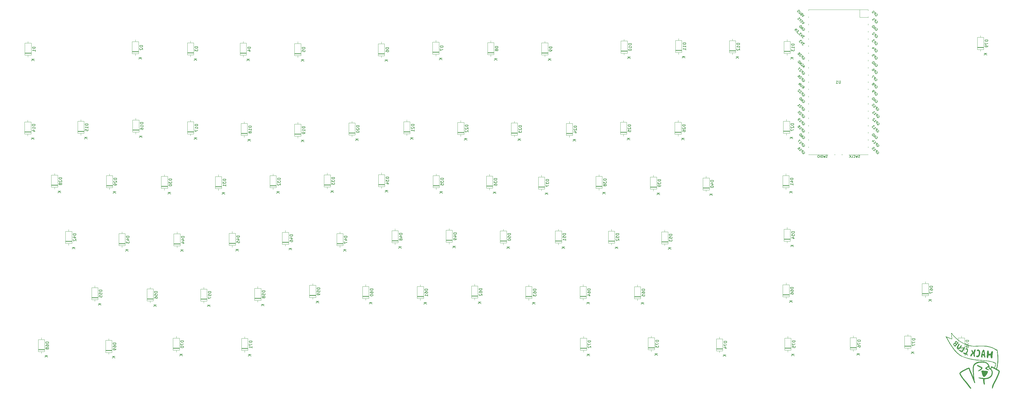
<source format=gbr>
%TF.GenerationSoftware,KiCad,Pcbnew,9.0.2*%
%TF.CreationDate,2025-06-22T22:51:19+05:30*%
%TF.ProjectId,hackboard,6861636b-626f-4617-9264-2e6b69636164,rev?*%
%TF.SameCoordinates,Original*%
%TF.FileFunction,Legend,Bot*%
%TF.FilePolarity,Positive*%
%FSLAX46Y46*%
G04 Gerber Fmt 4.6, Leading zero omitted, Abs format (unit mm)*
G04 Created by KiCad (PCBNEW 9.0.2) date 2025-06-22 22:51:19*
%MOMM*%
%LPD*%
G01*
G04 APERTURE LIST*
%ADD10C,0.150000*%
%ADD11C,0.120000*%
%ADD12C,0.000000*%
G04 APERTURE END LIST*
D10*
X210424819Y-231751905D02*
X209424819Y-231751905D01*
X209424819Y-231751905D02*
X209424819Y-231990000D01*
X209424819Y-231990000D02*
X209472438Y-232132857D01*
X209472438Y-232132857D02*
X209567676Y-232228095D01*
X209567676Y-232228095D02*
X209662914Y-232275714D01*
X209662914Y-232275714D02*
X209853390Y-232323333D01*
X209853390Y-232323333D02*
X209996247Y-232323333D01*
X209996247Y-232323333D02*
X210186723Y-232275714D01*
X210186723Y-232275714D02*
X210281961Y-232228095D01*
X210281961Y-232228095D02*
X210377200Y-232132857D01*
X210377200Y-232132857D02*
X210424819Y-231990000D01*
X210424819Y-231990000D02*
X210424819Y-231751905D01*
X209424819Y-233180476D02*
X209424819Y-232990000D01*
X209424819Y-232990000D02*
X209472438Y-232894762D01*
X209472438Y-232894762D02*
X209520057Y-232847143D01*
X209520057Y-232847143D02*
X209662914Y-232751905D01*
X209662914Y-232751905D02*
X209853390Y-232704286D01*
X209853390Y-232704286D02*
X210234342Y-232704286D01*
X210234342Y-232704286D02*
X210329580Y-232751905D01*
X210329580Y-232751905D02*
X210377200Y-232799524D01*
X210377200Y-232799524D02*
X210424819Y-232894762D01*
X210424819Y-232894762D02*
X210424819Y-233085238D01*
X210424819Y-233085238D02*
X210377200Y-233180476D01*
X210377200Y-233180476D02*
X210329580Y-233228095D01*
X210329580Y-233228095D02*
X210234342Y-233275714D01*
X210234342Y-233275714D02*
X209996247Y-233275714D01*
X209996247Y-233275714D02*
X209901009Y-233228095D01*
X209901009Y-233228095D02*
X209853390Y-233180476D01*
X209853390Y-233180476D02*
X209805771Y-233085238D01*
X209805771Y-233085238D02*
X209805771Y-232894762D01*
X209805771Y-232894762D02*
X209853390Y-232799524D01*
X209853390Y-232799524D02*
X209901009Y-232751905D01*
X209901009Y-232751905D02*
X209996247Y-232704286D01*
X210104819Y-236038095D02*
X209104819Y-236038095D01*
X210104819Y-236609523D02*
X209533390Y-236180952D01*
X209104819Y-236609523D02*
X209676247Y-236038095D01*
X291449819Y-297225714D02*
X290449819Y-297225714D01*
X290449819Y-297225714D02*
X290449819Y-297463809D01*
X290449819Y-297463809D02*
X290497438Y-297606666D01*
X290497438Y-297606666D02*
X290592676Y-297701904D01*
X290592676Y-297701904D02*
X290687914Y-297749523D01*
X290687914Y-297749523D02*
X290878390Y-297797142D01*
X290878390Y-297797142D02*
X291021247Y-297797142D01*
X291021247Y-297797142D02*
X291211723Y-297749523D01*
X291211723Y-297749523D02*
X291306961Y-297701904D01*
X291306961Y-297701904D02*
X291402200Y-297606666D01*
X291402200Y-297606666D02*
X291449819Y-297463809D01*
X291449819Y-297463809D02*
X291449819Y-297225714D01*
X290449819Y-298701904D02*
X290449819Y-298225714D01*
X290449819Y-298225714D02*
X290926009Y-298178095D01*
X290926009Y-298178095D02*
X290878390Y-298225714D01*
X290878390Y-298225714D02*
X290830771Y-298320952D01*
X290830771Y-298320952D02*
X290830771Y-298559047D01*
X290830771Y-298559047D02*
X290878390Y-298654285D01*
X290878390Y-298654285D02*
X290926009Y-298701904D01*
X290926009Y-298701904D02*
X291021247Y-298749523D01*
X291021247Y-298749523D02*
X291259342Y-298749523D01*
X291259342Y-298749523D02*
X291354580Y-298701904D01*
X291354580Y-298701904D02*
X291402200Y-298654285D01*
X291402200Y-298654285D02*
X291449819Y-298559047D01*
X291449819Y-298559047D02*
X291449819Y-298320952D01*
X291449819Y-298320952D02*
X291402200Y-298225714D01*
X291402200Y-298225714D02*
X291354580Y-298178095D01*
X290545057Y-299130476D02*
X290497438Y-299178095D01*
X290497438Y-299178095D02*
X290449819Y-299273333D01*
X290449819Y-299273333D02*
X290449819Y-299511428D01*
X290449819Y-299511428D02*
X290497438Y-299606666D01*
X290497438Y-299606666D02*
X290545057Y-299654285D01*
X290545057Y-299654285D02*
X290640295Y-299701904D01*
X290640295Y-299701904D02*
X290735533Y-299701904D01*
X290735533Y-299701904D02*
X290878390Y-299654285D01*
X290878390Y-299654285D02*
X291449819Y-299082857D01*
X291449819Y-299082857D02*
X291449819Y-299701904D01*
X291129819Y-301988095D02*
X290129819Y-301988095D01*
X291129819Y-302559523D02*
X290558390Y-302130952D01*
X290129819Y-302559523D02*
X290701247Y-301988095D01*
X161824819Y-231546905D02*
X160824819Y-231546905D01*
X160824819Y-231546905D02*
X160824819Y-231785000D01*
X160824819Y-231785000D02*
X160872438Y-231927857D01*
X160872438Y-231927857D02*
X160967676Y-232023095D01*
X160967676Y-232023095D02*
X161062914Y-232070714D01*
X161062914Y-232070714D02*
X161253390Y-232118333D01*
X161253390Y-232118333D02*
X161396247Y-232118333D01*
X161396247Y-232118333D02*
X161586723Y-232070714D01*
X161586723Y-232070714D02*
X161681961Y-232023095D01*
X161681961Y-232023095D02*
X161777200Y-231927857D01*
X161777200Y-231927857D02*
X161824819Y-231785000D01*
X161824819Y-231785000D02*
X161824819Y-231546905D01*
X161158152Y-232975476D02*
X161824819Y-232975476D01*
X160777200Y-232737381D02*
X161491485Y-232499286D01*
X161491485Y-232499286D02*
X161491485Y-233118333D01*
X161504819Y-235833095D02*
X160504819Y-235833095D01*
X161504819Y-236404523D02*
X160933390Y-235975952D01*
X160504819Y-236404523D02*
X161076247Y-235833095D01*
X114464819Y-335735714D02*
X113464819Y-335735714D01*
X113464819Y-335735714D02*
X113464819Y-335973809D01*
X113464819Y-335973809D02*
X113512438Y-336116666D01*
X113512438Y-336116666D02*
X113607676Y-336211904D01*
X113607676Y-336211904D02*
X113702914Y-336259523D01*
X113702914Y-336259523D02*
X113893390Y-336307142D01*
X113893390Y-336307142D02*
X114036247Y-336307142D01*
X114036247Y-336307142D02*
X114226723Y-336259523D01*
X114226723Y-336259523D02*
X114321961Y-336211904D01*
X114321961Y-336211904D02*
X114417200Y-336116666D01*
X114417200Y-336116666D02*
X114464819Y-335973809D01*
X114464819Y-335973809D02*
X114464819Y-335735714D01*
X113464819Y-337164285D02*
X113464819Y-336973809D01*
X113464819Y-336973809D02*
X113512438Y-336878571D01*
X113512438Y-336878571D02*
X113560057Y-336830952D01*
X113560057Y-336830952D02*
X113702914Y-336735714D01*
X113702914Y-336735714D02*
X113893390Y-336688095D01*
X113893390Y-336688095D02*
X114274342Y-336688095D01*
X114274342Y-336688095D02*
X114369580Y-336735714D01*
X114369580Y-336735714D02*
X114417200Y-336783333D01*
X114417200Y-336783333D02*
X114464819Y-336878571D01*
X114464819Y-336878571D02*
X114464819Y-337069047D01*
X114464819Y-337069047D02*
X114417200Y-337164285D01*
X114417200Y-337164285D02*
X114369580Y-337211904D01*
X114369580Y-337211904D02*
X114274342Y-337259523D01*
X114274342Y-337259523D02*
X114036247Y-337259523D01*
X114036247Y-337259523D02*
X113941009Y-337211904D01*
X113941009Y-337211904D02*
X113893390Y-337164285D01*
X113893390Y-337164285D02*
X113845771Y-337069047D01*
X113845771Y-337069047D02*
X113845771Y-336878571D01*
X113845771Y-336878571D02*
X113893390Y-336783333D01*
X113893390Y-336783333D02*
X113941009Y-336735714D01*
X113941009Y-336735714D02*
X114036247Y-336688095D01*
X114464819Y-337735714D02*
X114464819Y-337926190D01*
X114464819Y-337926190D02*
X114417200Y-338021428D01*
X114417200Y-338021428D02*
X114369580Y-338069047D01*
X114369580Y-338069047D02*
X114226723Y-338164285D01*
X114226723Y-338164285D02*
X114036247Y-338211904D01*
X114036247Y-338211904D02*
X113655295Y-338211904D01*
X113655295Y-338211904D02*
X113560057Y-338164285D01*
X113560057Y-338164285D02*
X113512438Y-338116666D01*
X113512438Y-338116666D02*
X113464819Y-338021428D01*
X113464819Y-338021428D02*
X113464819Y-337830952D01*
X113464819Y-337830952D02*
X113512438Y-337735714D01*
X113512438Y-337735714D02*
X113560057Y-337688095D01*
X113560057Y-337688095D02*
X113655295Y-337640476D01*
X113655295Y-337640476D02*
X113893390Y-337640476D01*
X113893390Y-337640476D02*
X113988628Y-337688095D01*
X113988628Y-337688095D02*
X114036247Y-337735714D01*
X114036247Y-337735714D02*
X114083866Y-337830952D01*
X114083866Y-337830952D02*
X114083866Y-338021428D01*
X114083866Y-338021428D02*
X114036247Y-338116666D01*
X114036247Y-338116666D02*
X113988628Y-338164285D01*
X113988628Y-338164285D02*
X113893390Y-338211904D01*
X114144819Y-340498095D02*
X113144819Y-340498095D01*
X114144819Y-341069523D02*
X113573390Y-340640952D01*
X113144819Y-341069523D02*
X113716247Y-340498095D01*
X353249819Y-296550714D02*
X352249819Y-296550714D01*
X352249819Y-296550714D02*
X352249819Y-296788809D01*
X352249819Y-296788809D02*
X352297438Y-296931666D01*
X352297438Y-296931666D02*
X352392676Y-297026904D01*
X352392676Y-297026904D02*
X352487914Y-297074523D01*
X352487914Y-297074523D02*
X352678390Y-297122142D01*
X352678390Y-297122142D02*
X352821247Y-297122142D01*
X352821247Y-297122142D02*
X353011723Y-297074523D01*
X353011723Y-297074523D02*
X353106961Y-297026904D01*
X353106961Y-297026904D02*
X353202200Y-296931666D01*
X353202200Y-296931666D02*
X353249819Y-296788809D01*
X353249819Y-296788809D02*
X353249819Y-296550714D01*
X352249819Y-298026904D02*
X352249819Y-297550714D01*
X352249819Y-297550714D02*
X352726009Y-297503095D01*
X352726009Y-297503095D02*
X352678390Y-297550714D01*
X352678390Y-297550714D02*
X352630771Y-297645952D01*
X352630771Y-297645952D02*
X352630771Y-297884047D01*
X352630771Y-297884047D02*
X352678390Y-297979285D01*
X352678390Y-297979285D02*
X352726009Y-298026904D01*
X352726009Y-298026904D02*
X352821247Y-298074523D01*
X352821247Y-298074523D02*
X353059342Y-298074523D01*
X353059342Y-298074523D02*
X353154580Y-298026904D01*
X353154580Y-298026904D02*
X353202200Y-297979285D01*
X353202200Y-297979285D02*
X353249819Y-297884047D01*
X353249819Y-297884047D02*
X353249819Y-297645952D01*
X353249819Y-297645952D02*
X353202200Y-297550714D01*
X353202200Y-297550714D02*
X353154580Y-297503095D01*
X352583152Y-298931666D02*
X353249819Y-298931666D01*
X352202200Y-298693571D02*
X352916485Y-298455476D01*
X352916485Y-298455476D02*
X352916485Y-299074523D01*
X352929819Y-301313095D02*
X351929819Y-301313095D01*
X352929819Y-301884523D02*
X352358390Y-301455952D01*
X351929819Y-301884523D02*
X352501247Y-301313095D01*
X324749819Y-278525714D02*
X323749819Y-278525714D01*
X323749819Y-278525714D02*
X323749819Y-278763809D01*
X323749819Y-278763809D02*
X323797438Y-278906666D01*
X323797438Y-278906666D02*
X323892676Y-279001904D01*
X323892676Y-279001904D02*
X323987914Y-279049523D01*
X323987914Y-279049523D02*
X324178390Y-279097142D01*
X324178390Y-279097142D02*
X324321247Y-279097142D01*
X324321247Y-279097142D02*
X324511723Y-279049523D01*
X324511723Y-279049523D02*
X324606961Y-279001904D01*
X324606961Y-279001904D02*
X324702200Y-278906666D01*
X324702200Y-278906666D02*
X324749819Y-278763809D01*
X324749819Y-278763809D02*
X324749819Y-278525714D01*
X324083152Y-279954285D02*
X324749819Y-279954285D01*
X323702200Y-279716190D02*
X324416485Y-279478095D01*
X324416485Y-279478095D02*
X324416485Y-280097142D01*
X323749819Y-280668571D02*
X323749819Y-280763809D01*
X323749819Y-280763809D02*
X323797438Y-280859047D01*
X323797438Y-280859047D02*
X323845057Y-280906666D01*
X323845057Y-280906666D02*
X323940295Y-280954285D01*
X323940295Y-280954285D02*
X324130771Y-281001904D01*
X324130771Y-281001904D02*
X324368866Y-281001904D01*
X324368866Y-281001904D02*
X324559342Y-280954285D01*
X324559342Y-280954285D02*
X324654580Y-280906666D01*
X324654580Y-280906666D02*
X324702200Y-280859047D01*
X324702200Y-280859047D02*
X324749819Y-280763809D01*
X324749819Y-280763809D02*
X324749819Y-280668571D01*
X324749819Y-280668571D02*
X324702200Y-280573333D01*
X324702200Y-280573333D02*
X324654580Y-280525714D01*
X324654580Y-280525714D02*
X324559342Y-280478095D01*
X324559342Y-280478095D02*
X324368866Y-280430476D01*
X324368866Y-280430476D02*
X324130771Y-280430476D01*
X324130771Y-280430476D02*
X323940295Y-280478095D01*
X323940295Y-280478095D02*
X323845057Y-280525714D01*
X323845057Y-280525714D02*
X323797438Y-280573333D01*
X323797438Y-280573333D02*
X323749819Y-280668571D01*
X324429819Y-283288095D02*
X323429819Y-283288095D01*
X324429819Y-283859523D02*
X323858390Y-283430952D01*
X323429819Y-283859523D02*
X324001247Y-283288095D01*
X147924819Y-317645714D02*
X146924819Y-317645714D01*
X146924819Y-317645714D02*
X146924819Y-317883809D01*
X146924819Y-317883809D02*
X146972438Y-318026666D01*
X146972438Y-318026666D02*
X147067676Y-318121904D01*
X147067676Y-318121904D02*
X147162914Y-318169523D01*
X147162914Y-318169523D02*
X147353390Y-318217142D01*
X147353390Y-318217142D02*
X147496247Y-318217142D01*
X147496247Y-318217142D02*
X147686723Y-318169523D01*
X147686723Y-318169523D02*
X147781961Y-318121904D01*
X147781961Y-318121904D02*
X147877200Y-318026666D01*
X147877200Y-318026666D02*
X147924819Y-317883809D01*
X147924819Y-317883809D02*
X147924819Y-317645714D01*
X146924819Y-319121904D02*
X146924819Y-318645714D01*
X146924819Y-318645714D02*
X147401009Y-318598095D01*
X147401009Y-318598095D02*
X147353390Y-318645714D01*
X147353390Y-318645714D02*
X147305771Y-318740952D01*
X147305771Y-318740952D02*
X147305771Y-318979047D01*
X147305771Y-318979047D02*
X147353390Y-319074285D01*
X147353390Y-319074285D02*
X147401009Y-319121904D01*
X147401009Y-319121904D02*
X147496247Y-319169523D01*
X147496247Y-319169523D02*
X147734342Y-319169523D01*
X147734342Y-319169523D02*
X147829580Y-319121904D01*
X147829580Y-319121904D02*
X147877200Y-319074285D01*
X147877200Y-319074285D02*
X147924819Y-318979047D01*
X147924819Y-318979047D02*
X147924819Y-318740952D01*
X147924819Y-318740952D02*
X147877200Y-318645714D01*
X147877200Y-318645714D02*
X147829580Y-318598095D01*
X146924819Y-319502857D02*
X146924819Y-320169523D01*
X146924819Y-320169523D02*
X147924819Y-319740952D01*
X147604819Y-322408095D02*
X146604819Y-322408095D01*
X147604819Y-322979523D02*
X147033390Y-322550952D01*
X146604819Y-322979523D02*
X147176247Y-322408095D01*
X123849819Y-231001905D02*
X122849819Y-231001905D01*
X122849819Y-231001905D02*
X122849819Y-231240000D01*
X122849819Y-231240000D02*
X122897438Y-231382857D01*
X122897438Y-231382857D02*
X122992676Y-231478095D01*
X122992676Y-231478095D02*
X123087914Y-231525714D01*
X123087914Y-231525714D02*
X123278390Y-231573333D01*
X123278390Y-231573333D02*
X123421247Y-231573333D01*
X123421247Y-231573333D02*
X123611723Y-231525714D01*
X123611723Y-231525714D02*
X123706961Y-231478095D01*
X123706961Y-231478095D02*
X123802200Y-231382857D01*
X123802200Y-231382857D02*
X123849819Y-231240000D01*
X123849819Y-231240000D02*
X123849819Y-231001905D01*
X122945057Y-231954286D02*
X122897438Y-232001905D01*
X122897438Y-232001905D02*
X122849819Y-232097143D01*
X122849819Y-232097143D02*
X122849819Y-232335238D01*
X122849819Y-232335238D02*
X122897438Y-232430476D01*
X122897438Y-232430476D02*
X122945057Y-232478095D01*
X122945057Y-232478095D02*
X123040295Y-232525714D01*
X123040295Y-232525714D02*
X123135533Y-232525714D01*
X123135533Y-232525714D02*
X123278390Y-232478095D01*
X123278390Y-232478095D02*
X123849819Y-231906667D01*
X123849819Y-231906667D02*
X123849819Y-232525714D01*
X123529819Y-235288095D02*
X122529819Y-235288095D01*
X123529819Y-235859523D02*
X122958390Y-235430952D01*
X122529819Y-235859523D02*
X123101247Y-235288095D01*
X333999819Y-230225714D02*
X332999819Y-230225714D01*
X332999819Y-230225714D02*
X332999819Y-230463809D01*
X332999819Y-230463809D02*
X333047438Y-230606666D01*
X333047438Y-230606666D02*
X333142676Y-230701904D01*
X333142676Y-230701904D02*
X333237914Y-230749523D01*
X333237914Y-230749523D02*
X333428390Y-230797142D01*
X333428390Y-230797142D02*
X333571247Y-230797142D01*
X333571247Y-230797142D02*
X333761723Y-230749523D01*
X333761723Y-230749523D02*
X333856961Y-230701904D01*
X333856961Y-230701904D02*
X333952200Y-230606666D01*
X333952200Y-230606666D02*
X333999819Y-230463809D01*
X333999819Y-230463809D02*
X333999819Y-230225714D01*
X333999819Y-231749523D02*
X333999819Y-231178095D01*
X333999819Y-231463809D02*
X332999819Y-231463809D01*
X332999819Y-231463809D02*
X333142676Y-231368571D01*
X333142676Y-231368571D02*
X333237914Y-231273333D01*
X333237914Y-231273333D02*
X333285533Y-231178095D01*
X333095057Y-232130476D02*
X333047438Y-232178095D01*
X333047438Y-232178095D02*
X332999819Y-232273333D01*
X332999819Y-232273333D02*
X332999819Y-232511428D01*
X332999819Y-232511428D02*
X333047438Y-232606666D01*
X333047438Y-232606666D02*
X333095057Y-232654285D01*
X333095057Y-232654285D02*
X333190295Y-232701904D01*
X333190295Y-232701904D02*
X333285533Y-232701904D01*
X333285533Y-232701904D02*
X333428390Y-232654285D01*
X333428390Y-232654285D02*
X333999819Y-232082857D01*
X333999819Y-232082857D02*
X333999819Y-232701904D01*
X333679819Y-234988095D02*
X332679819Y-234988095D01*
X333679819Y-235559523D02*
X333108390Y-235130952D01*
X332679819Y-235559523D02*
X333251247Y-234988095D01*
X195824819Y-298125714D02*
X194824819Y-298125714D01*
X194824819Y-298125714D02*
X194824819Y-298363809D01*
X194824819Y-298363809D02*
X194872438Y-298506666D01*
X194872438Y-298506666D02*
X194967676Y-298601904D01*
X194967676Y-298601904D02*
X195062914Y-298649523D01*
X195062914Y-298649523D02*
X195253390Y-298697142D01*
X195253390Y-298697142D02*
X195396247Y-298697142D01*
X195396247Y-298697142D02*
X195586723Y-298649523D01*
X195586723Y-298649523D02*
X195681961Y-298601904D01*
X195681961Y-298601904D02*
X195777200Y-298506666D01*
X195777200Y-298506666D02*
X195824819Y-298363809D01*
X195824819Y-298363809D02*
X195824819Y-298125714D01*
X195158152Y-299554285D02*
X195824819Y-299554285D01*
X194777200Y-299316190D02*
X195491485Y-299078095D01*
X195491485Y-299078095D02*
X195491485Y-299697142D01*
X194824819Y-299982857D02*
X194824819Y-300649523D01*
X194824819Y-300649523D02*
X195824819Y-300220952D01*
X195504819Y-302888095D02*
X194504819Y-302888095D01*
X195504819Y-303459523D02*
X194933390Y-303030952D01*
X194504819Y-303459523D02*
X195076247Y-302888095D01*
X219399819Y-258750714D02*
X218399819Y-258750714D01*
X218399819Y-258750714D02*
X218399819Y-258988809D01*
X218399819Y-258988809D02*
X218447438Y-259131666D01*
X218447438Y-259131666D02*
X218542676Y-259226904D01*
X218542676Y-259226904D02*
X218637914Y-259274523D01*
X218637914Y-259274523D02*
X218828390Y-259322142D01*
X218828390Y-259322142D02*
X218971247Y-259322142D01*
X218971247Y-259322142D02*
X219161723Y-259274523D01*
X219161723Y-259274523D02*
X219256961Y-259226904D01*
X219256961Y-259226904D02*
X219352200Y-259131666D01*
X219352200Y-259131666D02*
X219399819Y-258988809D01*
X219399819Y-258988809D02*
X219399819Y-258750714D01*
X218495057Y-259703095D02*
X218447438Y-259750714D01*
X218447438Y-259750714D02*
X218399819Y-259845952D01*
X218399819Y-259845952D02*
X218399819Y-260084047D01*
X218399819Y-260084047D02*
X218447438Y-260179285D01*
X218447438Y-260179285D02*
X218495057Y-260226904D01*
X218495057Y-260226904D02*
X218590295Y-260274523D01*
X218590295Y-260274523D02*
X218685533Y-260274523D01*
X218685533Y-260274523D02*
X218828390Y-260226904D01*
X218828390Y-260226904D02*
X219399819Y-259655476D01*
X219399819Y-259655476D02*
X219399819Y-260274523D01*
X219399819Y-261226904D02*
X219399819Y-260655476D01*
X219399819Y-260941190D02*
X218399819Y-260941190D01*
X218399819Y-260941190D02*
X218542676Y-260845952D01*
X218542676Y-260845952D02*
X218637914Y-260750714D01*
X218637914Y-260750714D02*
X218685533Y-260655476D01*
X219079819Y-263513095D02*
X218079819Y-263513095D01*
X219079819Y-264084523D02*
X218508390Y-263655952D01*
X218079819Y-264084523D02*
X218651247Y-263513095D01*
X295674819Y-258925714D02*
X294674819Y-258925714D01*
X294674819Y-258925714D02*
X294674819Y-259163809D01*
X294674819Y-259163809D02*
X294722438Y-259306666D01*
X294722438Y-259306666D02*
X294817676Y-259401904D01*
X294817676Y-259401904D02*
X294912914Y-259449523D01*
X294912914Y-259449523D02*
X295103390Y-259497142D01*
X295103390Y-259497142D02*
X295246247Y-259497142D01*
X295246247Y-259497142D02*
X295436723Y-259449523D01*
X295436723Y-259449523D02*
X295531961Y-259401904D01*
X295531961Y-259401904D02*
X295627200Y-259306666D01*
X295627200Y-259306666D02*
X295674819Y-259163809D01*
X295674819Y-259163809D02*
X295674819Y-258925714D01*
X294770057Y-259878095D02*
X294722438Y-259925714D01*
X294722438Y-259925714D02*
X294674819Y-260020952D01*
X294674819Y-260020952D02*
X294674819Y-260259047D01*
X294674819Y-260259047D02*
X294722438Y-260354285D01*
X294722438Y-260354285D02*
X294770057Y-260401904D01*
X294770057Y-260401904D02*
X294865295Y-260449523D01*
X294865295Y-260449523D02*
X294960533Y-260449523D01*
X294960533Y-260449523D02*
X295103390Y-260401904D01*
X295103390Y-260401904D02*
X295674819Y-259830476D01*
X295674819Y-259830476D02*
X295674819Y-260449523D01*
X294674819Y-261354285D02*
X294674819Y-260878095D01*
X294674819Y-260878095D02*
X295151009Y-260830476D01*
X295151009Y-260830476D02*
X295103390Y-260878095D01*
X295103390Y-260878095D02*
X295055771Y-260973333D01*
X295055771Y-260973333D02*
X295055771Y-261211428D01*
X295055771Y-261211428D02*
X295103390Y-261306666D01*
X295103390Y-261306666D02*
X295151009Y-261354285D01*
X295151009Y-261354285D02*
X295246247Y-261401904D01*
X295246247Y-261401904D02*
X295484342Y-261401904D01*
X295484342Y-261401904D02*
X295579580Y-261354285D01*
X295579580Y-261354285D02*
X295627200Y-261306666D01*
X295627200Y-261306666D02*
X295674819Y-261211428D01*
X295674819Y-261211428D02*
X295674819Y-260973333D01*
X295674819Y-260973333D02*
X295627200Y-260878095D01*
X295627200Y-260878095D02*
X295579580Y-260830476D01*
X295354819Y-263688095D02*
X294354819Y-263688095D01*
X295354819Y-264259523D02*
X294783390Y-263830952D01*
X294354819Y-264259523D02*
X294926247Y-263688095D01*
X123999819Y-258125714D02*
X122999819Y-258125714D01*
X122999819Y-258125714D02*
X122999819Y-258363809D01*
X122999819Y-258363809D02*
X123047438Y-258506666D01*
X123047438Y-258506666D02*
X123142676Y-258601904D01*
X123142676Y-258601904D02*
X123237914Y-258649523D01*
X123237914Y-258649523D02*
X123428390Y-258697142D01*
X123428390Y-258697142D02*
X123571247Y-258697142D01*
X123571247Y-258697142D02*
X123761723Y-258649523D01*
X123761723Y-258649523D02*
X123856961Y-258601904D01*
X123856961Y-258601904D02*
X123952200Y-258506666D01*
X123952200Y-258506666D02*
X123999819Y-258363809D01*
X123999819Y-258363809D02*
X123999819Y-258125714D01*
X123999819Y-259649523D02*
X123999819Y-259078095D01*
X123999819Y-259363809D02*
X122999819Y-259363809D01*
X122999819Y-259363809D02*
X123142676Y-259268571D01*
X123142676Y-259268571D02*
X123237914Y-259173333D01*
X123237914Y-259173333D02*
X123285533Y-259078095D01*
X122999819Y-260506666D02*
X122999819Y-260316190D01*
X122999819Y-260316190D02*
X123047438Y-260220952D01*
X123047438Y-260220952D02*
X123095057Y-260173333D01*
X123095057Y-260173333D02*
X123237914Y-260078095D01*
X123237914Y-260078095D02*
X123428390Y-260030476D01*
X123428390Y-260030476D02*
X123809342Y-260030476D01*
X123809342Y-260030476D02*
X123904580Y-260078095D01*
X123904580Y-260078095D02*
X123952200Y-260125714D01*
X123952200Y-260125714D02*
X123999819Y-260220952D01*
X123999819Y-260220952D02*
X123999819Y-260411428D01*
X123999819Y-260411428D02*
X123952200Y-260506666D01*
X123952200Y-260506666D02*
X123904580Y-260554285D01*
X123904580Y-260554285D02*
X123809342Y-260601904D01*
X123809342Y-260601904D02*
X123571247Y-260601904D01*
X123571247Y-260601904D02*
X123476009Y-260554285D01*
X123476009Y-260554285D02*
X123428390Y-260506666D01*
X123428390Y-260506666D02*
X123380771Y-260411428D01*
X123380771Y-260411428D02*
X123380771Y-260220952D01*
X123380771Y-260220952D02*
X123428390Y-260125714D01*
X123428390Y-260125714D02*
X123476009Y-260078095D01*
X123476009Y-260078095D02*
X123571247Y-260030476D01*
X123679819Y-262888095D02*
X122679819Y-262888095D01*
X123679819Y-263459523D02*
X123108390Y-263030952D01*
X122679819Y-263459523D02*
X123251247Y-262888095D01*
X248524819Y-277850714D02*
X247524819Y-277850714D01*
X247524819Y-277850714D02*
X247524819Y-278088809D01*
X247524819Y-278088809D02*
X247572438Y-278231666D01*
X247572438Y-278231666D02*
X247667676Y-278326904D01*
X247667676Y-278326904D02*
X247762914Y-278374523D01*
X247762914Y-278374523D02*
X247953390Y-278422142D01*
X247953390Y-278422142D02*
X248096247Y-278422142D01*
X248096247Y-278422142D02*
X248286723Y-278374523D01*
X248286723Y-278374523D02*
X248381961Y-278326904D01*
X248381961Y-278326904D02*
X248477200Y-278231666D01*
X248477200Y-278231666D02*
X248524819Y-278088809D01*
X248524819Y-278088809D02*
X248524819Y-277850714D01*
X247524819Y-278755476D02*
X247524819Y-279374523D01*
X247524819Y-279374523D02*
X247905771Y-279041190D01*
X247905771Y-279041190D02*
X247905771Y-279184047D01*
X247905771Y-279184047D02*
X247953390Y-279279285D01*
X247953390Y-279279285D02*
X248001009Y-279326904D01*
X248001009Y-279326904D02*
X248096247Y-279374523D01*
X248096247Y-279374523D02*
X248334342Y-279374523D01*
X248334342Y-279374523D02*
X248429580Y-279326904D01*
X248429580Y-279326904D02*
X248477200Y-279279285D01*
X248477200Y-279279285D02*
X248524819Y-279184047D01*
X248524819Y-279184047D02*
X248524819Y-278898333D01*
X248524819Y-278898333D02*
X248477200Y-278803095D01*
X248477200Y-278803095D02*
X248429580Y-278755476D01*
X247524819Y-280231666D02*
X247524819Y-280041190D01*
X247524819Y-280041190D02*
X247572438Y-279945952D01*
X247572438Y-279945952D02*
X247620057Y-279898333D01*
X247620057Y-279898333D02*
X247762914Y-279803095D01*
X247762914Y-279803095D02*
X247953390Y-279755476D01*
X247953390Y-279755476D02*
X248334342Y-279755476D01*
X248334342Y-279755476D02*
X248429580Y-279803095D01*
X248429580Y-279803095D02*
X248477200Y-279850714D01*
X248477200Y-279850714D02*
X248524819Y-279945952D01*
X248524819Y-279945952D02*
X248524819Y-280136428D01*
X248524819Y-280136428D02*
X248477200Y-280231666D01*
X248477200Y-280231666D02*
X248429580Y-280279285D01*
X248429580Y-280279285D02*
X248334342Y-280326904D01*
X248334342Y-280326904D02*
X248096247Y-280326904D01*
X248096247Y-280326904D02*
X248001009Y-280279285D01*
X248001009Y-280279285D02*
X247953390Y-280231666D01*
X247953390Y-280231666D02*
X247905771Y-280136428D01*
X247905771Y-280136428D02*
X247905771Y-279945952D01*
X247905771Y-279945952D02*
X247953390Y-279850714D01*
X247953390Y-279850714D02*
X248001009Y-279803095D01*
X248001009Y-279803095D02*
X248096247Y-279755476D01*
X248204819Y-282613095D02*
X247204819Y-282613095D01*
X248204819Y-283184523D02*
X247633390Y-282755952D01*
X247204819Y-283184523D02*
X247776247Y-282613095D01*
X143274819Y-258775714D02*
X142274819Y-258775714D01*
X142274819Y-258775714D02*
X142274819Y-259013809D01*
X142274819Y-259013809D02*
X142322438Y-259156666D01*
X142322438Y-259156666D02*
X142417676Y-259251904D01*
X142417676Y-259251904D02*
X142512914Y-259299523D01*
X142512914Y-259299523D02*
X142703390Y-259347142D01*
X142703390Y-259347142D02*
X142846247Y-259347142D01*
X142846247Y-259347142D02*
X143036723Y-259299523D01*
X143036723Y-259299523D02*
X143131961Y-259251904D01*
X143131961Y-259251904D02*
X143227200Y-259156666D01*
X143227200Y-259156666D02*
X143274819Y-259013809D01*
X143274819Y-259013809D02*
X143274819Y-258775714D01*
X143274819Y-260299523D02*
X143274819Y-259728095D01*
X143274819Y-260013809D02*
X142274819Y-260013809D01*
X142274819Y-260013809D02*
X142417676Y-259918571D01*
X142417676Y-259918571D02*
X142512914Y-259823333D01*
X142512914Y-259823333D02*
X142560533Y-259728095D01*
X142274819Y-260632857D02*
X142274819Y-261299523D01*
X142274819Y-261299523D02*
X143274819Y-260870952D01*
X142954819Y-263538095D02*
X141954819Y-263538095D01*
X142954819Y-264109523D02*
X142383390Y-263680952D01*
X141954819Y-264109523D02*
X142526247Y-263538095D01*
X243274819Y-316575714D02*
X242274819Y-316575714D01*
X242274819Y-316575714D02*
X242274819Y-316813809D01*
X242274819Y-316813809D02*
X242322438Y-316956666D01*
X242322438Y-316956666D02*
X242417676Y-317051904D01*
X242417676Y-317051904D02*
X242512914Y-317099523D01*
X242512914Y-317099523D02*
X242703390Y-317147142D01*
X242703390Y-317147142D02*
X242846247Y-317147142D01*
X242846247Y-317147142D02*
X243036723Y-317099523D01*
X243036723Y-317099523D02*
X243131961Y-317051904D01*
X243131961Y-317051904D02*
X243227200Y-316956666D01*
X243227200Y-316956666D02*
X243274819Y-316813809D01*
X243274819Y-316813809D02*
X243274819Y-316575714D01*
X242274819Y-318004285D02*
X242274819Y-317813809D01*
X242274819Y-317813809D02*
X242322438Y-317718571D01*
X242322438Y-317718571D02*
X242370057Y-317670952D01*
X242370057Y-317670952D02*
X242512914Y-317575714D01*
X242512914Y-317575714D02*
X242703390Y-317528095D01*
X242703390Y-317528095D02*
X243084342Y-317528095D01*
X243084342Y-317528095D02*
X243179580Y-317575714D01*
X243179580Y-317575714D02*
X243227200Y-317623333D01*
X243227200Y-317623333D02*
X243274819Y-317718571D01*
X243274819Y-317718571D02*
X243274819Y-317909047D01*
X243274819Y-317909047D02*
X243227200Y-318004285D01*
X243227200Y-318004285D02*
X243179580Y-318051904D01*
X243179580Y-318051904D02*
X243084342Y-318099523D01*
X243084342Y-318099523D02*
X242846247Y-318099523D01*
X242846247Y-318099523D02*
X242751009Y-318051904D01*
X242751009Y-318051904D02*
X242703390Y-318004285D01*
X242703390Y-318004285D02*
X242655771Y-317909047D01*
X242655771Y-317909047D02*
X242655771Y-317718571D01*
X242655771Y-317718571D02*
X242703390Y-317623333D01*
X242703390Y-317623333D02*
X242751009Y-317575714D01*
X242751009Y-317575714D02*
X242846247Y-317528095D01*
X242370057Y-318480476D02*
X242322438Y-318528095D01*
X242322438Y-318528095D02*
X242274819Y-318623333D01*
X242274819Y-318623333D02*
X242274819Y-318861428D01*
X242274819Y-318861428D02*
X242322438Y-318956666D01*
X242322438Y-318956666D02*
X242370057Y-319004285D01*
X242370057Y-319004285D02*
X242465295Y-319051904D01*
X242465295Y-319051904D02*
X242560533Y-319051904D01*
X242560533Y-319051904D02*
X242703390Y-319004285D01*
X242703390Y-319004285D02*
X243274819Y-318432857D01*
X243274819Y-318432857D02*
X243274819Y-319051904D01*
X242954819Y-321338095D02*
X241954819Y-321338095D01*
X242954819Y-321909523D02*
X242383390Y-321480952D01*
X241954819Y-321909523D02*
X242526247Y-321338095D01*
X86074819Y-231551905D02*
X85074819Y-231551905D01*
X85074819Y-231551905D02*
X85074819Y-231790000D01*
X85074819Y-231790000D02*
X85122438Y-231932857D01*
X85122438Y-231932857D02*
X85217676Y-232028095D01*
X85217676Y-232028095D02*
X85312914Y-232075714D01*
X85312914Y-232075714D02*
X85503390Y-232123333D01*
X85503390Y-232123333D02*
X85646247Y-232123333D01*
X85646247Y-232123333D02*
X85836723Y-232075714D01*
X85836723Y-232075714D02*
X85931961Y-232028095D01*
X85931961Y-232028095D02*
X86027200Y-231932857D01*
X86027200Y-231932857D02*
X86074819Y-231790000D01*
X86074819Y-231790000D02*
X86074819Y-231551905D01*
X86074819Y-233075714D02*
X86074819Y-232504286D01*
X86074819Y-232790000D02*
X85074819Y-232790000D01*
X85074819Y-232790000D02*
X85217676Y-232694762D01*
X85217676Y-232694762D02*
X85312914Y-232599524D01*
X85312914Y-232599524D02*
X85360533Y-232504286D01*
X85754819Y-235838095D02*
X84754819Y-235838095D01*
X85754819Y-236409523D02*
X85183390Y-235980952D01*
X84754819Y-236409523D02*
X85326247Y-235838095D01*
X200074819Y-259175714D02*
X199074819Y-259175714D01*
X199074819Y-259175714D02*
X199074819Y-259413809D01*
X199074819Y-259413809D02*
X199122438Y-259556666D01*
X199122438Y-259556666D02*
X199217676Y-259651904D01*
X199217676Y-259651904D02*
X199312914Y-259699523D01*
X199312914Y-259699523D02*
X199503390Y-259747142D01*
X199503390Y-259747142D02*
X199646247Y-259747142D01*
X199646247Y-259747142D02*
X199836723Y-259699523D01*
X199836723Y-259699523D02*
X199931961Y-259651904D01*
X199931961Y-259651904D02*
X200027200Y-259556666D01*
X200027200Y-259556666D02*
X200074819Y-259413809D01*
X200074819Y-259413809D02*
X200074819Y-259175714D01*
X199170057Y-260128095D02*
X199122438Y-260175714D01*
X199122438Y-260175714D02*
X199074819Y-260270952D01*
X199074819Y-260270952D02*
X199074819Y-260509047D01*
X199074819Y-260509047D02*
X199122438Y-260604285D01*
X199122438Y-260604285D02*
X199170057Y-260651904D01*
X199170057Y-260651904D02*
X199265295Y-260699523D01*
X199265295Y-260699523D02*
X199360533Y-260699523D01*
X199360533Y-260699523D02*
X199503390Y-260651904D01*
X199503390Y-260651904D02*
X200074819Y-260080476D01*
X200074819Y-260080476D02*
X200074819Y-260699523D01*
X199074819Y-261318571D02*
X199074819Y-261413809D01*
X199074819Y-261413809D02*
X199122438Y-261509047D01*
X199122438Y-261509047D02*
X199170057Y-261556666D01*
X199170057Y-261556666D02*
X199265295Y-261604285D01*
X199265295Y-261604285D02*
X199455771Y-261651904D01*
X199455771Y-261651904D02*
X199693866Y-261651904D01*
X199693866Y-261651904D02*
X199884342Y-261604285D01*
X199884342Y-261604285D02*
X199979580Y-261556666D01*
X199979580Y-261556666D02*
X200027200Y-261509047D01*
X200027200Y-261509047D02*
X200074819Y-261413809D01*
X200074819Y-261413809D02*
X200074819Y-261318571D01*
X200074819Y-261318571D02*
X200027200Y-261223333D01*
X200027200Y-261223333D02*
X199979580Y-261175714D01*
X199979580Y-261175714D02*
X199884342Y-261128095D01*
X199884342Y-261128095D02*
X199693866Y-261080476D01*
X199693866Y-261080476D02*
X199455771Y-261080476D01*
X199455771Y-261080476D02*
X199265295Y-261128095D01*
X199265295Y-261128095D02*
X199170057Y-261175714D01*
X199170057Y-261175714D02*
X199122438Y-261223333D01*
X199122438Y-261223333D02*
X199074819Y-261318571D01*
X199754819Y-263938095D02*
X198754819Y-263938095D01*
X199754819Y-264509523D02*
X199183390Y-264080952D01*
X198754819Y-264509523D02*
X199326247Y-263938095D01*
X248924819Y-231351905D02*
X247924819Y-231351905D01*
X247924819Y-231351905D02*
X247924819Y-231590000D01*
X247924819Y-231590000D02*
X247972438Y-231732857D01*
X247972438Y-231732857D02*
X248067676Y-231828095D01*
X248067676Y-231828095D02*
X248162914Y-231875714D01*
X248162914Y-231875714D02*
X248353390Y-231923333D01*
X248353390Y-231923333D02*
X248496247Y-231923333D01*
X248496247Y-231923333D02*
X248686723Y-231875714D01*
X248686723Y-231875714D02*
X248781961Y-231828095D01*
X248781961Y-231828095D02*
X248877200Y-231732857D01*
X248877200Y-231732857D02*
X248924819Y-231590000D01*
X248924819Y-231590000D02*
X248924819Y-231351905D01*
X248353390Y-232494762D02*
X248305771Y-232399524D01*
X248305771Y-232399524D02*
X248258152Y-232351905D01*
X248258152Y-232351905D02*
X248162914Y-232304286D01*
X248162914Y-232304286D02*
X248115295Y-232304286D01*
X248115295Y-232304286D02*
X248020057Y-232351905D01*
X248020057Y-232351905D02*
X247972438Y-232399524D01*
X247972438Y-232399524D02*
X247924819Y-232494762D01*
X247924819Y-232494762D02*
X247924819Y-232685238D01*
X247924819Y-232685238D02*
X247972438Y-232780476D01*
X247972438Y-232780476D02*
X248020057Y-232828095D01*
X248020057Y-232828095D02*
X248115295Y-232875714D01*
X248115295Y-232875714D02*
X248162914Y-232875714D01*
X248162914Y-232875714D02*
X248258152Y-232828095D01*
X248258152Y-232828095D02*
X248305771Y-232780476D01*
X248305771Y-232780476D02*
X248353390Y-232685238D01*
X248353390Y-232685238D02*
X248353390Y-232494762D01*
X248353390Y-232494762D02*
X248401009Y-232399524D01*
X248401009Y-232399524D02*
X248448628Y-232351905D01*
X248448628Y-232351905D02*
X248543866Y-232304286D01*
X248543866Y-232304286D02*
X248734342Y-232304286D01*
X248734342Y-232304286D02*
X248829580Y-232351905D01*
X248829580Y-232351905D02*
X248877200Y-232399524D01*
X248877200Y-232399524D02*
X248924819Y-232494762D01*
X248924819Y-232494762D02*
X248924819Y-232685238D01*
X248924819Y-232685238D02*
X248877200Y-232780476D01*
X248877200Y-232780476D02*
X248829580Y-232828095D01*
X248829580Y-232828095D02*
X248734342Y-232875714D01*
X248734342Y-232875714D02*
X248543866Y-232875714D01*
X248543866Y-232875714D02*
X248448628Y-232828095D01*
X248448628Y-232828095D02*
X248401009Y-232780476D01*
X248401009Y-232780476D02*
X248353390Y-232685238D01*
X248604819Y-235638095D02*
X247604819Y-235638095D01*
X248604819Y-236209523D02*
X248033390Y-235780952D01*
X247604819Y-236209523D02*
X248176247Y-235638095D01*
X276624819Y-259325714D02*
X275624819Y-259325714D01*
X275624819Y-259325714D02*
X275624819Y-259563809D01*
X275624819Y-259563809D02*
X275672438Y-259706666D01*
X275672438Y-259706666D02*
X275767676Y-259801904D01*
X275767676Y-259801904D02*
X275862914Y-259849523D01*
X275862914Y-259849523D02*
X276053390Y-259897142D01*
X276053390Y-259897142D02*
X276196247Y-259897142D01*
X276196247Y-259897142D02*
X276386723Y-259849523D01*
X276386723Y-259849523D02*
X276481961Y-259801904D01*
X276481961Y-259801904D02*
X276577200Y-259706666D01*
X276577200Y-259706666D02*
X276624819Y-259563809D01*
X276624819Y-259563809D02*
X276624819Y-259325714D01*
X275720057Y-260278095D02*
X275672438Y-260325714D01*
X275672438Y-260325714D02*
X275624819Y-260420952D01*
X275624819Y-260420952D02*
X275624819Y-260659047D01*
X275624819Y-260659047D02*
X275672438Y-260754285D01*
X275672438Y-260754285D02*
X275720057Y-260801904D01*
X275720057Y-260801904D02*
X275815295Y-260849523D01*
X275815295Y-260849523D02*
X275910533Y-260849523D01*
X275910533Y-260849523D02*
X276053390Y-260801904D01*
X276053390Y-260801904D02*
X276624819Y-260230476D01*
X276624819Y-260230476D02*
X276624819Y-260849523D01*
X275958152Y-261706666D02*
X276624819Y-261706666D01*
X275577200Y-261468571D02*
X276291485Y-261230476D01*
X276291485Y-261230476D02*
X276291485Y-261849523D01*
X276304819Y-264088095D02*
X275304819Y-264088095D01*
X276304819Y-264659523D02*
X275733390Y-264230952D01*
X275304819Y-264659523D02*
X275876247Y-264088095D01*
X138244819Y-334945714D02*
X137244819Y-334945714D01*
X137244819Y-334945714D02*
X137244819Y-335183809D01*
X137244819Y-335183809D02*
X137292438Y-335326666D01*
X137292438Y-335326666D02*
X137387676Y-335421904D01*
X137387676Y-335421904D02*
X137482914Y-335469523D01*
X137482914Y-335469523D02*
X137673390Y-335517142D01*
X137673390Y-335517142D02*
X137816247Y-335517142D01*
X137816247Y-335517142D02*
X138006723Y-335469523D01*
X138006723Y-335469523D02*
X138101961Y-335421904D01*
X138101961Y-335421904D02*
X138197200Y-335326666D01*
X138197200Y-335326666D02*
X138244819Y-335183809D01*
X138244819Y-335183809D02*
X138244819Y-334945714D01*
X137244819Y-335850476D02*
X137244819Y-336517142D01*
X137244819Y-336517142D02*
X138244819Y-336088571D01*
X137244819Y-337088571D02*
X137244819Y-337183809D01*
X137244819Y-337183809D02*
X137292438Y-337279047D01*
X137292438Y-337279047D02*
X137340057Y-337326666D01*
X137340057Y-337326666D02*
X137435295Y-337374285D01*
X137435295Y-337374285D02*
X137625771Y-337421904D01*
X137625771Y-337421904D02*
X137863866Y-337421904D01*
X137863866Y-337421904D02*
X138054342Y-337374285D01*
X138054342Y-337374285D02*
X138149580Y-337326666D01*
X138149580Y-337326666D02*
X138197200Y-337279047D01*
X138197200Y-337279047D02*
X138244819Y-337183809D01*
X138244819Y-337183809D02*
X138244819Y-337088571D01*
X138244819Y-337088571D02*
X138197200Y-336993333D01*
X138197200Y-336993333D02*
X138149580Y-336945714D01*
X138149580Y-336945714D02*
X138054342Y-336898095D01*
X138054342Y-336898095D02*
X137863866Y-336850476D01*
X137863866Y-336850476D02*
X137625771Y-336850476D01*
X137625771Y-336850476D02*
X137435295Y-336898095D01*
X137435295Y-336898095D02*
X137340057Y-336945714D01*
X137340057Y-336945714D02*
X137292438Y-336993333D01*
X137292438Y-336993333D02*
X137244819Y-337088571D01*
X137924819Y-339708095D02*
X136924819Y-339708095D01*
X137924819Y-340279523D02*
X137353390Y-339850952D01*
X136924819Y-340279523D02*
X137496247Y-339708095D01*
X85974819Y-258800714D02*
X84974819Y-258800714D01*
X84974819Y-258800714D02*
X84974819Y-259038809D01*
X84974819Y-259038809D02*
X85022438Y-259181666D01*
X85022438Y-259181666D02*
X85117676Y-259276904D01*
X85117676Y-259276904D02*
X85212914Y-259324523D01*
X85212914Y-259324523D02*
X85403390Y-259372142D01*
X85403390Y-259372142D02*
X85546247Y-259372142D01*
X85546247Y-259372142D02*
X85736723Y-259324523D01*
X85736723Y-259324523D02*
X85831961Y-259276904D01*
X85831961Y-259276904D02*
X85927200Y-259181666D01*
X85927200Y-259181666D02*
X85974819Y-259038809D01*
X85974819Y-259038809D02*
X85974819Y-258800714D01*
X85974819Y-260324523D02*
X85974819Y-259753095D01*
X85974819Y-260038809D02*
X84974819Y-260038809D01*
X84974819Y-260038809D02*
X85117676Y-259943571D01*
X85117676Y-259943571D02*
X85212914Y-259848333D01*
X85212914Y-259848333D02*
X85260533Y-259753095D01*
X85308152Y-261181666D02*
X85974819Y-261181666D01*
X84927200Y-260943571D02*
X85641485Y-260705476D01*
X85641485Y-260705476D02*
X85641485Y-261324523D01*
X85654819Y-263563095D02*
X84654819Y-263563095D01*
X85654819Y-264134523D02*
X85083390Y-263705952D01*
X84654819Y-264134523D02*
X85226247Y-263563095D01*
X353224819Y-230450714D02*
X352224819Y-230450714D01*
X352224819Y-230450714D02*
X352224819Y-230688809D01*
X352224819Y-230688809D02*
X352272438Y-230831666D01*
X352272438Y-230831666D02*
X352367676Y-230926904D01*
X352367676Y-230926904D02*
X352462914Y-230974523D01*
X352462914Y-230974523D02*
X352653390Y-231022142D01*
X352653390Y-231022142D02*
X352796247Y-231022142D01*
X352796247Y-231022142D02*
X352986723Y-230974523D01*
X352986723Y-230974523D02*
X353081961Y-230926904D01*
X353081961Y-230926904D02*
X353177200Y-230831666D01*
X353177200Y-230831666D02*
X353224819Y-230688809D01*
X353224819Y-230688809D02*
X353224819Y-230450714D01*
X353224819Y-231974523D02*
X353224819Y-231403095D01*
X353224819Y-231688809D02*
X352224819Y-231688809D01*
X352224819Y-231688809D02*
X352367676Y-231593571D01*
X352367676Y-231593571D02*
X352462914Y-231498333D01*
X352462914Y-231498333D02*
X352510533Y-231403095D01*
X352224819Y-232307857D02*
X352224819Y-232926904D01*
X352224819Y-232926904D02*
X352605771Y-232593571D01*
X352605771Y-232593571D02*
X352605771Y-232736428D01*
X352605771Y-232736428D02*
X352653390Y-232831666D01*
X352653390Y-232831666D02*
X352701009Y-232879285D01*
X352701009Y-232879285D02*
X352796247Y-232926904D01*
X352796247Y-232926904D02*
X353034342Y-232926904D01*
X353034342Y-232926904D02*
X353129580Y-232879285D01*
X353129580Y-232879285D02*
X353177200Y-232831666D01*
X353177200Y-232831666D02*
X353224819Y-232736428D01*
X353224819Y-232736428D02*
X353224819Y-232450714D01*
X353224819Y-232450714D02*
X353177200Y-232355476D01*
X353177200Y-232355476D02*
X353129580Y-232307857D01*
X352904819Y-235213095D02*
X351904819Y-235213095D01*
X352904819Y-235784523D02*
X352333390Y-235355952D01*
X351904819Y-235784523D02*
X352476247Y-235213095D01*
X109549819Y-317125714D02*
X108549819Y-317125714D01*
X108549819Y-317125714D02*
X108549819Y-317363809D01*
X108549819Y-317363809D02*
X108597438Y-317506666D01*
X108597438Y-317506666D02*
X108692676Y-317601904D01*
X108692676Y-317601904D02*
X108787914Y-317649523D01*
X108787914Y-317649523D02*
X108978390Y-317697142D01*
X108978390Y-317697142D02*
X109121247Y-317697142D01*
X109121247Y-317697142D02*
X109311723Y-317649523D01*
X109311723Y-317649523D02*
X109406961Y-317601904D01*
X109406961Y-317601904D02*
X109502200Y-317506666D01*
X109502200Y-317506666D02*
X109549819Y-317363809D01*
X109549819Y-317363809D02*
X109549819Y-317125714D01*
X108549819Y-318601904D02*
X108549819Y-318125714D01*
X108549819Y-318125714D02*
X109026009Y-318078095D01*
X109026009Y-318078095D02*
X108978390Y-318125714D01*
X108978390Y-318125714D02*
X108930771Y-318220952D01*
X108930771Y-318220952D02*
X108930771Y-318459047D01*
X108930771Y-318459047D02*
X108978390Y-318554285D01*
X108978390Y-318554285D02*
X109026009Y-318601904D01*
X109026009Y-318601904D02*
X109121247Y-318649523D01*
X109121247Y-318649523D02*
X109359342Y-318649523D01*
X109359342Y-318649523D02*
X109454580Y-318601904D01*
X109454580Y-318601904D02*
X109502200Y-318554285D01*
X109502200Y-318554285D02*
X109549819Y-318459047D01*
X109549819Y-318459047D02*
X109549819Y-318220952D01*
X109549819Y-318220952D02*
X109502200Y-318125714D01*
X109502200Y-318125714D02*
X109454580Y-318078095D01*
X108549819Y-319554285D02*
X108549819Y-319078095D01*
X108549819Y-319078095D02*
X109026009Y-319030476D01*
X109026009Y-319030476D02*
X108978390Y-319078095D01*
X108978390Y-319078095D02*
X108930771Y-319173333D01*
X108930771Y-319173333D02*
X108930771Y-319411428D01*
X108930771Y-319411428D02*
X108978390Y-319506666D01*
X108978390Y-319506666D02*
X109026009Y-319554285D01*
X109026009Y-319554285D02*
X109121247Y-319601904D01*
X109121247Y-319601904D02*
X109359342Y-319601904D01*
X109359342Y-319601904D02*
X109454580Y-319554285D01*
X109454580Y-319554285D02*
X109502200Y-319506666D01*
X109502200Y-319506666D02*
X109549819Y-319411428D01*
X109549819Y-319411428D02*
X109549819Y-319173333D01*
X109549819Y-319173333D02*
X109502200Y-319078095D01*
X109502200Y-319078095D02*
X109454580Y-319030476D01*
X109229819Y-321888095D02*
X108229819Y-321888095D01*
X109229819Y-322459523D02*
X108658390Y-322030952D01*
X108229819Y-322459523D02*
X108801247Y-321888095D01*
X353504819Y-334925714D02*
X352504819Y-334925714D01*
X352504819Y-334925714D02*
X352504819Y-335163809D01*
X352504819Y-335163809D02*
X352552438Y-335306666D01*
X352552438Y-335306666D02*
X352647676Y-335401904D01*
X352647676Y-335401904D02*
X352742914Y-335449523D01*
X352742914Y-335449523D02*
X352933390Y-335497142D01*
X352933390Y-335497142D02*
X353076247Y-335497142D01*
X353076247Y-335497142D02*
X353266723Y-335449523D01*
X353266723Y-335449523D02*
X353361961Y-335401904D01*
X353361961Y-335401904D02*
X353457200Y-335306666D01*
X353457200Y-335306666D02*
X353504819Y-335163809D01*
X353504819Y-335163809D02*
X353504819Y-334925714D01*
X352504819Y-335830476D02*
X352504819Y-336497142D01*
X352504819Y-336497142D02*
X353504819Y-336068571D01*
X352504819Y-337354285D02*
X352504819Y-336878095D01*
X352504819Y-336878095D02*
X352981009Y-336830476D01*
X352981009Y-336830476D02*
X352933390Y-336878095D01*
X352933390Y-336878095D02*
X352885771Y-336973333D01*
X352885771Y-336973333D02*
X352885771Y-337211428D01*
X352885771Y-337211428D02*
X352933390Y-337306666D01*
X352933390Y-337306666D02*
X352981009Y-337354285D01*
X352981009Y-337354285D02*
X353076247Y-337401904D01*
X353076247Y-337401904D02*
X353314342Y-337401904D01*
X353314342Y-337401904D02*
X353409580Y-337354285D01*
X353409580Y-337354285D02*
X353457200Y-337306666D01*
X353457200Y-337306666D02*
X353504819Y-337211428D01*
X353504819Y-337211428D02*
X353504819Y-336973333D01*
X353504819Y-336973333D02*
X353457200Y-336878095D01*
X353457200Y-336878095D02*
X353409580Y-336830476D01*
X353184819Y-339688095D02*
X352184819Y-339688095D01*
X353184819Y-340259523D02*
X352613390Y-339830952D01*
X352184819Y-340259523D02*
X352756247Y-339688095D01*
X257224819Y-259200714D02*
X256224819Y-259200714D01*
X256224819Y-259200714D02*
X256224819Y-259438809D01*
X256224819Y-259438809D02*
X256272438Y-259581666D01*
X256272438Y-259581666D02*
X256367676Y-259676904D01*
X256367676Y-259676904D02*
X256462914Y-259724523D01*
X256462914Y-259724523D02*
X256653390Y-259772142D01*
X256653390Y-259772142D02*
X256796247Y-259772142D01*
X256796247Y-259772142D02*
X256986723Y-259724523D01*
X256986723Y-259724523D02*
X257081961Y-259676904D01*
X257081961Y-259676904D02*
X257177200Y-259581666D01*
X257177200Y-259581666D02*
X257224819Y-259438809D01*
X257224819Y-259438809D02*
X257224819Y-259200714D01*
X256320057Y-260153095D02*
X256272438Y-260200714D01*
X256272438Y-260200714D02*
X256224819Y-260295952D01*
X256224819Y-260295952D02*
X256224819Y-260534047D01*
X256224819Y-260534047D02*
X256272438Y-260629285D01*
X256272438Y-260629285D02*
X256320057Y-260676904D01*
X256320057Y-260676904D02*
X256415295Y-260724523D01*
X256415295Y-260724523D02*
X256510533Y-260724523D01*
X256510533Y-260724523D02*
X256653390Y-260676904D01*
X256653390Y-260676904D02*
X257224819Y-260105476D01*
X257224819Y-260105476D02*
X257224819Y-260724523D01*
X256224819Y-261057857D02*
X256224819Y-261676904D01*
X256224819Y-261676904D02*
X256605771Y-261343571D01*
X256605771Y-261343571D02*
X256605771Y-261486428D01*
X256605771Y-261486428D02*
X256653390Y-261581666D01*
X256653390Y-261581666D02*
X256701009Y-261629285D01*
X256701009Y-261629285D02*
X256796247Y-261676904D01*
X256796247Y-261676904D02*
X257034342Y-261676904D01*
X257034342Y-261676904D02*
X257129580Y-261629285D01*
X257129580Y-261629285D02*
X257177200Y-261581666D01*
X257177200Y-261581666D02*
X257224819Y-261486428D01*
X257224819Y-261486428D02*
X257224819Y-261200714D01*
X257224819Y-261200714D02*
X257177200Y-261105476D01*
X257177200Y-261105476D02*
X257129580Y-261057857D01*
X256904819Y-263963095D02*
X255904819Y-263963095D01*
X256904819Y-264534523D02*
X256333390Y-264105952D01*
X255904819Y-264534523D02*
X256476247Y-263963095D01*
X314849819Y-258900714D02*
X313849819Y-258900714D01*
X313849819Y-258900714D02*
X313849819Y-259138809D01*
X313849819Y-259138809D02*
X313897438Y-259281666D01*
X313897438Y-259281666D02*
X313992676Y-259376904D01*
X313992676Y-259376904D02*
X314087914Y-259424523D01*
X314087914Y-259424523D02*
X314278390Y-259472142D01*
X314278390Y-259472142D02*
X314421247Y-259472142D01*
X314421247Y-259472142D02*
X314611723Y-259424523D01*
X314611723Y-259424523D02*
X314706961Y-259376904D01*
X314706961Y-259376904D02*
X314802200Y-259281666D01*
X314802200Y-259281666D02*
X314849819Y-259138809D01*
X314849819Y-259138809D02*
X314849819Y-258900714D01*
X313945057Y-259853095D02*
X313897438Y-259900714D01*
X313897438Y-259900714D02*
X313849819Y-259995952D01*
X313849819Y-259995952D02*
X313849819Y-260234047D01*
X313849819Y-260234047D02*
X313897438Y-260329285D01*
X313897438Y-260329285D02*
X313945057Y-260376904D01*
X313945057Y-260376904D02*
X314040295Y-260424523D01*
X314040295Y-260424523D02*
X314135533Y-260424523D01*
X314135533Y-260424523D02*
X314278390Y-260376904D01*
X314278390Y-260376904D02*
X314849819Y-259805476D01*
X314849819Y-259805476D02*
X314849819Y-260424523D01*
X313849819Y-261281666D02*
X313849819Y-261091190D01*
X313849819Y-261091190D02*
X313897438Y-260995952D01*
X313897438Y-260995952D02*
X313945057Y-260948333D01*
X313945057Y-260948333D02*
X314087914Y-260853095D01*
X314087914Y-260853095D02*
X314278390Y-260805476D01*
X314278390Y-260805476D02*
X314659342Y-260805476D01*
X314659342Y-260805476D02*
X314754580Y-260853095D01*
X314754580Y-260853095D02*
X314802200Y-260900714D01*
X314802200Y-260900714D02*
X314849819Y-260995952D01*
X314849819Y-260995952D02*
X314849819Y-261186428D01*
X314849819Y-261186428D02*
X314802200Y-261281666D01*
X314802200Y-261281666D02*
X314754580Y-261329285D01*
X314754580Y-261329285D02*
X314659342Y-261376904D01*
X314659342Y-261376904D02*
X314421247Y-261376904D01*
X314421247Y-261376904D02*
X314326009Y-261329285D01*
X314326009Y-261329285D02*
X314278390Y-261281666D01*
X314278390Y-261281666D02*
X314230771Y-261186428D01*
X314230771Y-261186428D02*
X314230771Y-260995952D01*
X314230771Y-260995952D02*
X314278390Y-260900714D01*
X314278390Y-260900714D02*
X314326009Y-260853095D01*
X314326009Y-260853095D02*
X314421247Y-260805476D01*
X314529819Y-263663095D02*
X313529819Y-263663095D01*
X314529819Y-264234523D02*
X313958390Y-263805952D01*
X313529819Y-264234523D02*
X314101247Y-263663095D01*
X90754819Y-335415714D02*
X89754819Y-335415714D01*
X89754819Y-335415714D02*
X89754819Y-335653809D01*
X89754819Y-335653809D02*
X89802438Y-335796666D01*
X89802438Y-335796666D02*
X89897676Y-335891904D01*
X89897676Y-335891904D02*
X89992914Y-335939523D01*
X89992914Y-335939523D02*
X90183390Y-335987142D01*
X90183390Y-335987142D02*
X90326247Y-335987142D01*
X90326247Y-335987142D02*
X90516723Y-335939523D01*
X90516723Y-335939523D02*
X90611961Y-335891904D01*
X90611961Y-335891904D02*
X90707200Y-335796666D01*
X90707200Y-335796666D02*
X90754819Y-335653809D01*
X90754819Y-335653809D02*
X90754819Y-335415714D01*
X89754819Y-336844285D02*
X89754819Y-336653809D01*
X89754819Y-336653809D02*
X89802438Y-336558571D01*
X89802438Y-336558571D02*
X89850057Y-336510952D01*
X89850057Y-336510952D02*
X89992914Y-336415714D01*
X89992914Y-336415714D02*
X90183390Y-336368095D01*
X90183390Y-336368095D02*
X90564342Y-336368095D01*
X90564342Y-336368095D02*
X90659580Y-336415714D01*
X90659580Y-336415714D02*
X90707200Y-336463333D01*
X90707200Y-336463333D02*
X90754819Y-336558571D01*
X90754819Y-336558571D02*
X90754819Y-336749047D01*
X90754819Y-336749047D02*
X90707200Y-336844285D01*
X90707200Y-336844285D02*
X90659580Y-336891904D01*
X90659580Y-336891904D02*
X90564342Y-336939523D01*
X90564342Y-336939523D02*
X90326247Y-336939523D01*
X90326247Y-336939523D02*
X90231009Y-336891904D01*
X90231009Y-336891904D02*
X90183390Y-336844285D01*
X90183390Y-336844285D02*
X90135771Y-336749047D01*
X90135771Y-336749047D02*
X90135771Y-336558571D01*
X90135771Y-336558571D02*
X90183390Y-336463333D01*
X90183390Y-336463333D02*
X90231009Y-336415714D01*
X90231009Y-336415714D02*
X90326247Y-336368095D01*
X90183390Y-337510952D02*
X90135771Y-337415714D01*
X90135771Y-337415714D02*
X90088152Y-337368095D01*
X90088152Y-337368095D02*
X89992914Y-337320476D01*
X89992914Y-337320476D02*
X89945295Y-337320476D01*
X89945295Y-337320476D02*
X89850057Y-337368095D01*
X89850057Y-337368095D02*
X89802438Y-337415714D01*
X89802438Y-337415714D02*
X89754819Y-337510952D01*
X89754819Y-337510952D02*
X89754819Y-337701428D01*
X89754819Y-337701428D02*
X89802438Y-337796666D01*
X89802438Y-337796666D02*
X89850057Y-337844285D01*
X89850057Y-337844285D02*
X89945295Y-337891904D01*
X89945295Y-337891904D02*
X89992914Y-337891904D01*
X89992914Y-337891904D02*
X90088152Y-337844285D01*
X90088152Y-337844285D02*
X90135771Y-337796666D01*
X90135771Y-337796666D02*
X90183390Y-337701428D01*
X90183390Y-337701428D02*
X90183390Y-337510952D01*
X90183390Y-337510952D02*
X90231009Y-337415714D01*
X90231009Y-337415714D02*
X90278628Y-337368095D01*
X90278628Y-337368095D02*
X90373866Y-337320476D01*
X90373866Y-337320476D02*
X90564342Y-337320476D01*
X90564342Y-337320476D02*
X90659580Y-337368095D01*
X90659580Y-337368095D02*
X90707200Y-337415714D01*
X90707200Y-337415714D02*
X90754819Y-337510952D01*
X90754819Y-337510952D02*
X90754819Y-337701428D01*
X90754819Y-337701428D02*
X90707200Y-337796666D01*
X90707200Y-337796666D02*
X90659580Y-337844285D01*
X90659580Y-337844285D02*
X90564342Y-337891904D01*
X90564342Y-337891904D02*
X90373866Y-337891904D01*
X90373866Y-337891904D02*
X90278628Y-337844285D01*
X90278628Y-337844285D02*
X90231009Y-337796666D01*
X90231009Y-337796666D02*
X90183390Y-337701428D01*
X90434819Y-340178095D02*
X89434819Y-340178095D01*
X90434819Y-340749523D02*
X89863390Y-340320952D01*
X89434819Y-340749523D02*
X90006247Y-340178095D01*
X234299819Y-296950714D02*
X233299819Y-296950714D01*
X233299819Y-296950714D02*
X233299819Y-297188809D01*
X233299819Y-297188809D02*
X233347438Y-297331666D01*
X233347438Y-297331666D02*
X233442676Y-297426904D01*
X233442676Y-297426904D02*
X233537914Y-297474523D01*
X233537914Y-297474523D02*
X233728390Y-297522142D01*
X233728390Y-297522142D02*
X233871247Y-297522142D01*
X233871247Y-297522142D02*
X234061723Y-297474523D01*
X234061723Y-297474523D02*
X234156961Y-297426904D01*
X234156961Y-297426904D02*
X234252200Y-297331666D01*
X234252200Y-297331666D02*
X234299819Y-297188809D01*
X234299819Y-297188809D02*
X234299819Y-296950714D01*
X233633152Y-298379285D02*
X234299819Y-298379285D01*
X233252200Y-298141190D02*
X233966485Y-297903095D01*
X233966485Y-297903095D02*
X233966485Y-298522142D01*
X234299819Y-298950714D02*
X234299819Y-299141190D01*
X234299819Y-299141190D02*
X234252200Y-299236428D01*
X234252200Y-299236428D02*
X234204580Y-299284047D01*
X234204580Y-299284047D02*
X234061723Y-299379285D01*
X234061723Y-299379285D02*
X233871247Y-299426904D01*
X233871247Y-299426904D02*
X233490295Y-299426904D01*
X233490295Y-299426904D02*
X233395057Y-299379285D01*
X233395057Y-299379285D02*
X233347438Y-299331666D01*
X233347438Y-299331666D02*
X233299819Y-299236428D01*
X233299819Y-299236428D02*
X233299819Y-299045952D01*
X233299819Y-299045952D02*
X233347438Y-298950714D01*
X233347438Y-298950714D02*
X233395057Y-298903095D01*
X233395057Y-298903095D02*
X233490295Y-298855476D01*
X233490295Y-298855476D02*
X233728390Y-298855476D01*
X233728390Y-298855476D02*
X233823628Y-298903095D01*
X233823628Y-298903095D02*
X233871247Y-298950714D01*
X233871247Y-298950714D02*
X233918866Y-299045952D01*
X233918866Y-299045952D02*
X233918866Y-299236428D01*
X233918866Y-299236428D02*
X233871247Y-299331666D01*
X233871247Y-299331666D02*
X233823628Y-299379285D01*
X233823628Y-299379285D02*
X233728390Y-299426904D01*
X233979819Y-301713095D02*
X232979819Y-301713095D01*
X233979819Y-302284523D02*
X233408390Y-301855952D01*
X232979819Y-302284523D02*
X233551247Y-301713095D01*
X295874819Y-230325714D02*
X294874819Y-230325714D01*
X294874819Y-230325714D02*
X294874819Y-230563809D01*
X294874819Y-230563809D02*
X294922438Y-230706666D01*
X294922438Y-230706666D02*
X295017676Y-230801904D01*
X295017676Y-230801904D02*
X295112914Y-230849523D01*
X295112914Y-230849523D02*
X295303390Y-230897142D01*
X295303390Y-230897142D02*
X295446247Y-230897142D01*
X295446247Y-230897142D02*
X295636723Y-230849523D01*
X295636723Y-230849523D02*
X295731961Y-230801904D01*
X295731961Y-230801904D02*
X295827200Y-230706666D01*
X295827200Y-230706666D02*
X295874819Y-230563809D01*
X295874819Y-230563809D02*
X295874819Y-230325714D01*
X295874819Y-231849523D02*
X295874819Y-231278095D01*
X295874819Y-231563809D02*
X294874819Y-231563809D01*
X294874819Y-231563809D02*
X295017676Y-231468571D01*
X295017676Y-231468571D02*
X295112914Y-231373333D01*
X295112914Y-231373333D02*
X295160533Y-231278095D01*
X294874819Y-232468571D02*
X294874819Y-232563809D01*
X294874819Y-232563809D02*
X294922438Y-232659047D01*
X294922438Y-232659047D02*
X294970057Y-232706666D01*
X294970057Y-232706666D02*
X295065295Y-232754285D01*
X295065295Y-232754285D02*
X295255771Y-232801904D01*
X295255771Y-232801904D02*
X295493866Y-232801904D01*
X295493866Y-232801904D02*
X295684342Y-232754285D01*
X295684342Y-232754285D02*
X295779580Y-232706666D01*
X295779580Y-232706666D02*
X295827200Y-232659047D01*
X295827200Y-232659047D02*
X295874819Y-232563809D01*
X295874819Y-232563809D02*
X295874819Y-232468571D01*
X295874819Y-232468571D02*
X295827200Y-232373333D01*
X295827200Y-232373333D02*
X295779580Y-232325714D01*
X295779580Y-232325714D02*
X295684342Y-232278095D01*
X295684342Y-232278095D02*
X295493866Y-232230476D01*
X295493866Y-232230476D02*
X295255771Y-232230476D01*
X295255771Y-232230476D02*
X295065295Y-232278095D01*
X295065295Y-232278095D02*
X294970057Y-232325714D01*
X294970057Y-232325714D02*
X294922438Y-232373333D01*
X294922438Y-232373333D02*
X294874819Y-232468571D01*
X295554819Y-235088095D02*
X294554819Y-235088095D01*
X295554819Y-235659523D02*
X294983390Y-235230952D01*
X294554819Y-235659523D02*
X295126247Y-235088095D01*
X266794819Y-278185714D02*
X265794819Y-278185714D01*
X265794819Y-278185714D02*
X265794819Y-278423809D01*
X265794819Y-278423809D02*
X265842438Y-278566666D01*
X265842438Y-278566666D02*
X265937676Y-278661904D01*
X265937676Y-278661904D02*
X266032914Y-278709523D01*
X266032914Y-278709523D02*
X266223390Y-278757142D01*
X266223390Y-278757142D02*
X266366247Y-278757142D01*
X266366247Y-278757142D02*
X266556723Y-278709523D01*
X266556723Y-278709523D02*
X266651961Y-278661904D01*
X266651961Y-278661904D02*
X266747200Y-278566666D01*
X266747200Y-278566666D02*
X266794819Y-278423809D01*
X266794819Y-278423809D02*
X266794819Y-278185714D01*
X265794819Y-279090476D02*
X265794819Y-279709523D01*
X265794819Y-279709523D02*
X266175771Y-279376190D01*
X266175771Y-279376190D02*
X266175771Y-279519047D01*
X266175771Y-279519047D02*
X266223390Y-279614285D01*
X266223390Y-279614285D02*
X266271009Y-279661904D01*
X266271009Y-279661904D02*
X266366247Y-279709523D01*
X266366247Y-279709523D02*
X266604342Y-279709523D01*
X266604342Y-279709523D02*
X266699580Y-279661904D01*
X266699580Y-279661904D02*
X266747200Y-279614285D01*
X266747200Y-279614285D02*
X266794819Y-279519047D01*
X266794819Y-279519047D02*
X266794819Y-279233333D01*
X266794819Y-279233333D02*
X266747200Y-279138095D01*
X266747200Y-279138095D02*
X266699580Y-279090476D01*
X265794819Y-280042857D02*
X265794819Y-280709523D01*
X265794819Y-280709523D02*
X266794819Y-280280952D01*
X266474819Y-282948095D02*
X265474819Y-282948095D01*
X266474819Y-283519523D02*
X265903390Y-283090952D01*
X265474819Y-283519523D02*
X266046247Y-282948095D01*
X100374819Y-297325714D02*
X99374819Y-297325714D01*
X99374819Y-297325714D02*
X99374819Y-297563809D01*
X99374819Y-297563809D02*
X99422438Y-297706666D01*
X99422438Y-297706666D02*
X99517676Y-297801904D01*
X99517676Y-297801904D02*
X99612914Y-297849523D01*
X99612914Y-297849523D02*
X99803390Y-297897142D01*
X99803390Y-297897142D02*
X99946247Y-297897142D01*
X99946247Y-297897142D02*
X100136723Y-297849523D01*
X100136723Y-297849523D02*
X100231961Y-297801904D01*
X100231961Y-297801904D02*
X100327200Y-297706666D01*
X100327200Y-297706666D02*
X100374819Y-297563809D01*
X100374819Y-297563809D02*
X100374819Y-297325714D01*
X99708152Y-298754285D02*
X100374819Y-298754285D01*
X99327200Y-298516190D02*
X100041485Y-298278095D01*
X100041485Y-298278095D02*
X100041485Y-298897142D01*
X99470057Y-299230476D02*
X99422438Y-299278095D01*
X99422438Y-299278095D02*
X99374819Y-299373333D01*
X99374819Y-299373333D02*
X99374819Y-299611428D01*
X99374819Y-299611428D02*
X99422438Y-299706666D01*
X99422438Y-299706666D02*
X99470057Y-299754285D01*
X99470057Y-299754285D02*
X99565295Y-299801904D01*
X99565295Y-299801904D02*
X99660533Y-299801904D01*
X99660533Y-299801904D02*
X99803390Y-299754285D01*
X99803390Y-299754285D02*
X100374819Y-299182857D01*
X100374819Y-299182857D02*
X100374819Y-299801904D01*
X100054819Y-302088095D02*
X99054819Y-302088095D01*
X100054819Y-302659523D02*
X99483390Y-302230952D01*
X99054819Y-302659523D02*
X99626247Y-302088095D01*
X414594819Y-334815714D02*
X413594819Y-334815714D01*
X413594819Y-334815714D02*
X413594819Y-335053809D01*
X413594819Y-335053809D02*
X413642438Y-335196666D01*
X413642438Y-335196666D02*
X413737676Y-335291904D01*
X413737676Y-335291904D02*
X413832914Y-335339523D01*
X413832914Y-335339523D02*
X414023390Y-335387142D01*
X414023390Y-335387142D02*
X414166247Y-335387142D01*
X414166247Y-335387142D02*
X414356723Y-335339523D01*
X414356723Y-335339523D02*
X414451961Y-335291904D01*
X414451961Y-335291904D02*
X414547200Y-335196666D01*
X414547200Y-335196666D02*
X414594819Y-335053809D01*
X414594819Y-335053809D02*
X414594819Y-334815714D01*
X413594819Y-335720476D02*
X413594819Y-336387142D01*
X413594819Y-336387142D02*
X414594819Y-335958571D01*
X414023390Y-336910952D02*
X413975771Y-336815714D01*
X413975771Y-336815714D02*
X413928152Y-336768095D01*
X413928152Y-336768095D02*
X413832914Y-336720476D01*
X413832914Y-336720476D02*
X413785295Y-336720476D01*
X413785295Y-336720476D02*
X413690057Y-336768095D01*
X413690057Y-336768095D02*
X413642438Y-336815714D01*
X413642438Y-336815714D02*
X413594819Y-336910952D01*
X413594819Y-336910952D02*
X413594819Y-337101428D01*
X413594819Y-337101428D02*
X413642438Y-337196666D01*
X413642438Y-337196666D02*
X413690057Y-337244285D01*
X413690057Y-337244285D02*
X413785295Y-337291904D01*
X413785295Y-337291904D02*
X413832914Y-337291904D01*
X413832914Y-337291904D02*
X413928152Y-337244285D01*
X413928152Y-337244285D02*
X413975771Y-337196666D01*
X413975771Y-337196666D02*
X414023390Y-337101428D01*
X414023390Y-337101428D02*
X414023390Y-336910952D01*
X414023390Y-336910952D02*
X414071009Y-336815714D01*
X414071009Y-336815714D02*
X414118628Y-336768095D01*
X414118628Y-336768095D02*
X414213866Y-336720476D01*
X414213866Y-336720476D02*
X414404342Y-336720476D01*
X414404342Y-336720476D02*
X414499580Y-336768095D01*
X414499580Y-336768095D02*
X414547200Y-336815714D01*
X414547200Y-336815714D02*
X414594819Y-336910952D01*
X414594819Y-336910952D02*
X414594819Y-337101428D01*
X414594819Y-337101428D02*
X414547200Y-337196666D01*
X414547200Y-337196666D02*
X414499580Y-337244285D01*
X414499580Y-337244285D02*
X414404342Y-337291904D01*
X414404342Y-337291904D02*
X414213866Y-337291904D01*
X414213866Y-337291904D02*
X414118628Y-337244285D01*
X414118628Y-337244285D02*
X414071009Y-337196666D01*
X414071009Y-337196666D02*
X414023390Y-337101428D01*
X414274819Y-339578095D02*
X413274819Y-339578095D01*
X414274819Y-340149523D02*
X413703390Y-339720952D01*
X413274819Y-340149523D02*
X413846247Y-339578095D01*
X180999819Y-231701905D02*
X179999819Y-231701905D01*
X179999819Y-231701905D02*
X179999819Y-231940000D01*
X179999819Y-231940000D02*
X180047438Y-232082857D01*
X180047438Y-232082857D02*
X180142676Y-232178095D01*
X180142676Y-232178095D02*
X180237914Y-232225714D01*
X180237914Y-232225714D02*
X180428390Y-232273333D01*
X180428390Y-232273333D02*
X180571247Y-232273333D01*
X180571247Y-232273333D02*
X180761723Y-232225714D01*
X180761723Y-232225714D02*
X180856961Y-232178095D01*
X180856961Y-232178095D02*
X180952200Y-232082857D01*
X180952200Y-232082857D02*
X180999819Y-231940000D01*
X180999819Y-231940000D02*
X180999819Y-231701905D01*
X179999819Y-233178095D02*
X179999819Y-232701905D01*
X179999819Y-232701905D02*
X180476009Y-232654286D01*
X180476009Y-232654286D02*
X180428390Y-232701905D01*
X180428390Y-232701905D02*
X180380771Y-232797143D01*
X180380771Y-232797143D02*
X180380771Y-233035238D01*
X180380771Y-233035238D02*
X180428390Y-233130476D01*
X180428390Y-233130476D02*
X180476009Y-233178095D01*
X180476009Y-233178095D02*
X180571247Y-233225714D01*
X180571247Y-233225714D02*
X180809342Y-233225714D01*
X180809342Y-233225714D02*
X180904580Y-233178095D01*
X180904580Y-233178095D02*
X180952200Y-233130476D01*
X180952200Y-233130476D02*
X180999819Y-233035238D01*
X180999819Y-233035238D02*
X180999819Y-232797143D01*
X180999819Y-232797143D02*
X180952200Y-232701905D01*
X180952200Y-232701905D02*
X180904580Y-232654286D01*
X180679819Y-235988095D02*
X179679819Y-235988095D01*
X180679819Y-236559523D02*
X180108390Y-236130952D01*
X179679819Y-236559523D02*
X180251247Y-235988095D01*
X157949819Y-298025714D02*
X156949819Y-298025714D01*
X156949819Y-298025714D02*
X156949819Y-298263809D01*
X156949819Y-298263809D02*
X156997438Y-298406666D01*
X156997438Y-298406666D02*
X157092676Y-298501904D01*
X157092676Y-298501904D02*
X157187914Y-298549523D01*
X157187914Y-298549523D02*
X157378390Y-298597142D01*
X157378390Y-298597142D02*
X157521247Y-298597142D01*
X157521247Y-298597142D02*
X157711723Y-298549523D01*
X157711723Y-298549523D02*
X157806961Y-298501904D01*
X157806961Y-298501904D02*
X157902200Y-298406666D01*
X157902200Y-298406666D02*
X157949819Y-298263809D01*
X157949819Y-298263809D02*
X157949819Y-298025714D01*
X157283152Y-299454285D02*
X157949819Y-299454285D01*
X156902200Y-299216190D02*
X157616485Y-298978095D01*
X157616485Y-298978095D02*
X157616485Y-299597142D01*
X156949819Y-300454285D02*
X156949819Y-299978095D01*
X156949819Y-299978095D02*
X157426009Y-299930476D01*
X157426009Y-299930476D02*
X157378390Y-299978095D01*
X157378390Y-299978095D02*
X157330771Y-300073333D01*
X157330771Y-300073333D02*
X157330771Y-300311428D01*
X157330771Y-300311428D02*
X157378390Y-300406666D01*
X157378390Y-300406666D02*
X157426009Y-300454285D01*
X157426009Y-300454285D02*
X157521247Y-300501904D01*
X157521247Y-300501904D02*
X157759342Y-300501904D01*
X157759342Y-300501904D02*
X157854580Y-300454285D01*
X157854580Y-300454285D02*
X157902200Y-300406666D01*
X157902200Y-300406666D02*
X157949819Y-300311428D01*
X157949819Y-300311428D02*
X157949819Y-300073333D01*
X157949819Y-300073333D02*
X157902200Y-299978095D01*
X157902200Y-299978095D02*
X157854580Y-299930476D01*
X157629819Y-302788095D02*
X156629819Y-302788095D01*
X157629819Y-303359523D02*
X157058390Y-302930952D01*
X156629819Y-303359523D02*
X157201247Y-302788095D01*
X180999819Y-259575714D02*
X179999819Y-259575714D01*
X179999819Y-259575714D02*
X179999819Y-259813809D01*
X179999819Y-259813809D02*
X180047438Y-259956666D01*
X180047438Y-259956666D02*
X180142676Y-260051904D01*
X180142676Y-260051904D02*
X180237914Y-260099523D01*
X180237914Y-260099523D02*
X180428390Y-260147142D01*
X180428390Y-260147142D02*
X180571247Y-260147142D01*
X180571247Y-260147142D02*
X180761723Y-260099523D01*
X180761723Y-260099523D02*
X180856961Y-260051904D01*
X180856961Y-260051904D02*
X180952200Y-259956666D01*
X180952200Y-259956666D02*
X180999819Y-259813809D01*
X180999819Y-259813809D02*
X180999819Y-259575714D01*
X180999819Y-261099523D02*
X180999819Y-260528095D01*
X180999819Y-260813809D02*
X179999819Y-260813809D01*
X179999819Y-260813809D02*
X180142676Y-260718571D01*
X180142676Y-260718571D02*
X180237914Y-260623333D01*
X180237914Y-260623333D02*
X180285533Y-260528095D01*
X180999819Y-261575714D02*
X180999819Y-261766190D01*
X180999819Y-261766190D02*
X180952200Y-261861428D01*
X180952200Y-261861428D02*
X180904580Y-261909047D01*
X180904580Y-261909047D02*
X180761723Y-262004285D01*
X180761723Y-262004285D02*
X180571247Y-262051904D01*
X180571247Y-262051904D02*
X180190295Y-262051904D01*
X180190295Y-262051904D02*
X180095057Y-262004285D01*
X180095057Y-262004285D02*
X180047438Y-261956666D01*
X180047438Y-261956666D02*
X179999819Y-261861428D01*
X179999819Y-261861428D02*
X179999819Y-261670952D01*
X179999819Y-261670952D02*
X180047438Y-261575714D01*
X180047438Y-261575714D02*
X180095057Y-261528095D01*
X180095057Y-261528095D02*
X180190295Y-261480476D01*
X180190295Y-261480476D02*
X180428390Y-261480476D01*
X180428390Y-261480476D02*
X180523628Y-261528095D01*
X180523628Y-261528095D02*
X180571247Y-261575714D01*
X180571247Y-261575714D02*
X180618866Y-261670952D01*
X180618866Y-261670952D02*
X180618866Y-261861428D01*
X180618866Y-261861428D02*
X180571247Y-261956666D01*
X180571247Y-261956666D02*
X180523628Y-262004285D01*
X180523628Y-262004285D02*
X180428390Y-262051904D01*
X180679819Y-264338095D02*
X179679819Y-264338095D01*
X180679819Y-264909523D02*
X180108390Y-264480952D01*
X179679819Y-264909523D02*
X180251247Y-264338095D01*
X172324819Y-277725714D02*
X171324819Y-277725714D01*
X171324819Y-277725714D02*
X171324819Y-277963809D01*
X171324819Y-277963809D02*
X171372438Y-278106666D01*
X171372438Y-278106666D02*
X171467676Y-278201904D01*
X171467676Y-278201904D02*
X171562914Y-278249523D01*
X171562914Y-278249523D02*
X171753390Y-278297142D01*
X171753390Y-278297142D02*
X171896247Y-278297142D01*
X171896247Y-278297142D02*
X172086723Y-278249523D01*
X172086723Y-278249523D02*
X172181961Y-278201904D01*
X172181961Y-278201904D02*
X172277200Y-278106666D01*
X172277200Y-278106666D02*
X172324819Y-277963809D01*
X172324819Y-277963809D02*
X172324819Y-277725714D01*
X171324819Y-278630476D02*
X171324819Y-279249523D01*
X171324819Y-279249523D02*
X171705771Y-278916190D01*
X171705771Y-278916190D02*
X171705771Y-279059047D01*
X171705771Y-279059047D02*
X171753390Y-279154285D01*
X171753390Y-279154285D02*
X171801009Y-279201904D01*
X171801009Y-279201904D02*
X171896247Y-279249523D01*
X171896247Y-279249523D02*
X172134342Y-279249523D01*
X172134342Y-279249523D02*
X172229580Y-279201904D01*
X172229580Y-279201904D02*
X172277200Y-279154285D01*
X172277200Y-279154285D02*
X172324819Y-279059047D01*
X172324819Y-279059047D02*
X172324819Y-278773333D01*
X172324819Y-278773333D02*
X172277200Y-278678095D01*
X172277200Y-278678095D02*
X172229580Y-278630476D01*
X171420057Y-279630476D02*
X171372438Y-279678095D01*
X171372438Y-279678095D02*
X171324819Y-279773333D01*
X171324819Y-279773333D02*
X171324819Y-280011428D01*
X171324819Y-280011428D02*
X171372438Y-280106666D01*
X171372438Y-280106666D02*
X171420057Y-280154285D01*
X171420057Y-280154285D02*
X171515295Y-280201904D01*
X171515295Y-280201904D02*
X171610533Y-280201904D01*
X171610533Y-280201904D02*
X171753390Y-280154285D01*
X171753390Y-280154285D02*
X172324819Y-279582857D01*
X172324819Y-279582857D02*
X172324819Y-280201904D01*
X172004819Y-282488095D02*
X171004819Y-282488095D01*
X172004819Y-283059523D02*
X171433390Y-282630952D01*
X171004819Y-283059523D02*
X171576247Y-282488095D01*
X369501904Y-243364819D02*
X369501904Y-244174342D01*
X369501904Y-244174342D02*
X369454285Y-244269580D01*
X369454285Y-244269580D02*
X369406666Y-244317200D01*
X369406666Y-244317200D02*
X369311428Y-244364819D01*
X369311428Y-244364819D02*
X369120952Y-244364819D01*
X369120952Y-244364819D02*
X369025714Y-244317200D01*
X369025714Y-244317200D02*
X368978095Y-244269580D01*
X368978095Y-244269580D02*
X368930476Y-244174342D01*
X368930476Y-244174342D02*
X368930476Y-243364819D01*
X367930476Y-244364819D02*
X368501904Y-244364819D01*
X368216190Y-244364819D02*
X368216190Y-243364819D01*
X368216190Y-243364819D02*
X368311428Y-243507676D01*
X368311428Y-243507676D02*
X368406666Y-243602914D01*
X368406666Y-243602914D02*
X368501904Y-243650533D01*
X382896001Y-255730868D02*
X382976814Y-255757805D01*
X382976814Y-255757805D02*
X383057626Y-255838618D01*
X383057626Y-255838618D02*
X383111501Y-255946367D01*
X383111501Y-255946367D02*
X383111501Y-256054117D01*
X383111501Y-256054117D02*
X383084563Y-256134929D01*
X383084563Y-256134929D02*
X383003751Y-256269616D01*
X383003751Y-256269616D02*
X382922939Y-256350428D01*
X382922939Y-256350428D02*
X382788252Y-256431241D01*
X382788252Y-256431241D02*
X382707439Y-256458178D01*
X382707439Y-256458178D02*
X382599690Y-256458178D01*
X382599690Y-256458178D02*
X382491940Y-256404303D01*
X382491940Y-256404303D02*
X382438065Y-256350428D01*
X382438065Y-256350428D02*
X382384191Y-256242679D01*
X382384191Y-256242679D02*
X382384191Y-256188804D01*
X382384191Y-256188804D02*
X382572752Y-256000242D01*
X382572752Y-256000242D02*
X382680502Y-256107992D01*
X382087879Y-256000242D02*
X382653565Y-255434557D01*
X382653565Y-255434557D02*
X382438065Y-255219057D01*
X382438065Y-255219057D02*
X382357253Y-255192120D01*
X382357253Y-255192120D02*
X382303378Y-255192120D01*
X382303378Y-255192120D02*
X382222566Y-255219057D01*
X382222566Y-255219057D02*
X382141754Y-255299870D01*
X382141754Y-255299870D02*
X382114817Y-255380682D01*
X382114817Y-255380682D02*
X382114817Y-255434557D01*
X382114817Y-255434557D02*
X382141754Y-255515369D01*
X382141754Y-255515369D02*
X382357253Y-255730868D01*
X381225882Y-255138245D02*
X381549131Y-255461494D01*
X381387507Y-255299870D02*
X381953192Y-254734184D01*
X381953192Y-254734184D02*
X381926255Y-254868871D01*
X381926255Y-254868871D02*
X381926255Y-254976621D01*
X381926255Y-254976621D02*
X381953192Y-255057433D01*
X380687134Y-254599497D02*
X381010383Y-254922746D01*
X380848759Y-254761121D02*
X381414444Y-254195436D01*
X381414444Y-254195436D02*
X381387507Y-254330123D01*
X381387507Y-254330123D02*
X381387507Y-254437873D01*
X381387507Y-254437873D02*
X381414444Y-254518685D01*
X355901348Y-245853710D02*
X356359283Y-245772898D01*
X356224596Y-246176959D02*
X356790282Y-245611274D01*
X356790282Y-245611274D02*
X356574783Y-245395775D01*
X356574783Y-245395775D02*
X356493970Y-245368837D01*
X356493970Y-245368837D02*
X356440096Y-245368837D01*
X356440096Y-245368837D02*
X356359283Y-245395775D01*
X356359283Y-245395775D02*
X356278471Y-245476587D01*
X356278471Y-245476587D02*
X356251534Y-245557399D01*
X356251534Y-245557399D02*
X356251534Y-245611274D01*
X356251534Y-245611274D02*
X356278471Y-245692086D01*
X356278471Y-245692086D02*
X356493970Y-245907585D01*
X356224596Y-245045588D02*
X355766661Y-245503524D01*
X355766661Y-245503524D02*
X355685848Y-245530462D01*
X355685848Y-245530462D02*
X355631974Y-245530462D01*
X355631974Y-245530462D02*
X355551161Y-245503524D01*
X355551161Y-245503524D02*
X355443412Y-245395775D01*
X355443412Y-245395775D02*
X355416474Y-245314962D01*
X355416474Y-245314962D02*
X355416474Y-245261088D01*
X355416474Y-245261088D02*
X355443412Y-245180275D01*
X355443412Y-245180275D02*
X355901348Y-244722340D01*
X355066288Y-245018651D02*
X355631974Y-244452966D01*
X355631974Y-244452966D02*
X354743040Y-244695402D01*
X354743040Y-244695402D02*
X355308725Y-244129717D01*
X356642001Y-268430868D02*
X356722814Y-268457805D01*
X356722814Y-268457805D02*
X356803626Y-268538618D01*
X356803626Y-268538618D02*
X356857501Y-268646367D01*
X356857501Y-268646367D02*
X356857501Y-268754117D01*
X356857501Y-268754117D02*
X356830563Y-268834929D01*
X356830563Y-268834929D02*
X356749751Y-268969616D01*
X356749751Y-268969616D02*
X356668939Y-269050428D01*
X356668939Y-269050428D02*
X356534252Y-269131241D01*
X356534252Y-269131241D02*
X356453439Y-269158178D01*
X356453439Y-269158178D02*
X356345690Y-269158178D01*
X356345690Y-269158178D02*
X356237940Y-269104303D01*
X356237940Y-269104303D02*
X356184065Y-269050428D01*
X356184065Y-269050428D02*
X356130191Y-268942679D01*
X356130191Y-268942679D02*
X356130191Y-268888804D01*
X356130191Y-268888804D02*
X356318752Y-268700242D01*
X356318752Y-268700242D02*
X356426502Y-268807992D01*
X355833879Y-268700242D02*
X356399565Y-268134557D01*
X356399565Y-268134557D02*
X356184065Y-267919057D01*
X356184065Y-267919057D02*
X356103253Y-267892120D01*
X356103253Y-267892120D02*
X356049378Y-267892120D01*
X356049378Y-267892120D02*
X355968566Y-267919057D01*
X355968566Y-267919057D02*
X355887754Y-267999870D01*
X355887754Y-267999870D02*
X355860817Y-268080682D01*
X355860817Y-268080682D02*
X355860817Y-268134557D01*
X355860817Y-268134557D02*
X355887754Y-268215369D01*
X355887754Y-268215369D02*
X356103253Y-268430868D01*
X354971882Y-267838245D02*
X355295131Y-268161494D01*
X355133507Y-267999870D02*
X355699192Y-267434184D01*
X355699192Y-267434184D02*
X355672255Y-267568871D01*
X355672255Y-267568871D02*
X355672255Y-267676621D01*
X355672255Y-267676621D02*
X355699192Y-267757433D01*
X355052694Y-266787686D02*
X355160444Y-266895436D01*
X355160444Y-266895436D02*
X355187381Y-266976248D01*
X355187381Y-266976248D02*
X355187381Y-267030123D01*
X355187381Y-267030123D02*
X355160444Y-267164810D01*
X355160444Y-267164810D02*
X355079632Y-267299497D01*
X355079632Y-267299497D02*
X354864133Y-267514996D01*
X354864133Y-267514996D02*
X354783320Y-267541934D01*
X354783320Y-267541934D02*
X354729446Y-267541934D01*
X354729446Y-267541934D02*
X354648633Y-267514996D01*
X354648633Y-267514996D02*
X354540884Y-267407247D01*
X354540884Y-267407247D02*
X354513946Y-267326434D01*
X354513946Y-267326434D02*
X354513946Y-267272560D01*
X354513946Y-267272560D02*
X354540884Y-267191747D01*
X354540884Y-267191747D02*
X354675571Y-267057060D01*
X354675571Y-267057060D02*
X354756383Y-267030123D01*
X354756383Y-267030123D02*
X354810258Y-267030123D01*
X354810258Y-267030123D02*
X354891070Y-267057060D01*
X354891070Y-267057060D02*
X354998820Y-267164810D01*
X354998820Y-267164810D02*
X355025757Y-267245622D01*
X355025757Y-267245622D02*
X355025757Y-267299497D01*
X355025757Y-267299497D02*
X354998820Y-267380309D01*
X356642001Y-253200868D02*
X356722814Y-253227805D01*
X356722814Y-253227805D02*
X356803626Y-253308618D01*
X356803626Y-253308618D02*
X356857501Y-253416367D01*
X356857501Y-253416367D02*
X356857501Y-253524117D01*
X356857501Y-253524117D02*
X356830563Y-253604929D01*
X356830563Y-253604929D02*
X356749751Y-253739616D01*
X356749751Y-253739616D02*
X356668939Y-253820428D01*
X356668939Y-253820428D02*
X356534252Y-253901241D01*
X356534252Y-253901241D02*
X356453439Y-253928178D01*
X356453439Y-253928178D02*
X356345690Y-253928178D01*
X356345690Y-253928178D02*
X356237940Y-253874303D01*
X356237940Y-253874303D02*
X356184065Y-253820428D01*
X356184065Y-253820428D02*
X356130191Y-253712679D01*
X356130191Y-253712679D02*
X356130191Y-253658804D01*
X356130191Y-253658804D02*
X356318752Y-253470242D01*
X356318752Y-253470242D02*
X356426502Y-253577992D01*
X355833879Y-253470242D02*
X356399565Y-252904557D01*
X356399565Y-252904557D02*
X356184065Y-252689057D01*
X356184065Y-252689057D02*
X356103253Y-252662120D01*
X356103253Y-252662120D02*
X356049378Y-252662120D01*
X356049378Y-252662120D02*
X355968566Y-252689057D01*
X355968566Y-252689057D02*
X355887754Y-252769870D01*
X355887754Y-252769870D02*
X355860817Y-252850682D01*
X355860817Y-252850682D02*
X355860817Y-252904557D01*
X355860817Y-252904557D02*
X355887754Y-252985369D01*
X355887754Y-252985369D02*
X356103253Y-253200868D01*
X355806942Y-252419683D02*
X355806942Y-252365809D01*
X355806942Y-252365809D02*
X355780004Y-252284996D01*
X355780004Y-252284996D02*
X355645317Y-252150309D01*
X355645317Y-252150309D02*
X355564505Y-252123372D01*
X355564505Y-252123372D02*
X355510630Y-252123372D01*
X355510630Y-252123372D02*
X355429818Y-252150309D01*
X355429818Y-252150309D02*
X355375943Y-252204184D01*
X355375943Y-252204184D02*
X355322069Y-252311934D01*
X355322069Y-252311934D02*
X355322069Y-252958431D01*
X355322069Y-252958431D02*
X354971882Y-252608245D01*
X354433134Y-252069497D02*
X354756383Y-252392746D01*
X354594759Y-252231121D02*
X355160444Y-251665436D01*
X355160444Y-251665436D02*
X355133507Y-251800123D01*
X355133507Y-251800123D02*
X355133507Y-251907873D01*
X355133507Y-251907873D02*
X355160444Y-251988685D01*
X382226627Y-245301494D02*
X382307439Y-245328431D01*
X382307439Y-245328431D02*
X382388251Y-245409243D01*
X382388251Y-245409243D02*
X382442126Y-245516993D01*
X382442126Y-245516993D02*
X382442126Y-245624742D01*
X382442126Y-245624742D02*
X382415189Y-245705555D01*
X382415189Y-245705555D02*
X382334376Y-245840242D01*
X382334376Y-245840242D02*
X382253564Y-245921054D01*
X382253564Y-245921054D02*
X382118877Y-246001866D01*
X382118877Y-246001866D02*
X382038065Y-246028803D01*
X382038065Y-246028803D02*
X381930315Y-246028803D01*
X381930315Y-246028803D02*
X381822566Y-245974929D01*
X381822566Y-245974929D02*
X381768691Y-245921054D01*
X381768691Y-245921054D02*
X381714816Y-245813304D01*
X381714816Y-245813304D02*
X381714816Y-245759429D01*
X381714816Y-245759429D02*
X381903378Y-245570868D01*
X381903378Y-245570868D02*
X382011128Y-245678617D01*
X381418505Y-245570868D02*
X381984190Y-245005182D01*
X381984190Y-245005182D02*
X381768691Y-244789683D01*
X381768691Y-244789683D02*
X381687879Y-244762746D01*
X381687879Y-244762746D02*
X381634004Y-244762746D01*
X381634004Y-244762746D02*
X381553192Y-244789683D01*
X381553192Y-244789683D02*
X381472380Y-244870495D01*
X381472380Y-244870495D02*
X381445442Y-244951307D01*
X381445442Y-244951307D02*
X381445442Y-245005182D01*
X381445442Y-245005182D02*
X381472380Y-245085994D01*
X381472380Y-245085994D02*
X381687879Y-245301494D01*
X381095256Y-244601121D02*
X381176068Y-244628059D01*
X381176068Y-244628059D02*
X381229943Y-244628059D01*
X381229943Y-244628059D02*
X381310755Y-244601121D01*
X381310755Y-244601121D02*
X381337693Y-244574184D01*
X381337693Y-244574184D02*
X381364630Y-244493372D01*
X381364630Y-244493372D02*
X381364630Y-244439497D01*
X381364630Y-244439497D02*
X381337693Y-244358685D01*
X381337693Y-244358685D02*
X381229943Y-244250935D01*
X381229943Y-244250935D02*
X381149131Y-244223998D01*
X381149131Y-244223998D02*
X381095256Y-244223998D01*
X381095256Y-244223998D02*
X381014444Y-244250935D01*
X381014444Y-244250935D02*
X380987506Y-244277872D01*
X380987506Y-244277872D02*
X380960569Y-244358685D01*
X380960569Y-244358685D02*
X380960569Y-244412559D01*
X380960569Y-244412559D02*
X380987506Y-244493372D01*
X380987506Y-244493372D02*
X381095256Y-244601121D01*
X381095256Y-244601121D02*
X381122193Y-244681933D01*
X381122193Y-244681933D02*
X381122193Y-244735808D01*
X381122193Y-244735808D02*
X381095256Y-244816620D01*
X381095256Y-244816620D02*
X380987506Y-244924370D01*
X380987506Y-244924370D02*
X380906694Y-244951307D01*
X380906694Y-244951307D02*
X380852819Y-244951307D01*
X380852819Y-244951307D02*
X380772007Y-244924370D01*
X380772007Y-244924370D02*
X380664258Y-244816620D01*
X380664258Y-244816620D02*
X380637320Y-244735808D01*
X380637320Y-244735808D02*
X380637320Y-244681933D01*
X380637320Y-244681933D02*
X380664258Y-244601121D01*
X380664258Y-244601121D02*
X380772007Y-244493372D01*
X380772007Y-244493372D02*
X380852819Y-244466434D01*
X380852819Y-244466434D02*
X380906694Y-244466434D01*
X380906694Y-244466434D02*
X380987506Y-244493372D01*
X356817592Y-227868584D02*
X356467406Y-227518398D01*
X356467406Y-227518398D02*
X356440468Y-227922459D01*
X356440468Y-227922459D02*
X356359656Y-227841646D01*
X356359656Y-227841646D02*
X356278844Y-227814709D01*
X356278844Y-227814709D02*
X356224969Y-227814709D01*
X356224969Y-227814709D02*
X356144157Y-227841646D01*
X356144157Y-227841646D02*
X356009470Y-227976333D01*
X356009470Y-227976333D02*
X355982532Y-228057146D01*
X355982532Y-228057146D02*
X355982532Y-228111020D01*
X355982532Y-228111020D02*
X356009470Y-228191833D01*
X356009470Y-228191833D02*
X356171094Y-228353457D01*
X356171094Y-228353457D02*
X356251906Y-228380394D01*
X356251906Y-228380394D02*
X356305781Y-228380394D01*
X356305781Y-227356773D02*
X355551534Y-227733897D01*
X355551534Y-227733897D02*
X355928657Y-226979649D01*
X355793971Y-226844963D02*
X355443784Y-226494776D01*
X355443784Y-226494776D02*
X355416847Y-226898837D01*
X355416847Y-226898837D02*
X355336035Y-226818025D01*
X355336035Y-226818025D02*
X355255223Y-226791088D01*
X355255223Y-226791088D02*
X355201348Y-226791088D01*
X355201348Y-226791088D02*
X355120535Y-226818025D01*
X355120535Y-226818025D02*
X354985848Y-226952712D01*
X354985848Y-226952712D02*
X354958911Y-227033524D01*
X354958911Y-227033524D02*
X354958911Y-227087399D01*
X354958911Y-227087399D02*
X354985848Y-227168211D01*
X354985848Y-227168211D02*
X355147473Y-227329836D01*
X355147473Y-227329836D02*
X355228285Y-227356773D01*
X355228285Y-227356773D02*
X355282160Y-227356773D01*
X354716474Y-227006587D02*
X354285476Y-226575588D01*
X354500975Y-226090715D02*
X354312413Y-225902153D01*
X353935290Y-226117652D02*
X354204664Y-226387026D01*
X354204664Y-226387026D02*
X354770349Y-225821341D01*
X354770349Y-225821341D02*
X354500975Y-225551967D01*
X353692853Y-225875215D02*
X354258538Y-225309530D01*
X354258538Y-225309530D02*
X353369604Y-225551967D01*
X353369604Y-225551967D02*
X353935289Y-224986281D01*
X356642001Y-265890868D02*
X356722814Y-265917805D01*
X356722814Y-265917805D02*
X356803626Y-265998618D01*
X356803626Y-265998618D02*
X356857501Y-266106367D01*
X356857501Y-266106367D02*
X356857501Y-266214117D01*
X356857501Y-266214117D02*
X356830563Y-266294929D01*
X356830563Y-266294929D02*
X356749751Y-266429616D01*
X356749751Y-266429616D02*
X356668939Y-266510428D01*
X356668939Y-266510428D02*
X356534252Y-266591241D01*
X356534252Y-266591241D02*
X356453439Y-266618178D01*
X356453439Y-266618178D02*
X356345690Y-266618178D01*
X356345690Y-266618178D02*
X356237940Y-266564303D01*
X356237940Y-266564303D02*
X356184065Y-266510428D01*
X356184065Y-266510428D02*
X356130191Y-266402679D01*
X356130191Y-266402679D02*
X356130191Y-266348804D01*
X356130191Y-266348804D02*
X356318752Y-266160242D01*
X356318752Y-266160242D02*
X356426502Y-266267992D01*
X355833879Y-266160242D02*
X356399565Y-265594557D01*
X356399565Y-265594557D02*
X356184065Y-265379057D01*
X356184065Y-265379057D02*
X356103253Y-265352120D01*
X356103253Y-265352120D02*
X356049378Y-265352120D01*
X356049378Y-265352120D02*
X355968566Y-265379057D01*
X355968566Y-265379057D02*
X355887754Y-265459870D01*
X355887754Y-265459870D02*
X355860817Y-265540682D01*
X355860817Y-265540682D02*
X355860817Y-265594557D01*
X355860817Y-265594557D02*
X355887754Y-265675369D01*
X355887754Y-265675369D02*
X356103253Y-265890868D01*
X354971882Y-265298245D02*
X355295131Y-265621494D01*
X355133507Y-265459870D02*
X355699192Y-264894184D01*
X355699192Y-264894184D02*
X355672255Y-265028871D01*
X355672255Y-265028871D02*
X355672255Y-265136621D01*
X355672255Y-265136621D02*
X355699192Y-265217433D01*
X355349006Y-264543998D02*
X354971882Y-264166874D01*
X354971882Y-264166874D02*
X354648633Y-264974996D01*
X382126627Y-242731494D02*
X382207439Y-242758431D01*
X382207439Y-242758431D02*
X382288251Y-242839243D01*
X382288251Y-242839243D02*
X382342126Y-242946993D01*
X382342126Y-242946993D02*
X382342126Y-243054742D01*
X382342126Y-243054742D02*
X382315189Y-243135555D01*
X382315189Y-243135555D02*
X382234376Y-243270242D01*
X382234376Y-243270242D02*
X382153564Y-243351054D01*
X382153564Y-243351054D02*
X382018877Y-243431866D01*
X382018877Y-243431866D02*
X381938065Y-243458803D01*
X381938065Y-243458803D02*
X381830315Y-243458803D01*
X381830315Y-243458803D02*
X381722566Y-243404929D01*
X381722566Y-243404929D02*
X381668691Y-243351054D01*
X381668691Y-243351054D02*
X381614816Y-243243304D01*
X381614816Y-243243304D02*
X381614816Y-243189429D01*
X381614816Y-243189429D02*
X381803378Y-243000868D01*
X381803378Y-243000868D02*
X381911128Y-243108617D01*
X381318505Y-243000868D02*
X381884190Y-242435182D01*
X381884190Y-242435182D02*
X381668691Y-242219683D01*
X381668691Y-242219683D02*
X381587879Y-242192746D01*
X381587879Y-242192746D02*
X381534004Y-242192746D01*
X381534004Y-242192746D02*
X381453192Y-242219683D01*
X381453192Y-242219683D02*
X381372380Y-242300495D01*
X381372380Y-242300495D02*
X381345442Y-242381307D01*
X381345442Y-242381307D02*
X381345442Y-242435182D01*
X381345442Y-242435182D02*
X381372380Y-242515994D01*
X381372380Y-242515994D02*
X381587879Y-242731494D01*
X381372380Y-241923372D02*
X380995256Y-241546248D01*
X380995256Y-241546248D02*
X380672007Y-242354370D01*
X382226627Y-219901494D02*
X382307439Y-219928431D01*
X382307439Y-219928431D02*
X382388251Y-220009243D01*
X382388251Y-220009243D02*
X382442126Y-220116993D01*
X382442126Y-220116993D02*
X382442126Y-220224742D01*
X382442126Y-220224742D02*
X382415189Y-220305555D01*
X382415189Y-220305555D02*
X382334376Y-220440242D01*
X382334376Y-220440242D02*
X382253564Y-220521054D01*
X382253564Y-220521054D02*
X382118877Y-220601866D01*
X382118877Y-220601866D02*
X382038065Y-220628803D01*
X382038065Y-220628803D02*
X381930315Y-220628803D01*
X381930315Y-220628803D02*
X381822566Y-220574929D01*
X381822566Y-220574929D02*
X381768691Y-220521054D01*
X381768691Y-220521054D02*
X381714816Y-220413304D01*
X381714816Y-220413304D02*
X381714816Y-220359429D01*
X381714816Y-220359429D02*
X381903378Y-220170868D01*
X381903378Y-220170868D02*
X382011128Y-220278617D01*
X381418505Y-220170868D02*
X381984190Y-219605182D01*
X381984190Y-219605182D02*
X381768691Y-219389683D01*
X381768691Y-219389683D02*
X381687879Y-219362746D01*
X381687879Y-219362746D02*
X381634004Y-219362746D01*
X381634004Y-219362746D02*
X381553192Y-219389683D01*
X381553192Y-219389683D02*
X381472380Y-219470495D01*
X381472380Y-219470495D02*
X381445442Y-219551307D01*
X381445442Y-219551307D02*
X381445442Y-219605182D01*
X381445442Y-219605182D02*
X381472380Y-219685994D01*
X381472380Y-219685994D02*
X381687879Y-219901494D01*
X381310755Y-218931747D02*
X381256880Y-218877872D01*
X381256880Y-218877872D02*
X381176068Y-218850935D01*
X381176068Y-218850935D02*
X381122193Y-218850935D01*
X381122193Y-218850935D02*
X381041381Y-218877872D01*
X381041381Y-218877872D02*
X380906694Y-218958685D01*
X380906694Y-218958685D02*
X380772007Y-219093372D01*
X380772007Y-219093372D02*
X380691195Y-219228059D01*
X380691195Y-219228059D02*
X380664258Y-219308871D01*
X380664258Y-219308871D02*
X380664258Y-219362746D01*
X380664258Y-219362746D02*
X380691195Y-219443558D01*
X380691195Y-219443558D02*
X380745070Y-219497433D01*
X380745070Y-219497433D02*
X380825882Y-219524370D01*
X380825882Y-219524370D02*
X380879757Y-219524370D01*
X380879757Y-219524370D02*
X380960569Y-219497433D01*
X380960569Y-219497433D02*
X381095256Y-219416620D01*
X381095256Y-219416620D02*
X381229943Y-219281933D01*
X381229943Y-219281933D02*
X381310755Y-219147246D01*
X381310755Y-219147246D02*
X381337693Y-219066434D01*
X381337693Y-219066434D02*
X381337693Y-219012559D01*
X381337693Y-219012559D02*
X381310755Y-218931747D01*
X382226627Y-240221494D02*
X382307439Y-240248431D01*
X382307439Y-240248431D02*
X382388251Y-240329243D01*
X382388251Y-240329243D02*
X382442126Y-240436993D01*
X382442126Y-240436993D02*
X382442126Y-240544742D01*
X382442126Y-240544742D02*
X382415189Y-240625555D01*
X382415189Y-240625555D02*
X382334376Y-240760242D01*
X382334376Y-240760242D02*
X382253564Y-240841054D01*
X382253564Y-240841054D02*
X382118877Y-240921866D01*
X382118877Y-240921866D02*
X382038065Y-240948803D01*
X382038065Y-240948803D02*
X381930315Y-240948803D01*
X381930315Y-240948803D02*
X381822566Y-240894929D01*
X381822566Y-240894929D02*
X381768691Y-240841054D01*
X381768691Y-240841054D02*
X381714816Y-240733304D01*
X381714816Y-240733304D02*
X381714816Y-240679429D01*
X381714816Y-240679429D02*
X381903378Y-240490868D01*
X381903378Y-240490868D02*
X382011128Y-240598617D01*
X381418505Y-240490868D02*
X381984190Y-239925182D01*
X381984190Y-239925182D02*
X381768691Y-239709683D01*
X381768691Y-239709683D02*
X381687879Y-239682746D01*
X381687879Y-239682746D02*
X381634004Y-239682746D01*
X381634004Y-239682746D02*
X381553192Y-239709683D01*
X381553192Y-239709683D02*
X381472380Y-239790495D01*
X381472380Y-239790495D02*
X381445442Y-239871307D01*
X381445442Y-239871307D02*
X381445442Y-239925182D01*
X381445442Y-239925182D02*
X381472380Y-240005994D01*
X381472380Y-240005994D02*
X381687879Y-240221494D01*
X381176068Y-239117060D02*
X381283818Y-239224810D01*
X381283818Y-239224810D02*
X381310755Y-239305622D01*
X381310755Y-239305622D02*
X381310755Y-239359497D01*
X381310755Y-239359497D02*
X381283818Y-239494184D01*
X381283818Y-239494184D02*
X381203006Y-239628871D01*
X381203006Y-239628871D02*
X380987506Y-239844370D01*
X380987506Y-239844370D02*
X380906694Y-239871307D01*
X380906694Y-239871307D02*
X380852819Y-239871307D01*
X380852819Y-239871307D02*
X380772007Y-239844370D01*
X380772007Y-239844370D02*
X380664258Y-239736620D01*
X380664258Y-239736620D02*
X380637320Y-239655808D01*
X380637320Y-239655808D02*
X380637320Y-239601933D01*
X380637320Y-239601933D02*
X380664258Y-239521121D01*
X380664258Y-239521121D02*
X380798945Y-239386434D01*
X380798945Y-239386434D02*
X380879757Y-239359497D01*
X380879757Y-239359497D02*
X380933632Y-239359497D01*
X380933632Y-239359497D02*
X381014444Y-239386434D01*
X381014444Y-239386434D02*
X381122193Y-239494184D01*
X381122193Y-239494184D02*
X381149131Y-239574996D01*
X381149131Y-239574996D02*
X381149131Y-239628871D01*
X381149131Y-239628871D02*
X381122193Y-239709683D01*
X382750001Y-253190868D02*
X382830814Y-253217805D01*
X382830814Y-253217805D02*
X382911626Y-253298618D01*
X382911626Y-253298618D02*
X382965501Y-253406367D01*
X382965501Y-253406367D02*
X382965501Y-253514117D01*
X382965501Y-253514117D02*
X382938563Y-253594929D01*
X382938563Y-253594929D02*
X382857751Y-253729616D01*
X382857751Y-253729616D02*
X382776939Y-253810428D01*
X382776939Y-253810428D02*
X382642252Y-253891241D01*
X382642252Y-253891241D02*
X382561439Y-253918178D01*
X382561439Y-253918178D02*
X382453690Y-253918178D01*
X382453690Y-253918178D02*
X382345940Y-253864303D01*
X382345940Y-253864303D02*
X382292065Y-253810428D01*
X382292065Y-253810428D02*
X382238191Y-253702679D01*
X382238191Y-253702679D02*
X382238191Y-253648804D01*
X382238191Y-253648804D02*
X382426752Y-253460242D01*
X382426752Y-253460242D02*
X382534502Y-253567992D01*
X381941879Y-253460242D02*
X382507565Y-252894557D01*
X382507565Y-252894557D02*
X382292065Y-252679057D01*
X382292065Y-252679057D02*
X382211253Y-252652120D01*
X382211253Y-252652120D02*
X382157378Y-252652120D01*
X382157378Y-252652120D02*
X382076566Y-252679057D01*
X382076566Y-252679057D02*
X381995754Y-252759870D01*
X381995754Y-252759870D02*
X381968817Y-252840682D01*
X381968817Y-252840682D02*
X381968817Y-252894557D01*
X381968817Y-252894557D02*
X381995754Y-252975369D01*
X381995754Y-252975369D02*
X382211253Y-253190868D01*
X381079882Y-252598245D02*
X381403131Y-252921494D01*
X381241507Y-252759870D02*
X381807192Y-252194184D01*
X381807192Y-252194184D02*
X381780255Y-252328871D01*
X381780255Y-252328871D02*
X381780255Y-252436621D01*
X381780255Y-252436621D02*
X381807192Y-252517433D01*
X381295381Y-251682373D02*
X381241507Y-251628499D01*
X381241507Y-251628499D02*
X381160694Y-251601561D01*
X381160694Y-251601561D02*
X381106820Y-251601561D01*
X381106820Y-251601561D02*
X381026007Y-251628499D01*
X381026007Y-251628499D02*
X380891320Y-251709311D01*
X380891320Y-251709311D02*
X380756633Y-251843998D01*
X380756633Y-251843998D02*
X380675821Y-251978685D01*
X380675821Y-251978685D02*
X380648884Y-252059497D01*
X380648884Y-252059497D02*
X380648884Y-252113372D01*
X380648884Y-252113372D02*
X380675821Y-252194184D01*
X380675821Y-252194184D02*
X380729696Y-252248059D01*
X380729696Y-252248059D02*
X380810508Y-252274996D01*
X380810508Y-252274996D02*
X380864383Y-252274996D01*
X380864383Y-252274996D02*
X380945195Y-252248059D01*
X380945195Y-252248059D02*
X381079882Y-252167247D01*
X381079882Y-252167247D02*
X381214569Y-252032560D01*
X381214569Y-252032560D02*
X381295381Y-251897873D01*
X381295381Y-251897873D02*
X381322319Y-251817060D01*
X381322319Y-251817060D02*
X381322319Y-251763186D01*
X381322319Y-251763186D02*
X381295381Y-251682373D01*
X382226627Y-232601494D02*
X382307439Y-232628431D01*
X382307439Y-232628431D02*
X382388251Y-232709243D01*
X382388251Y-232709243D02*
X382442126Y-232816993D01*
X382442126Y-232816993D02*
X382442126Y-232924742D01*
X382442126Y-232924742D02*
X382415189Y-233005555D01*
X382415189Y-233005555D02*
X382334376Y-233140242D01*
X382334376Y-233140242D02*
X382253564Y-233221054D01*
X382253564Y-233221054D02*
X382118877Y-233301866D01*
X382118877Y-233301866D02*
X382038065Y-233328803D01*
X382038065Y-233328803D02*
X381930315Y-233328803D01*
X381930315Y-233328803D02*
X381822566Y-233274929D01*
X381822566Y-233274929D02*
X381768691Y-233221054D01*
X381768691Y-233221054D02*
X381714816Y-233113304D01*
X381714816Y-233113304D02*
X381714816Y-233059429D01*
X381714816Y-233059429D02*
X381903378Y-232870868D01*
X381903378Y-232870868D02*
X382011128Y-232978617D01*
X381418505Y-232870868D02*
X381984190Y-232305182D01*
X381984190Y-232305182D02*
X381768691Y-232089683D01*
X381768691Y-232089683D02*
X381687879Y-232062746D01*
X381687879Y-232062746D02*
X381634004Y-232062746D01*
X381634004Y-232062746D02*
X381553192Y-232089683D01*
X381553192Y-232089683D02*
X381472380Y-232170495D01*
X381472380Y-232170495D02*
X381445442Y-232251307D01*
X381445442Y-232251307D02*
X381445442Y-232305182D01*
X381445442Y-232305182D02*
X381472380Y-232385994D01*
X381472380Y-232385994D02*
X381687879Y-232601494D01*
X380987506Y-231685622D02*
X380610383Y-232062746D01*
X381337693Y-231604810D02*
X381068319Y-232143558D01*
X381068319Y-232143558D02*
X380718132Y-231793372D01*
X376249524Y-270434200D02*
X376135238Y-270472295D01*
X376135238Y-270472295D02*
X375944762Y-270472295D01*
X375944762Y-270472295D02*
X375868571Y-270434200D01*
X375868571Y-270434200D02*
X375830476Y-270396104D01*
X375830476Y-270396104D02*
X375792381Y-270319914D01*
X375792381Y-270319914D02*
X375792381Y-270243723D01*
X375792381Y-270243723D02*
X375830476Y-270167533D01*
X375830476Y-270167533D02*
X375868571Y-270129438D01*
X375868571Y-270129438D02*
X375944762Y-270091342D01*
X375944762Y-270091342D02*
X376097143Y-270053247D01*
X376097143Y-270053247D02*
X376173333Y-270015152D01*
X376173333Y-270015152D02*
X376211428Y-269977057D01*
X376211428Y-269977057D02*
X376249524Y-269900866D01*
X376249524Y-269900866D02*
X376249524Y-269824676D01*
X376249524Y-269824676D02*
X376211428Y-269748485D01*
X376211428Y-269748485D02*
X376173333Y-269710390D01*
X376173333Y-269710390D02*
X376097143Y-269672295D01*
X376097143Y-269672295D02*
X375906666Y-269672295D01*
X375906666Y-269672295D02*
X375792381Y-269710390D01*
X375525714Y-269672295D02*
X375335238Y-270472295D01*
X375335238Y-270472295D02*
X375182857Y-269900866D01*
X375182857Y-269900866D02*
X375030476Y-270472295D01*
X375030476Y-270472295D02*
X374840000Y-269672295D01*
X374078094Y-270396104D02*
X374116190Y-270434200D01*
X374116190Y-270434200D02*
X374230475Y-270472295D01*
X374230475Y-270472295D02*
X374306666Y-270472295D01*
X374306666Y-270472295D02*
X374420952Y-270434200D01*
X374420952Y-270434200D02*
X374497142Y-270358009D01*
X374497142Y-270358009D02*
X374535237Y-270281819D01*
X374535237Y-270281819D02*
X374573333Y-270129438D01*
X374573333Y-270129438D02*
X374573333Y-270015152D01*
X374573333Y-270015152D02*
X374535237Y-269862771D01*
X374535237Y-269862771D02*
X374497142Y-269786580D01*
X374497142Y-269786580D02*
X374420952Y-269710390D01*
X374420952Y-269710390D02*
X374306666Y-269672295D01*
X374306666Y-269672295D02*
X374230475Y-269672295D01*
X374230475Y-269672295D02*
X374116190Y-269710390D01*
X374116190Y-269710390D02*
X374078094Y-269748485D01*
X373354285Y-270472295D02*
X373735237Y-270472295D01*
X373735237Y-270472295D02*
X373735237Y-269672295D01*
X373087618Y-270472295D02*
X373087618Y-269672295D01*
X372630475Y-270472295D02*
X372973333Y-270015152D01*
X372630475Y-269672295D02*
X373087618Y-270129438D01*
X356642001Y-235156868D02*
X356722814Y-235183805D01*
X356722814Y-235183805D02*
X356803626Y-235264618D01*
X356803626Y-235264618D02*
X356857501Y-235372367D01*
X356857501Y-235372367D02*
X356857501Y-235480117D01*
X356857501Y-235480117D02*
X356830563Y-235560929D01*
X356830563Y-235560929D02*
X356749751Y-235695616D01*
X356749751Y-235695616D02*
X356668939Y-235776428D01*
X356668939Y-235776428D02*
X356534252Y-235857241D01*
X356534252Y-235857241D02*
X356453439Y-235884178D01*
X356453439Y-235884178D02*
X356345690Y-235884178D01*
X356345690Y-235884178D02*
X356237940Y-235830303D01*
X356237940Y-235830303D02*
X356184065Y-235776428D01*
X356184065Y-235776428D02*
X356130191Y-235668679D01*
X356130191Y-235668679D02*
X356130191Y-235614804D01*
X356130191Y-235614804D02*
X356318752Y-235426242D01*
X356318752Y-235426242D02*
X356426502Y-235533992D01*
X355833879Y-235426242D02*
X356399565Y-234860557D01*
X356399565Y-234860557D02*
X356184065Y-234645057D01*
X356184065Y-234645057D02*
X356103253Y-234618120D01*
X356103253Y-234618120D02*
X356049378Y-234618120D01*
X356049378Y-234618120D02*
X355968566Y-234645057D01*
X355968566Y-234645057D02*
X355887754Y-234725870D01*
X355887754Y-234725870D02*
X355860817Y-234806682D01*
X355860817Y-234806682D02*
X355860817Y-234860557D01*
X355860817Y-234860557D02*
X355887754Y-234941369D01*
X355887754Y-234941369D02*
X356103253Y-235156868D01*
X355806942Y-234375683D02*
X355806942Y-234321809D01*
X355806942Y-234321809D02*
X355780004Y-234240996D01*
X355780004Y-234240996D02*
X355645317Y-234106309D01*
X355645317Y-234106309D02*
X355564505Y-234079372D01*
X355564505Y-234079372D02*
X355510630Y-234079372D01*
X355510630Y-234079372D02*
X355429818Y-234106309D01*
X355429818Y-234106309D02*
X355375943Y-234160184D01*
X355375943Y-234160184D02*
X355322069Y-234267934D01*
X355322069Y-234267934D02*
X355322069Y-234914431D01*
X355322069Y-234914431D02*
X354971882Y-234564245D01*
X354971882Y-233917747D02*
X355052694Y-233944685D01*
X355052694Y-233944685D02*
X355106569Y-233944685D01*
X355106569Y-233944685D02*
X355187381Y-233917747D01*
X355187381Y-233917747D02*
X355214319Y-233890810D01*
X355214319Y-233890810D02*
X355241256Y-233809998D01*
X355241256Y-233809998D02*
X355241256Y-233756123D01*
X355241256Y-233756123D02*
X355214319Y-233675311D01*
X355214319Y-233675311D02*
X355106569Y-233567561D01*
X355106569Y-233567561D02*
X355025757Y-233540624D01*
X355025757Y-233540624D02*
X354971882Y-233540624D01*
X354971882Y-233540624D02*
X354891070Y-233567561D01*
X354891070Y-233567561D02*
X354864133Y-233594499D01*
X354864133Y-233594499D02*
X354837195Y-233675311D01*
X354837195Y-233675311D02*
X354837195Y-233729186D01*
X354837195Y-233729186D02*
X354864133Y-233809998D01*
X354864133Y-233809998D02*
X354971882Y-233917747D01*
X354971882Y-233917747D02*
X354998820Y-233998560D01*
X354998820Y-233998560D02*
X354998820Y-234052434D01*
X354998820Y-234052434D02*
X354971882Y-234133247D01*
X354971882Y-234133247D02*
X354864133Y-234240996D01*
X354864133Y-234240996D02*
X354783320Y-234267934D01*
X354783320Y-234267934D02*
X354729446Y-234267934D01*
X354729446Y-234267934D02*
X354648633Y-234240996D01*
X354648633Y-234240996D02*
X354540884Y-234133247D01*
X354540884Y-234133247D02*
X354513946Y-234052434D01*
X354513946Y-234052434D02*
X354513946Y-233998560D01*
X354513946Y-233998560D02*
X354540884Y-233917747D01*
X354540884Y-233917747D02*
X354648633Y-233809998D01*
X354648633Y-233809998D02*
X354729446Y-233783060D01*
X354729446Y-233783060D02*
X354783320Y-233783060D01*
X354783320Y-233783060D02*
X354864133Y-233809998D01*
X356642001Y-258270868D02*
X356722814Y-258297805D01*
X356722814Y-258297805D02*
X356803626Y-258378618D01*
X356803626Y-258378618D02*
X356857501Y-258486367D01*
X356857501Y-258486367D02*
X356857501Y-258594117D01*
X356857501Y-258594117D02*
X356830563Y-258674929D01*
X356830563Y-258674929D02*
X356749751Y-258809616D01*
X356749751Y-258809616D02*
X356668939Y-258890428D01*
X356668939Y-258890428D02*
X356534252Y-258971241D01*
X356534252Y-258971241D02*
X356453439Y-258998178D01*
X356453439Y-258998178D02*
X356345690Y-258998178D01*
X356345690Y-258998178D02*
X356237940Y-258944303D01*
X356237940Y-258944303D02*
X356184065Y-258890428D01*
X356184065Y-258890428D02*
X356130191Y-258782679D01*
X356130191Y-258782679D02*
X356130191Y-258728804D01*
X356130191Y-258728804D02*
X356318752Y-258540242D01*
X356318752Y-258540242D02*
X356426502Y-258647992D01*
X355833879Y-258540242D02*
X356399565Y-257974557D01*
X356399565Y-257974557D02*
X356184065Y-257759057D01*
X356184065Y-257759057D02*
X356103253Y-257732120D01*
X356103253Y-257732120D02*
X356049378Y-257732120D01*
X356049378Y-257732120D02*
X355968566Y-257759057D01*
X355968566Y-257759057D02*
X355887754Y-257839870D01*
X355887754Y-257839870D02*
X355860817Y-257920682D01*
X355860817Y-257920682D02*
X355860817Y-257974557D01*
X355860817Y-257974557D02*
X355887754Y-258055369D01*
X355887754Y-258055369D02*
X356103253Y-258270868D01*
X354971882Y-257678245D02*
X355295131Y-258001494D01*
X355133507Y-257839870D02*
X355699192Y-257274184D01*
X355699192Y-257274184D02*
X355672255Y-257408871D01*
X355672255Y-257408871D02*
X355672255Y-257516621D01*
X355672255Y-257516621D02*
X355699192Y-257597433D01*
X354702508Y-257408871D02*
X354594759Y-257301121D01*
X354594759Y-257301121D02*
X354567821Y-257220309D01*
X354567821Y-257220309D02*
X354567821Y-257166434D01*
X354567821Y-257166434D02*
X354594759Y-257031747D01*
X354594759Y-257031747D02*
X354675571Y-256897060D01*
X354675571Y-256897060D02*
X354891070Y-256681561D01*
X354891070Y-256681561D02*
X354971882Y-256654624D01*
X354971882Y-256654624D02*
X355025757Y-256654624D01*
X355025757Y-256654624D02*
X355106569Y-256681561D01*
X355106569Y-256681561D02*
X355214319Y-256789311D01*
X355214319Y-256789311D02*
X355241256Y-256870123D01*
X355241256Y-256870123D02*
X355241256Y-256923998D01*
X355241256Y-256923998D02*
X355214319Y-257004810D01*
X355214319Y-257004810D02*
X355079632Y-257139497D01*
X355079632Y-257139497D02*
X354998820Y-257166434D01*
X354998820Y-257166434D02*
X354944945Y-257166434D01*
X354944945Y-257166434D02*
X354864133Y-257139497D01*
X354864133Y-257139497D02*
X354756383Y-257031747D01*
X354756383Y-257031747D02*
X354729446Y-256950935D01*
X354729446Y-256950935D02*
X354729446Y-256897060D01*
X354729446Y-256897060D02*
X354756383Y-256816248D01*
X356588126Y-238651240D02*
X356318752Y-238381866D01*
X356480376Y-238866739D02*
X356857500Y-238112492D01*
X356857500Y-238112492D02*
X356103253Y-238489615D01*
X356157128Y-237465994D02*
X356237940Y-237492932D01*
X356237940Y-237492932D02*
X356318752Y-237573744D01*
X356318752Y-237573744D02*
X356372627Y-237681494D01*
X356372627Y-237681494D02*
X356372627Y-237789243D01*
X356372627Y-237789243D02*
X356345689Y-237870055D01*
X356345689Y-237870055D02*
X356264877Y-238004742D01*
X356264877Y-238004742D02*
X356184065Y-238085555D01*
X356184065Y-238085555D02*
X356049378Y-238166367D01*
X356049378Y-238166367D02*
X355968566Y-238193304D01*
X355968566Y-238193304D02*
X355860816Y-238193304D01*
X355860816Y-238193304D02*
X355753067Y-238139429D01*
X355753067Y-238139429D02*
X355699192Y-238085555D01*
X355699192Y-238085555D02*
X355645317Y-237977805D01*
X355645317Y-237977805D02*
X355645317Y-237923930D01*
X355645317Y-237923930D02*
X355833879Y-237735368D01*
X355833879Y-237735368D02*
X355941628Y-237843118D01*
X355349006Y-237735368D02*
X355914691Y-237169683D01*
X355914691Y-237169683D02*
X355025757Y-237412120D01*
X355025757Y-237412120D02*
X355591442Y-236846434D01*
X354756383Y-237142746D02*
X355322068Y-236577060D01*
X355322068Y-236577060D02*
X355187381Y-236442373D01*
X355187381Y-236442373D02*
X355079632Y-236388498D01*
X355079632Y-236388498D02*
X354971882Y-236388498D01*
X354971882Y-236388498D02*
X354891070Y-236415436D01*
X354891070Y-236415436D02*
X354756383Y-236496248D01*
X354756383Y-236496248D02*
X354675571Y-236577060D01*
X354675571Y-236577060D02*
X354594758Y-236711747D01*
X354594758Y-236711747D02*
X354567821Y-236792560D01*
X354567821Y-236792560D02*
X354567821Y-236900309D01*
X354567821Y-236900309D02*
X354621696Y-237008059D01*
X354621696Y-237008059D02*
X354756383Y-237142746D01*
X356642001Y-248110868D02*
X356722814Y-248137805D01*
X356722814Y-248137805D02*
X356803626Y-248218618D01*
X356803626Y-248218618D02*
X356857501Y-248326367D01*
X356857501Y-248326367D02*
X356857501Y-248434117D01*
X356857501Y-248434117D02*
X356830563Y-248514929D01*
X356830563Y-248514929D02*
X356749751Y-248649616D01*
X356749751Y-248649616D02*
X356668939Y-248730428D01*
X356668939Y-248730428D02*
X356534252Y-248811241D01*
X356534252Y-248811241D02*
X356453439Y-248838178D01*
X356453439Y-248838178D02*
X356345690Y-248838178D01*
X356345690Y-248838178D02*
X356237940Y-248784303D01*
X356237940Y-248784303D02*
X356184065Y-248730428D01*
X356184065Y-248730428D02*
X356130191Y-248622679D01*
X356130191Y-248622679D02*
X356130191Y-248568804D01*
X356130191Y-248568804D02*
X356318752Y-248380242D01*
X356318752Y-248380242D02*
X356426502Y-248487992D01*
X355833879Y-248380242D02*
X356399565Y-247814557D01*
X356399565Y-247814557D02*
X356184065Y-247599057D01*
X356184065Y-247599057D02*
X356103253Y-247572120D01*
X356103253Y-247572120D02*
X356049378Y-247572120D01*
X356049378Y-247572120D02*
X355968566Y-247599057D01*
X355968566Y-247599057D02*
X355887754Y-247679870D01*
X355887754Y-247679870D02*
X355860817Y-247760682D01*
X355860817Y-247760682D02*
X355860817Y-247814557D01*
X355860817Y-247814557D02*
X355887754Y-247895369D01*
X355887754Y-247895369D02*
X356103253Y-248110868D01*
X355806942Y-247329683D02*
X355806942Y-247275809D01*
X355806942Y-247275809D02*
X355780004Y-247194996D01*
X355780004Y-247194996D02*
X355645317Y-247060309D01*
X355645317Y-247060309D02*
X355564505Y-247033372D01*
X355564505Y-247033372D02*
X355510630Y-247033372D01*
X355510630Y-247033372D02*
X355429818Y-247060309D01*
X355429818Y-247060309D02*
X355375943Y-247114184D01*
X355375943Y-247114184D02*
X355322069Y-247221934D01*
X355322069Y-247221934D02*
X355322069Y-247868431D01*
X355322069Y-247868431D02*
X354971882Y-247518245D01*
X355268194Y-246790935D02*
X355268194Y-246737060D01*
X355268194Y-246737060D02*
X355241256Y-246656248D01*
X355241256Y-246656248D02*
X355106569Y-246521561D01*
X355106569Y-246521561D02*
X355025757Y-246494624D01*
X355025757Y-246494624D02*
X354971882Y-246494624D01*
X354971882Y-246494624D02*
X354891070Y-246521561D01*
X354891070Y-246521561D02*
X354837195Y-246575436D01*
X354837195Y-246575436D02*
X354783320Y-246683186D01*
X354783320Y-246683186D02*
X354783320Y-247329683D01*
X354783320Y-247329683D02*
X354433134Y-246979497D01*
X382226627Y-247841494D02*
X382307439Y-247868431D01*
X382307439Y-247868431D02*
X382388251Y-247949243D01*
X382388251Y-247949243D02*
X382442126Y-248056993D01*
X382442126Y-248056993D02*
X382442126Y-248164742D01*
X382442126Y-248164742D02*
X382415189Y-248245555D01*
X382415189Y-248245555D02*
X382334376Y-248380242D01*
X382334376Y-248380242D02*
X382253564Y-248461054D01*
X382253564Y-248461054D02*
X382118877Y-248541866D01*
X382118877Y-248541866D02*
X382038065Y-248568803D01*
X382038065Y-248568803D02*
X381930315Y-248568803D01*
X381930315Y-248568803D02*
X381822566Y-248514929D01*
X381822566Y-248514929D02*
X381768691Y-248461054D01*
X381768691Y-248461054D02*
X381714816Y-248353304D01*
X381714816Y-248353304D02*
X381714816Y-248299429D01*
X381714816Y-248299429D02*
X381903378Y-248110868D01*
X381903378Y-248110868D02*
X382011128Y-248218617D01*
X381418505Y-248110868D02*
X381984190Y-247545182D01*
X381984190Y-247545182D02*
X381768691Y-247329683D01*
X381768691Y-247329683D02*
X381687879Y-247302746D01*
X381687879Y-247302746D02*
X381634004Y-247302746D01*
X381634004Y-247302746D02*
X381553192Y-247329683D01*
X381553192Y-247329683D02*
X381472380Y-247410495D01*
X381472380Y-247410495D02*
X381445442Y-247491307D01*
X381445442Y-247491307D02*
X381445442Y-247545182D01*
X381445442Y-247545182D02*
X381472380Y-247625994D01*
X381472380Y-247625994D02*
X381687879Y-247841494D01*
X380825882Y-247518245D02*
X380718132Y-247410495D01*
X380718132Y-247410495D02*
X380691195Y-247329683D01*
X380691195Y-247329683D02*
X380691195Y-247275808D01*
X380691195Y-247275808D02*
X380718132Y-247141121D01*
X380718132Y-247141121D02*
X380798945Y-247006434D01*
X380798945Y-247006434D02*
X381014444Y-246790935D01*
X381014444Y-246790935D02*
X381095256Y-246763998D01*
X381095256Y-246763998D02*
X381149131Y-246763998D01*
X381149131Y-246763998D02*
X381229943Y-246790935D01*
X381229943Y-246790935D02*
X381337693Y-246898685D01*
X381337693Y-246898685D02*
X381364630Y-246979497D01*
X381364630Y-246979497D02*
X381364630Y-247033372D01*
X381364630Y-247033372D02*
X381337693Y-247114184D01*
X381337693Y-247114184D02*
X381203006Y-247248871D01*
X381203006Y-247248871D02*
X381122193Y-247275808D01*
X381122193Y-247275808D02*
X381068319Y-247275808D01*
X381068319Y-247275808D02*
X380987506Y-247248871D01*
X380987506Y-247248871D02*
X380879757Y-247141121D01*
X380879757Y-247141121D02*
X380852819Y-247060309D01*
X380852819Y-247060309D02*
X380852819Y-247006434D01*
X380852819Y-247006434D02*
X380879757Y-246925622D01*
X356819250Y-222980242D02*
X356065003Y-223357366D01*
X356065003Y-223357366D02*
X356442126Y-222603118D01*
X355741754Y-222980242D02*
X355634004Y-222926367D01*
X355634004Y-222926367D02*
X355499317Y-222791680D01*
X355499317Y-222791680D02*
X355472380Y-222710868D01*
X355472380Y-222710868D02*
X355472380Y-222656993D01*
X355472380Y-222656993D02*
X355499317Y-222576181D01*
X355499317Y-222576181D02*
X355553192Y-222522306D01*
X355553192Y-222522306D02*
X355634004Y-222495369D01*
X355634004Y-222495369D02*
X355687879Y-222495369D01*
X355687879Y-222495369D02*
X355768691Y-222522306D01*
X355768691Y-222522306D02*
X355903378Y-222603118D01*
X355903378Y-222603118D02*
X355984191Y-222630056D01*
X355984191Y-222630056D02*
X356038065Y-222630056D01*
X356038065Y-222630056D02*
X356118878Y-222603118D01*
X356118878Y-222603118D02*
X356172752Y-222549244D01*
X356172752Y-222549244D02*
X356199690Y-222468431D01*
X356199690Y-222468431D02*
X356199690Y-222414557D01*
X356199690Y-222414557D02*
X356172752Y-222333744D01*
X356172752Y-222333744D02*
X356038065Y-222199057D01*
X356038065Y-222199057D02*
X355930316Y-222145183D01*
X355310755Y-222064370D02*
X355041381Y-222333744D01*
X355795629Y-221956621D02*
X355310755Y-222064370D01*
X355310755Y-222064370D02*
X355418505Y-221579497D01*
X354718133Y-221956621D02*
X354610383Y-221902746D01*
X354610383Y-221902746D02*
X354475696Y-221768059D01*
X354475696Y-221768059D02*
X354448759Y-221687247D01*
X354448759Y-221687247D02*
X354448759Y-221633372D01*
X354448759Y-221633372D02*
X354475696Y-221552560D01*
X354475696Y-221552560D02*
X354529571Y-221498685D01*
X354529571Y-221498685D02*
X354610383Y-221471748D01*
X354610383Y-221471748D02*
X354664258Y-221471748D01*
X354664258Y-221471748D02*
X354745070Y-221498685D01*
X354745070Y-221498685D02*
X354879757Y-221579497D01*
X354879757Y-221579497D02*
X354960569Y-221606435D01*
X354960569Y-221606435D02*
X355014444Y-221606435D01*
X355014444Y-221606435D02*
X355095256Y-221579497D01*
X355095256Y-221579497D02*
X355149131Y-221525622D01*
X355149131Y-221525622D02*
X355176069Y-221444810D01*
X355176069Y-221444810D02*
X355176069Y-221390935D01*
X355176069Y-221390935D02*
X355149131Y-221310123D01*
X355149131Y-221310123D02*
X355014444Y-221175436D01*
X355014444Y-221175436D02*
X354906695Y-221121561D01*
X382226627Y-235141494D02*
X382307439Y-235168431D01*
X382307439Y-235168431D02*
X382388251Y-235249243D01*
X382388251Y-235249243D02*
X382442126Y-235356993D01*
X382442126Y-235356993D02*
X382442126Y-235464742D01*
X382442126Y-235464742D02*
X382415189Y-235545555D01*
X382415189Y-235545555D02*
X382334376Y-235680242D01*
X382334376Y-235680242D02*
X382253564Y-235761054D01*
X382253564Y-235761054D02*
X382118877Y-235841866D01*
X382118877Y-235841866D02*
X382038065Y-235868803D01*
X382038065Y-235868803D02*
X381930315Y-235868803D01*
X381930315Y-235868803D02*
X381822566Y-235814929D01*
X381822566Y-235814929D02*
X381768691Y-235761054D01*
X381768691Y-235761054D02*
X381714816Y-235653304D01*
X381714816Y-235653304D02*
X381714816Y-235599429D01*
X381714816Y-235599429D02*
X381903378Y-235410868D01*
X381903378Y-235410868D02*
X382011128Y-235518617D01*
X381418505Y-235410868D02*
X381984190Y-234845182D01*
X381984190Y-234845182D02*
X381768691Y-234629683D01*
X381768691Y-234629683D02*
X381687879Y-234602746D01*
X381687879Y-234602746D02*
X381634004Y-234602746D01*
X381634004Y-234602746D02*
X381553192Y-234629683D01*
X381553192Y-234629683D02*
X381472380Y-234710495D01*
X381472380Y-234710495D02*
X381445442Y-234791307D01*
X381445442Y-234791307D02*
X381445442Y-234845182D01*
X381445442Y-234845182D02*
X381472380Y-234925994D01*
X381472380Y-234925994D02*
X381687879Y-235141494D01*
X381149131Y-234010123D02*
X381418505Y-234279497D01*
X381418505Y-234279497D02*
X381176068Y-234575808D01*
X381176068Y-234575808D02*
X381176068Y-234521933D01*
X381176068Y-234521933D02*
X381149131Y-234441121D01*
X381149131Y-234441121D02*
X381014444Y-234306434D01*
X381014444Y-234306434D02*
X380933632Y-234279497D01*
X380933632Y-234279497D02*
X380879757Y-234279497D01*
X380879757Y-234279497D02*
X380798945Y-234306434D01*
X380798945Y-234306434D02*
X380664258Y-234441121D01*
X380664258Y-234441121D02*
X380637320Y-234521933D01*
X380637320Y-234521933D02*
X380637320Y-234575808D01*
X380637320Y-234575808D02*
X380664258Y-234656620D01*
X380664258Y-234656620D02*
X380798945Y-234791307D01*
X380798945Y-234791307D02*
X380879757Y-234818245D01*
X380879757Y-234818245D02*
X380933632Y-234818245D01*
X382326627Y-227521494D02*
X382407439Y-227548431D01*
X382407439Y-227548431D02*
X382488251Y-227629243D01*
X382488251Y-227629243D02*
X382542126Y-227736993D01*
X382542126Y-227736993D02*
X382542126Y-227844742D01*
X382542126Y-227844742D02*
X382515189Y-227925555D01*
X382515189Y-227925555D02*
X382434376Y-228060242D01*
X382434376Y-228060242D02*
X382353564Y-228141054D01*
X382353564Y-228141054D02*
X382218877Y-228221866D01*
X382218877Y-228221866D02*
X382138065Y-228248803D01*
X382138065Y-228248803D02*
X382030315Y-228248803D01*
X382030315Y-228248803D02*
X381922566Y-228194929D01*
X381922566Y-228194929D02*
X381868691Y-228141054D01*
X381868691Y-228141054D02*
X381814816Y-228033304D01*
X381814816Y-228033304D02*
X381814816Y-227979429D01*
X381814816Y-227979429D02*
X382003378Y-227790868D01*
X382003378Y-227790868D02*
X382111128Y-227898617D01*
X381518505Y-227790868D02*
X382084190Y-227225182D01*
X382084190Y-227225182D02*
X381868691Y-227009683D01*
X381868691Y-227009683D02*
X381787879Y-226982746D01*
X381787879Y-226982746D02*
X381734004Y-226982746D01*
X381734004Y-226982746D02*
X381653192Y-227009683D01*
X381653192Y-227009683D02*
X381572380Y-227090495D01*
X381572380Y-227090495D02*
X381545442Y-227171307D01*
X381545442Y-227171307D02*
X381545442Y-227225182D01*
X381545442Y-227225182D02*
X381572380Y-227305994D01*
X381572380Y-227305994D02*
X381787879Y-227521494D01*
X381491567Y-226740309D02*
X381491567Y-226686434D01*
X381491567Y-226686434D02*
X381464630Y-226605622D01*
X381464630Y-226605622D02*
X381329943Y-226470935D01*
X381329943Y-226470935D02*
X381249131Y-226443998D01*
X381249131Y-226443998D02*
X381195256Y-226443998D01*
X381195256Y-226443998D02*
X381114444Y-226470935D01*
X381114444Y-226470935D02*
X381060569Y-226524810D01*
X381060569Y-226524810D02*
X381006694Y-226632559D01*
X381006694Y-226632559D02*
X381006694Y-227279057D01*
X381006694Y-227279057D02*
X380656508Y-226928871D01*
X356642001Y-255730868D02*
X356722814Y-255757805D01*
X356722814Y-255757805D02*
X356803626Y-255838618D01*
X356803626Y-255838618D02*
X356857501Y-255946367D01*
X356857501Y-255946367D02*
X356857501Y-256054117D01*
X356857501Y-256054117D02*
X356830563Y-256134929D01*
X356830563Y-256134929D02*
X356749751Y-256269616D01*
X356749751Y-256269616D02*
X356668939Y-256350428D01*
X356668939Y-256350428D02*
X356534252Y-256431241D01*
X356534252Y-256431241D02*
X356453439Y-256458178D01*
X356453439Y-256458178D02*
X356345690Y-256458178D01*
X356345690Y-256458178D02*
X356237940Y-256404303D01*
X356237940Y-256404303D02*
X356184065Y-256350428D01*
X356184065Y-256350428D02*
X356130191Y-256242679D01*
X356130191Y-256242679D02*
X356130191Y-256188804D01*
X356130191Y-256188804D02*
X356318752Y-256000242D01*
X356318752Y-256000242D02*
X356426502Y-256107992D01*
X355833879Y-256000242D02*
X356399565Y-255434557D01*
X356399565Y-255434557D02*
X356184065Y-255219057D01*
X356184065Y-255219057D02*
X356103253Y-255192120D01*
X356103253Y-255192120D02*
X356049378Y-255192120D01*
X356049378Y-255192120D02*
X355968566Y-255219057D01*
X355968566Y-255219057D02*
X355887754Y-255299870D01*
X355887754Y-255299870D02*
X355860817Y-255380682D01*
X355860817Y-255380682D02*
X355860817Y-255434557D01*
X355860817Y-255434557D02*
X355887754Y-255515369D01*
X355887754Y-255515369D02*
X356103253Y-255730868D01*
X355806942Y-254949683D02*
X355806942Y-254895809D01*
X355806942Y-254895809D02*
X355780004Y-254814996D01*
X355780004Y-254814996D02*
X355645317Y-254680309D01*
X355645317Y-254680309D02*
X355564505Y-254653372D01*
X355564505Y-254653372D02*
X355510630Y-254653372D01*
X355510630Y-254653372D02*
X355429818Y-254680309D01*
X355429818Y-254680309D02*
X355375943Y-254734184D01*
X355375943Y-254734184D02*
X355322069Y-254841934D01*
X355322069Y-254841934D02*
X355322069Y-255488431D01*
X355322069Y-255488431D02*
X354971882Y-255138245D01*
X355187381Y-254222373D02*
X355133507Y-254168499D01*
X355133507Y-254168499D02*
X355052694Y-254141561D01*
X355052694Y-254141561D02*
X354998820Y-254141561D01*
X354998820Y-254141561D02*
X354918007Y-254168499D01*
X354918007Y-254168499D02*
X354783320Y-254249311D01*
X354783320Y-254249311D02*
X354648633Y-254383998D01*
X354648633Y-254383998D02*
X354567821Y-254518685D01*
X354567821Y-254518685D02*
X354540884Y-254599497D01*
X354540884Y-254599497D02*
X354540884Y-254653372D01*
X354540884Y-254653372D02*
X354567821Y-254734184D01*
X354567821Y-254734184D02*
X354621696Y-254788059D01*
X354621696Y-254788059D02*
X354702508Y-254814996D01*
X354702508Y-254814996D02*
X354756383Y-254814996D01*
X354756383Y-254814996D02*
X354837195Y-254788059D01*
X354837195Y-254788059D02*
X354971882Y-254707247D01*
X354971882Y-254707247D02*
X355106569Y-254572560D01*
X355106569Y-254572560D02*
X355187381Y-254437873D01*
X355187381Y-254437873D02*
X355214319Y-254357060D01*
X355214319Y-254357060D02*
X355214319Y-254303186D01*
X355214319Y-254303186D02*
X355187381Y-254222373D01*
X356642001Y-243030868D02*
X356722814Y-243057805D01*
X356722814Y-243057805D02*
X356803626Y-243138618D01*
X356803626Y-243138618D02*
X356857501Y-243246367D01*
X356857501Y-243246367D02*
X356857501Y-243354117D01*
X356857501Y-243354117D02*
X356830563Y-243434929D01*
X356830563Y-243434929D02*
X356749751Y-243569616D01*
X356749751Y-243569616D02*
X356668939Y-243650428D01*
X356668939Y-243650428D02*
X356534252Y-243731241D01*
X356534252Y-243731241D02*
X356453439Y-243758178D01*
X356453439Y-243758178D02*
X356345690Y-243758178D01*
X356345690Y-243758178D02*
X356237940Y-243704303D01*
X356237940Y-243704303D02*
X356184065Y-243650428D01*
X356184065Y-243650428D02*
X356130191Y-243542679D01*
X356130191Y-243542679D02*
X356130191Y-243488804D01*
X356130191Y-243488804D02*
X356318752Y-243300242D01*
X356318752Y-243300242D02*
X356426502Y-243407992D01*
X355833879Y-243300242D02*
X356399565Y-242734557D01*
X356399565Y-242734557D02*
X356184065Y-242519057D01*
X356184065Y-242519057D02*
X356103253Y-242492120D01*
X356103253Y-242492120D02*
X356049378Y-242492120D01*
X356049378Y-242492120D02*
X355968566Y-242519057D01*
X355968566Y-242519057D02*
X355887754Y-242599870D01*
X355887754Y-242599870D02*
X355860817Y-242680682D01*
X355860817Y-242680682D02*
X355860817Y-242734557D01*
X355860817Y-242734557D02*
X355887754Y-242815369D01*
X355887754Y-242815369D02*
X356103253Y-243030868D01*
X355806942Y-242249683D02*
X355806942Y-242195809D01*
X355806942Y-242195809D02*
X355780004Y-242114996D01*
X355780004Y-242114996D02*
X355645317Y-241980309D01*
X355645317Y-241980309D02*
X355564505Y-241953372D01*
X355564505Y-241953372D02*
X355510630Y-241953372D01*
X355510630Y-241953372D02*
X355429818Y-241980309D01*
X355429818Y-241980309D02*
X355375943Y-242034184D01*
X355375943Y-242034184D02*
X355322069Y-242141934D01*
X355322069Y-242141934D02*
X355322069Y-242788431D01*
X355322069Y-242788431D02*
X354971882Y-242438245D01*
X355052694Y-241387686D02*
X355160444Y-241495436D01*
X355160444Y-241495436D02*
X355187381Y-241576248D01*
X355187381Y-241576248D02*
X355187381Y-241630123D01*
X355187381Y-241630123D02*
X355160444Y-241764810D01*
X355160444Y-241764810D02*
X355079632Y-241899497D01*
X355079632Y-241899497D02*
X354864133Y-242114996D01*
X354864133Y-242114996D02*
X354783320Y-242141934D01*
X354783320Y-242141934D02*
X354729446Y-242141934D01*
X354729446Y-242141934D02*
X354648633Y-242114996D01*
X354648633Y-242114996D02*
X354540884Y-242007247D01*
X354540884Y-242007247D02*
X354513946Y-241926434D01*
X354513946Y-241926434D02*
X354513946Y-241872560D01*
X354513946Y-241872560D02*
X354540884Y-241791747D01*
X354540884Y-241791747D02*
X354675571Y-241657060D01*
X354675571Y-241657060D02*
X354756383Y-241630123D01*
X354756383Y-241630123D02*
X354810258Y-241630123D01*
X354810258Y-241630123D02*
X354891070Y-241657060D01*
X354891070Y-241657060D02*
X354998820Y-241764810D01*
X354998820Y-241764810D02*
X355025757Y-241845622D01*
X355025757Y-241845622D02*
X355025757Y-241899497D01*
X355025757Y-241899497D02*
X354998820Y-241980309D01*
X382253564Y-237708431D02*
X382334376Y-237735368D01*
X382334376Y-237735368D02*
X382415188Y-237816180D01*
X382415188Y-237816180D02*
X382469063Y-237923930D01*
X382469063Y-237923930D02*
X382469063Y-238031680D01*
X382469063Y-238031680D02*
X382442126Y-238112492D01*
X382442126Y-238112492D02*
X382361314Y-238247179D01*
X382361314Y-238247179D02*
X382280501Y-238327991D01*
X382280501Y-238327991D02*
X382145814Y-238408803D01*
X382145814Y-238408803D02*
X382065002Y-238435741D01*
X382065002Y-238435741D02*
X381957253Y-238435741D01*
X381957253Y-238435741D02*
X381849503Y-238381866D01*
X381849503Y-238381866D02*
X381795628Y-238327991D01*
X381795628Y-238327991D02*
X381741753Y-238220241D01*
X381741753Y-238220241D02*
X381741753Y-238166367D01*
X381741753Y-238166367D02*
X381930315Y-237977805D01*
X381930315Y-237977805D02*
X382038065Y-238085554D01*
X381445442Y-237977805D02*
X382011127Y-237412119D01*
X382011127Y-237412119D02*
X381122193Y-237654556D01*
X381122193Y-237654556D02*
X381687879Y-237088871D01*
X380852819Y-237385182D02*
X381418505Y-236819497D01*
X381418505Y-236819497D02*
X381283818Y-236684810D01*
X381283818Y-236684810D02*
X381176068Y-236630935D01*
X381176068Y-236630935D02*
X381068319Y-236630935D01*
X381068319Y-236630935D02*
X380987506Y-236657872D01*
X380987506Y-236657872D02*
X380852819Y-236738685D01*
X380852819Y-236738685D02*
X380772007Y-236819497D01*
X380772007Y-236819497D02*
X380691195Y-236954184D01*
X380691195Y-236954184D02*
X380664258Y-237034996D01*
X380664258Y-237034996D02*
X380664258Y-237142746D01*
X380664258Y-237142746D02*
X380718132Y-237250495D01*
X380718132Y-237250495D02*
X380852819Y-237385182D01*
X364835238Y-270434200D02*
X364720952Y-270472295D01*
X364720952Y-270472295D02*
X364530476Y-270472295D01*
X364530476Y-270472295D02*
X364454285Y-270434200D01*
X364454285Y-270434200D02*
X364416190Y-270396104D01*
X364416190Y-270396104D02*
X364378095Y-270319914D01*
X364378095Y-270319914D02*
X364378095Y-270243723D01*
X364378095Y-270243723D02*
X364416190Y-270167533D01*
X364416190Y-270167533D02*
X364454285Y-270129438D01*
X364454285Y-270129438D02*
X364530476Y-270091342D01*
X364530476Y-270091342D02*
X364682857Y-270053247D01*
X364682857Y-270053247D02*
X364759047Y-270015152D01*
X364759047Y-270015152D02*
X364797142Y-269977057D01*
X364797142Y-269977057D02*
X364835238Y-269900866D01*
X364835238Y-269900866D02*
X364835238Y-269824676D01*
X364835238Y-269824676D02*
X364797142Y-269748485D01*
X364797142Y-269748485D02*
X364759047Y-269710390D01*
X364759047Y-269710390D02*
X364682857Y-269672295D01*
X364682857Y-269672295D02*
X364492380Y-269672295D01*
X364492380Y-269672295D02*
X364378095Y-269710390D01*
X364111428Y-269672295D02*
X363920952Y-270472295D01*
X363920952Y-270472295D02*
X363768571Y-269900866D01*
X363768571Y-269900866D02*
X363616190Y-270472295D01*
X363616190Y-270472295D02*
X363425714Y-269672295D01*
X363120951Y-270472295D02*
X363120951Y-269672295D01*
X363120951Y-269672295D02*
X362930475Y-269672295D01*
X362930475Y-269672295D02*
X362816189Y-269710390D01*
X362816189Y-269710390D02*
X362739999Y-269786580D01*
X362739999Y-269786580D02*
X362701904Y-269862771D01*
X362701904Y-269862771D02*
X362663808Y-270015152D01*
X362663808Y-270015152D02*
X362663808Y-270129438D01*
X362663808Y-270129438D02*
X362701904Y-270281819D01*
X362701904Y-270281819D02*
X362739999Y-270358009D01*
X362739999Y-270358009D02*
X362816189Y-270434200D01*
X362816189Y-270434200D02*
X362930475Y-270472295D01*
X362930475Y-270472295D02*
X363120951Y-270472295D01*
X362320951Y-270472295D02*
X362320951Y-269672295D01*
X361787618Y-269672295D02*
X361635237Y-269672295D01*
X361635237Y-269672295D02*
X361559047Y-269710390D01*
X361559047Y-269710390D02*
X361482856Y-269786580D01*
X361482856Y-269786580D02*
X361444761Y-269938961D01*
X361444761Y-269938961D02*
X361444761Y-270205628D01*
X361444761Y-270205628D02*
X361482856Y-270358009D01*
X361482856Y-270358009D02*
X361559047Y-270434200D01*
X361559047Y-270434200D02*
X361635237Y-270472295D01*
X361635237Y-270472295D02*
X361787618Y-270472295D01*
X361787618Y-270472295D02*
X361863809Y-270434200D01*
X361863809Y-270434200D02*
X361939999Y-270358009D01*
X361939999Y-270358009D02*
X361978095Y-270205628D01*
X361978095Y-270205628D02*
X361978095Y-269938961D01*
X361978095Y-269938961D02*
X361939999Y-269786580D01*
X361939999Y-269786580D02*
X361863809Y-269710390D01*
X361863809Y-269710390D02*
X361787618Y-269672295D01*
X356653564Y-263108431D02*
X356734376Y-263135368D01*
X356734376Y-263135368D02*
X356815188Y-263216180D01*
X356815188Y-263216180D02*
X356869063Y-263323930D01*
X356869063Y-263323930D02*
X356869063Y-263431680D01*
X356869063Y-263431680D02*
X356842126Y-263512492D01*
X356842126Y-263512492D02*
X356761314Y-263647179D01*
X356761314Y-263647179D02*
X356680501Y-263727991D01*
X356680501Y-263727991D02*
X356545814Y-263808803D01*
X356545814Y-263808803D02*
X356465002Y-263835741D01*
X356465002Y-263835741D02*
X356357253Y-263835741D01*
X356357253Y-263835741D02*
X356249503Y-263781866D01*
X356249503Y-263781866D02*
X356195628Y-263727991D01*
X356195628Y-263727991D02*
X356141753Y-263620241D01*
X356141753Y-263620241D02*
X356141753Y-263566367D01*
X356141753Y-263566367D02*
X356330315Y-263377805D01*
X356330315Y-263377805D02*
X356438065Y-263485554D01*
X355845442Y-263377805D02*
X356411127Y-262812119D01*
X356411127Y-262812119D02*
X355522193Y-263054556D01*
X355522193Y-263054556D02*
X356087879Y-262488871D01*
X355252819Y-262785182D02*
X355818505Y-262219497D01*
X355818505Y-262219497D02*
X355683818Y-262084810D01*
X355683818Y-262084810D02*
X355576068Y-262030935D01*
X355576068Y-262030935D02*
X355468319Y-262030935D01*
X355468319Y-262030935D02*
X355387506Y-262057872D01*
X355387506Y-262057872D02*
X355252819Y-262138685D01*
X355252819Y-262138685D02*
X355172007Y-262219497D01*
X355172007Y-262219497D02*
X355091195Y-262354184D01*
X355091195Y-262354184D02*
X355064258Y-262434996D01*
X355064258Y-262434996D02*
X355064258Y-262542746D01*
X355064258Y-262542746D02*
X355118132Y-262650495D01*
X355118132Y-262650495D02*
X355252819Y-262785182D01*
X382326627Y-222431494D02*
X382407439Y-222458431D01*
X382407439Y-222458431D02*
X382488251Y-222539243D01*
X382488251Y-222539243D02*
X382542126Y-222646993D01*
X382542126Y-222646993D02*
X382542126Y-222754742D01*
X382542126Y-222754742D02*
X382515189Y-222835555D01*
X382515189Y-222835555D02*
X382434376Y-222970242D01*
X382434376Y-222970242D02*
X382353564Y-223051054D01*
X382353564Y-223051054D02*
X382218877Y-223131866D01*
X382218877Y-223131866D02*
X382138065Y-223158803D01*
X382138065Y-223158803D02*
X382030315Y-223158803D01*
X382030315Y-223158803D02*
X381922566Y-223104929D01*
X381922566Y-223104929D02*
X381868691Y-223051054D01*
X381868691Y-223051054D02*
X381814816Y-222943304D01*
X381814816Y-222943304D02*
X381814816Y-222889429D01*
X381814816Y-222889429D02*
X382003378Y-222700868D01*
X382003378Y-222700868D02*
X382111128Y-222808617D01*
X381518505Y-222700868D02*
X382084190Y-222135182D01*
X382084190Y-222135182D02*
X381868691Y-221919683D01*
X381868691Y-221919683D02*
X381787879Y-221892746D01*
X381787879Y-221892746D02*
X381734004Y-221892746D01*
X381734004Y-221892746D02*
X381653192Y-221919683D01*
X381653192Y-221919683D02*
X381572380Y-222000495D01*
X381572380Y-222000495D02*
X381545442Y-222081307D01*
X381545442Y-222081307D02*
X381545442Y-222135182D01*
X381545442Y-222135182D02*
X381572380Y-222215994D01*
X381572380Y-222215994D02*
X381787879Y-222431494D01*
X380656508Y-221838871D02*
X380979757Y-222162120D01*
X380818132Y-222000495D02*
X381383818Y-221434810D01*
X381383818Y-221434810D02*
X381356880Y-221569497D01*
X381356880Y-221569497D02*
X381356880Y-221677246D01*
X381356880Y-221677246D02*
X381383818Y-221758059D01*
X356849876Y-230400868D02*
X356499690Y-230050682D01*
X356499690Y-230050682D02*
X356472752Y-230454743D01*
X356472752Y-230454743D02*
X356391940Y-230373931D01*
X356391940Y-230373931D02*
X356311128Y-230346993D01*
X356311128Y-230346993D02*
X356257253Y-230346993D01*
X356257253Y-230346993D02*
X356176441Y-230373931D01*
X356176441Y-230373931D02*
X356041754Y-230508618D01*
X356041754Y-230508618D02*
X356014817Y-230589430D01*
X356014817Y-230589430D02*
X356014817Y-230643305D01*
X356014817Y-230643305D02*
X356041754Y-230724117D01*
X356041754Y-230724117D02*
X356203378Y-230885741D01*
X356203378Y-230885741D02*
X356284191Y-230912679D01*
X356284191Y-230912679D02*
X356338065Y-230912679D01*
X356338065Y-229889057D02*
X355583818Y-230266181D01*
X355583818Y-230266181D02*
X355960942Y-229511934D01*
X355826255Y-229377247D02*
X355476069Y-229027061D01*
X355476069Y-229027061D02*
X355449131Y-229431122D01*
X355449131Y-229431122D02*
X355368319Y-229350309D01*
X355368319Y-229350309D02*
X355287507Y-229323372D01*
X355287507Y-229323372D02*
X355233632Y-229323372D01*
X355233632Y-229323372D02*
X355152820Y-229350309D01*
X355152820Y-229350309D02*
X355018133Y-229484996D01*
X355018133Y-229484996D02*
X354991195Y-229565809D01*
X354991195Y-229565809D02*
X354991195Y-229619683D01*
X354991195Y-229619683D02*
X355018133Y-229700496D01*
X355018133Y-229700496D02*
X355179757Y-229862120D01*
X355179757Y-229862120D02*
X355260569Y-229889057D01*
X355260569Y-229889057D02*
X355314444Y-229889057D01*
X382896001Y-258270868D02*
X382976814Y-258297805D01*
X382976814Y-258297805D02*
X383057626Y-258378618D01*
X383057626Y-258378618D02*
X383111501Y-258486367D01*
X383111501Y-258486367D02*
X383111501Y-258594117D01*
X383111501Y-258594117D02*
X383084563Y-258674929D01*
X383084563Y-258674929D02*
X383003751Y-258809616D01*
X383003751Y-258809616D02*
X382922939Y-258890428D01*
X382922939Y-258890428D02*
X382788252Y-258971241D01*
X382788252Y-258971241D02*
X382707439Y-258998178D01*
X382707439Y-258998178D02*
X382599690Y-258998178D01*
X382599690Y-258998178D02*
X382491940Y-258944303D01*
X382491940Y-258944303D02*
X382438065Y-258890428D01*
X382438065Y-258890428D02*
X382384191Y-258782679D01*
X382384191Y-258782679D02*
X382384191Y-258728804D01*
X382384191Y-258728804D02*
X382572752Y-258540242D01*
X382572752Y-258540242D02*
X382680502Y-258647992D01*
X382087879Y-258540242D02*
X382653565Y-257974557D01*
X382653565Y-257974557D02*
X382438065Y-257759057D01*
X382438065Y-257759057D02*
X382357253Y-257732120D01*
X382357253Y-257732120D02*
X382303378Y-257732120D01*
X382303378Y-257732120D02*
X382222566Y-257759057D01*
X382222566Y-257759057D02*
X382141754Y-257839870D01*
X382141754Y-257839870D02*
X382114817Y-257920682D01*
X382114817Y-257920682D02*
X382114817Y-257974557D01*
X382114817Y-257974557D02*
X382141754Y-258055369D01*
X382141754Y-258055369D02*
X382357253Y-258270868D01*
X381225882Y-257678245D02*
X381549131Y-258001494D01*
X381387507Y-257839870D02*
X381953192Y-257274184D01*
X381953192Y-257274184D02*
X381926255Y-257408871D01*
X381926255Y-257408871D02*
X381926255Y-257516621D01*
X381926255Y-257516621D02*
X381953192Y-257597433D01*
X381522194Y-256950935D02*
X381522194Y-256897060D01*
X381522194Y-256897060D02*
X381495256Y-256816248D01*
X381495256Y-256816248D02*
X381360569Y-256681561D01*
X381360569Y-256681561D02*
X381279757Y-256654624D01*
X381279757Y-256654624D02*
X381225882Y-256654624D01*
X381225882Y-256654624D02*
X381145070Y-256681561D01*
X381145070Y-256681561D02*
X381091195Y-256735436D01*
X381091195Y-256735436D02*
X381037320Y-256843186D01*
X381037320Y-256843186D02*
X381037320Y-257489683D01*
X381037320Y-257489683D02*
X380687134Y-257139497D01*
X382750001Y-260810868D02*
X382830814Y-260837805D01*
X382830814Y-260837805D02*
X382911626Y-260918618D01*
X382911626Y-260918618D02*
X382965501Y-261026367D01*
X382965501Y-261026367D02*
X382965501Y-261134117D01*
X382965501Y-261134117D02*
X382938563Y-261214929D01*
X382938563Y-261214929D02*
X382857751Y-261349616D01*
X382857751Y-261349616D02*
X382776939Y-261430428D01*
X382776939Y-261430428D02*
X382642252Y-261511241D01*
X382642252Y-261511241D02*
X382561439Y-261538178D01*
X382561439Y-261538178D02*
X382453690Y-261538178D01*
X382453690Y-261538178D02*
X382345940Y-261484303D01*
X382345940Y-261484303D02*
X382292065Y-261430428D01*
X382292065Y-261430428D02*
X382238191Y-261322679D01*
X382238191Y-261322679D02*
X382238191Y-261268804D01*
X382238191Y-261268804D02*
X382426752Y-261080242D01*
X382426752Y-261080242D02*
X382534502Y-261187992D01*
X381941879Y-261080242D02*
X382507565Y-260514557D01*
X382507565Y-260514557D02*
X382292065Y-260299057D01*
X382292065Y-260299057D02*
X382211253Y-260272120D01*
X382211253Y-260272120D02*
X382157378Y-260272120D01*
X382157378Y-260272120D02*
X382076566Y-260299057D01*
X382076566Y-260299057D02*
X381995754Y-260379870D01*
X381995754Y-260379870D02*
X381968817Y-260460682D01*
X381968817Y-260460682D02*
X381968817Y-260514557D01*
X381968817Y-260514557D02*
X381995754Y-260595369D01*
X381995754Y-260595369D02*
X382211253Y-260810868D01*
X381079882Y-260218245D02*
X381403131Y-260541494D01*
X381241507Y-260379870D02*
X381807192Y-259814184D01*
X381807192Y-259814184D02*
X381780255Y-259948871D01*
X381780255Y-259948871D02*
X381780255Y-260056621D01*
X381780255Y-260056621D02*
X381807192Y-260137433D01*
X381457006Y-259463998D02*
X381106820Y-259113812D01*
X381106820Y-259113812D02*
X381079882Y-259517873D01*
X381079882Y-259517873D02*
X380999070Y-259437060D01*
X380999070Y-259437060D02*
X380918258Y-259410123D01*
X380918258Y-259410123D02*
X380864383Y-259410123D01*
X380864383Y-259410123D02*
X380783571Y-259437060D01*
X380783571Y-259437060D02*
X380648884Y-259571747D01*
X380648884Y-259571747D02*
X380621946Y-259652560D01*
X380621946Y-259652560D02*
X380621946Y-259706434D01*
X380621946Y-259706434D02*
X380648884Y-259787247D01*
X380648884Y-259787247D02*
X380810508Y-259948871D01*
X380810508Y-259948871D02*
X380891320Y-259975808D01*
X380891320Y-259975808D02*
X380945195Y-259975808D01*
X382226627Y-230061494D02*
X382307439Y-230088431D01*
X382307439Y-230088431D02*
X382388251Y-230169243D01*
X382388251Y-230169243D02*
X382442126Y-230276993D01*
X382442126Y-230276993D02*
X382442126Y-230384742D01*
X382442126Y-230384742D02*
X382415189Y-230465555D01*
X382415189Y-230465555D02*
X382334376Y-230600242D01*
X382334376Y-230600242D02*
X382253564Y-230681054D01*
X382253564Y-230681054D02*
X382118877Y-230761866D01*
X382118877Y-230761866D02*
X382038065Y-230788803D01*
X382038065Y-230788803D02*
X381930315Y-230788803D01*
X381930315Y-230788803D02*
X381822566Y-230734929D01*
X381822566Y-230734929D02*
X381768691Y-230681054D01*
X381768691Y-230681054D02*
X381714816Y-230573304D01*
X381714816Y-230573304D02*
X381714816Y-230519429D01*
X381714816Y-230519429D02*
X381903378Y-230330868D01*
X381903378Y-230330868D02*
X382011128Y-230438617D01*
X381418505Y-230330868D02*
X381984190Y-229765182D01*
X381984190Y-229765182D02*
X381768691Y-229549683D01*
X381768691Y-229549683D02*
X381687879Y-229522746D01*
X381687879Y-229522746D02*
X381634004Y-229522746D01*
X381634004Y-229522746D02*
X381553192Y-229549683D01*
X381553192Y-229549683D02*
X381472380Y-229630495D01*
X381472380Y-229630495D02*
X381445442Y-229711307D01*
X381445442Y-229711307D02*
X381445442Y-229765182D01*
X381445442Y-229765182D02*
X381472380Y-229845994D01*
X381472380Y-229845994D02*
X381687879Y-230061494D01*
X381472380Y-229253372D02*
X381122193Y-228903185D01*
X381122193Y-228903185D02*
X381095256Y-229307246D01*
X381095256Y-229307246D02*
X381014444Y-229226434D01*
X381014444Y-229226434D02*
X380933632Y-229199497D01*
X380933632Y-229199497D02*
X380879757Y-229199497D01*
X380879757Y-229199497D02*
X380798945Y-229226434D01*
X380798945Y-229226434D02*
X380664258Y-229361121D01*
X380664258Y-229361121D02*
X380637320Y-229441933D01*
X380637320Y-229441933D02*
X380637320Y-229495808D01*
X380637320Y-229495808D02*
X380664258Y-229576620D01*
X380664258Y-229576620D02*
X380825882Y-229738245D01*
X380825882Y-229738245D02*
X380906694Y-229765182D01*
X380906694Y-229765182D02*
X380960569Y-229765182D01*
X382253564Y-263108431D02*
X382334376Y-263135368D01*
X382334376Y-263135368D02*
X382415188Y-263216180D01*
X382415188Y-263216180D02*
X382469063Y-263323930D01*
X382469063Y-263323930D02*
X382469063Y-263431680D01*
X382469063Y-263431680D02*
X382442126Y-263512492D01*
X382442126Y-263512492D02*
X382361314Y-263647179D01*
X382361314Y-263647179D02*
X382280501Y-263727991D01*
X382280501Y-263727991D02*
X382145814Y-263808803D01*
X382145814Y-263808803D02*
X382065002Y-263835741D01*
X382065002Y-263835741D02*
X381957253Y-263835741D01*
X381957253Y-263835741D02*
X381849503Y-263781866D01*
X381849503Y-263781866D02*
X381795628Y-263727991D01*
X381795628Y-263727991D02*
X381741753Y-263620241D01*
X381741753Y-263620241D02*
X381741753Y-263566367D01*
X381741753Y-263566367D02*
X381930315Y-263377805D01*
X381930315Y-263377805D02*
X382038065Y-263485554D01*
X381445442Y-263377805D02*
X382011127Y-262812119D01*
X382011127Y-262812119D02*
X381122193Y-263054556D01*
X381122193Y-263054556D02*
X381687879Y-262488871D01*
X380852819Y-262785182D02*
X381418505Y-262219497D01*
X381418505Y-262219497D02*
X381283818Y-262084810D01*
X381283818Y-262084810D02*
X381176068Y-262030935D01*
X381176068Y-262030935D02*
X381068319Y-262030935D01*
X381068319Y-262030935D02*
X380987506Y-262057872D01*
X380987506Y-262057872D02*
X380852819Y-262138685D01*
X380852819Y-262138685D02*
X380772007Y-262219497D01*
X380772007Y-262219497D02*
X380691195Y-262354184D01*
X380691195Y-262354184D02*
X380664258Y-262434996D01*
X380664258Y-262434996D02*
X380664258Y-262542746D01*
X380664258Y-262542746D02*
X380718132Y-262650495D01*
X380718132Y-262650495D02*
X380852819Y-262785182D01*
X382796001Y-265890868D02*
X382876814Y-265917805D01*
X382876814Y-265917805D02*
X382957626Y-265998618D01*
X382957626Y-265998618D02*
X383011501Y-266106367D01*
X383011501Y-266106367D02*
X383011501Y-266214117D01*
X383011501Y-266214117D02*
X382984563Y-266294929D01*
X382984563Y-266294929D02*
X382903751Y-266429616D01*
X382903751Y-266429616D02*
X382822939Y-266510428D01*
X382822939Y-266510428D02*
X382688252Y-266591241D01*
X382688252Y-266591241D02*
X382607439Y-266618178D01*
X382607439Y-266618178D02*
X382499690Y-266618178D01*
X382499690Y-266618178D02*
X382391940Y-266564303D01*
X382391940Y-266564303D02*
X382338065Y-266510428D01*
X382338065Y-266510428D02*
X382284191Y-266402679D01*
X382284191Y-266402679D02*
X382284191Y-266348804D01*
X382284191Y-266348804D02*
X382472752Y-266160242D01*
X382472752Y-266160242D02*
X382580502Y-266267992D01*
X381987879Y-266160242D02*
X382553565Y-265594557D01*
X382553565Y-265594557D02*
X382338065Y-265379057D01*
X382338065Y-265379057D02*
X382257253Y-265352120D01*
X382257253Y-265352120D02*
X382203378Y-265352120D01*
X382203378Y-265352120D02*
X382122566Y-265379057D01*
X382122566Y-265379057D02*
X382041754Y-265459870D01*
X382041754Y-265459870D02*
X382014817Y-265540682D01*
X382014817Y-265540682D02*
X382014817Y-265594557D01*
X382014817Y-265594557D02*
X382041754Y-265675369D01*
X382041754Y-265675369D02*
X382257253Y-265890868D01*
X381125882Y-265298245D02*
X381449131Y-265621494D01*
X381287507Y-265459870D02*
X381853192Y-264894184D01*
X381853192Y-264894184D02*
X381826255Y-265028871D01*
X381826255Y-265028871D02*
X381826255Y-265136621D01*
X381826255Y-265136621D02*
X381853192Y-265217433D01*
X381018133Y-264436248D02*
X380641009Y-264813372D01*
X381368319Y-264355436D02*
X381098945Y-264894184D01*
X381098945Y-264894184D02*
X380748759Y-264543998D01*
X356642001Y-240500868D02*
X356722814Y-240527805D01*
X356722814Y-240527805D02*
X356803626Y-240608618D01*
X356803626Y-240608618D02*
X356857501Y-240716367D01*
X356857501Y-240716367D02*
X356857501Y-240824117D01*
X356857501Y-240824117D02*
X356830563Y-240904929D01*
X356830563Y-240904929D02*
X356749751Y-241039616D01*
X356749751Y-241039616D02*
X356668939Y-241120428D01*
X356668939Y-241120428D02*
X356534252Y-241201241D01*
X356534252Y-241201241D02*
X356453439Y-241228178D01*
X356453439Y-241228178D02*
X356345690Y-241228178D01*
X356345690Y-241228178D02*
X356237940Y-241174303D01*
X356237940Y-241174303D02*
X356184065Y-241120428D01*
X356184065Y-241120428D02*
X356130191Y-241012679D01*
X356130191Y-241012679D02*
X356130191Y-240958804D01*
X356130191Y-240958804D02*
X356318752Y-240770242D01*
X356318752Y-240770242D02*
X356426502Y-240877992D01*
X355833879Y-240770242D02*
X356399565Y-240204557D01*
X356399565Y-240204557D02*
X356184065Y-239989057D01*
X356184065Y-239989057D02*
X356103253Y-239962120D01*
X356103253Y-239962120D02*
X356049378Y-239962120D01*
X356049378Y-239962120D02*
X355968566Y-239989057D01*
X355968566Y-239989057D02*
X355887754Y-240069870D01*
X355887754Y-240069870D02*
X355860817Y-240150682D01*
X355860817Y-240150682D02*
X355860817Y-240204557D01*
X355860817Y-240204557D02*
X355887754Y-240285369D01*
X355887754Y-240285369D02*
X356103253Y-240500868D01*
X355806942Y-239719683D02*
X355806942Y-239665809D01*
X355806942Y-239665809D02*
X355780004Y-239584996D01*
X355780004Y-239584996D02*
X355645317Y-239450309D01*
X355645317Y-239450309D02*
X355564505Y-239423372D01*
X355564505Y-239423372D02*
X355510630Y-239423372D01*
X355510630Y-239423372D02*
X355429818Y-239450309D01*
X355429818Y-239450309D02*
X355375943Y-239504184D01*
X355375943Y-239504184D02*
X355322069Y-239611934D01*
X355322069Y-239611934D02*
X355322069Y-240258431D01*
X355322069Y-240258431D02*
X354971882Y-239908245D01*
X355349006Y-239153998D02*
X354971882Y-238776874D01*
X354971882Y-238776874D02*
X354648633Y-239584996D01*
X356642001Y-260810868D02*
X356722814Y-260837805D01*
X356722814Y-260837805D02*
X356803626Y-260918618D01*
X356803626Y-260918618D02*
X356857501Y-261026367D01*
X356857501Y-261026367D02*
X356857501Y-261134117D01*
X356857501Y-261134117D02*
X356830563Y-261214929D01*
X356830563Y-261214929D02*
X356749751Y-261349616D01*
X356749751Y-261349616D02*
X356668939Y-261430428D01*
X356668939Y-261430428D02*
X356534252Y-261511241D01*
X356534252Y-261511241D02*
X356453439Y-261538178D01*
X356453439Y-261538178D02*
X356345690Y-261538178D01*
X356345690Y-261538178D02*
X356237940Y-261484303D01*
X356237940Y-261484303D02*
X356184065Y-261430428D01*
X356184065Y-261430428D02*
X356130191Y-261322679D01*
X356130191Y-261322679D02*
X356130191Y-261268804D01*
X356130191Y-261268804D02*
X356318752Y-261080242D01*
X356318752Y-261080242D02*
X356426502Y-261187992D01*
X355833879Y-261080242D02*
X356399565Y-260514557D01*
X356399565Y-260514557D02*
X356184065Y-260299057D01*
X356184065Y-260299057D02*
X356103253Y-260272120D01*
X356103253Y-260272120D02*
X356049378Y-260272120D01*
X356049378Y-260272120D02*
X355968566Y-260299057D01*
X355968566Y-260299057D02*
X355887754Y-260379870D01*
X355887754Y-260379870D02*
X355860817Y-260460682D01*
X355860817Y-260460682D02*
X355860817Y-260514557D01*
X355860817Y-260514557D02*
X355887754Y-260595369D01*
X355887754Y-260595369D02*
X356103253Y-260810868D01*
X354971882Y-260218245D02*
X355295131Y-260541494D01*
X355133507Y-260379870D02*
X355699192Y-259814184D01*
X355699192Y-259814184D02*
X355672255Y-259948871D01*
X355672255Y-259948871D02*
X355672255Y-260056621D01*
X355672255Y-260056621D02*
X355699192Y-260137433D01*
X354971882Y-259571747D02*
X355052694Y-259598685D01*
X355052694Y-259598685D02*
X355106569Y-259598685D01*
X355106569Y-259598685D02*
X355187381Y-259571747D01*
X355187381Y-259571747D02*
X355214319Y-259544810D01*
X355214319Y-259544810D02*
X355241256Y-259463998D01*
X355241256Y-259463998D02*
X355241256Y-259410123D01*
X355241256Y-259410123D02*
X355214319Y-259329311D01*
X355214319Y-259329311D02*
X355106569Y-259221561D01*
X355106569Y-259221561D02*
X355025757Y-259194624D01*
X355025757Y-259194624D02*
X354971882Y-259194624D01*
X354971882Y-259194624D02*
X354891070Y-259221561D01*
X354891070Y-259221561D02*
X354864133Y-259248499D01*
X354864133Y-259248499D02*
X354837195Y-259329311D01*
X354837195Y-259329311D02*
X354837195Y-259383186D01*
X354837195Y-259383186D02*
X354864133Y-259463998D01*
X354864133Y-259463998D02*
X354971882Y-259571747D01*
X354971882Y-259571747D02*
X354998820Y-259652560D01*
X354998820Y-259652560D02*
X354998820Y-259706434D01*
X354998820Y-259706434D02*
X354971882Y-259787247D01*
X354971882Y-259787247D02*
X354864133Y-259894996D01*
X354864133Y-259894996D02*
X354783320Y-259921934D01*
X354783320Y-259921934D02*
X354729446Y-259921934D01*
X354729446Y-259921934D02*
X354648633Y-259894996D01*
X354648633Y-259894996D02*
X354540884Y-259787247D01*
X354540884Y-259787247D02*
X354513946Y-259706434D01*
X354513946Y-259706434D02*
X354513946Y-259652560D01*
X354513946Y-259652560D02*
X354540884Y-259571747D01*
X354540884Y-259571747D02*
X354648633Y-259463998D01*
X354648633Y-259463998D02*
X354729446Y-259437060D01*
X354729446Y-259437060D02*
X354783320Y-259437060D01*
X354783320Y-259437060D02*
X354864133Y-259463998D01*
X356653564Y-225008431D02*
X356734376Y-225035368D01*
X356734376Y-225035368D02*
X356815188Y-225116180D01*
X356815188Y-225116180D02*
X356869063Y-225223930D01*
X356869063Y-225223930D02*
X356869063Y-225331680D01*
X356869063Y-225331680D02*
X356842126Y-225412492D01*
X356842126Y-225412492D02*
X356761314Y-225547179D01*
X356761314Y-225547179D02*
X356680501Y-225627991D01*
X356680501Y-225627991D02*
X356545814Y-225708803D01*
X356545814Y-225708803D02*
X356465002Y-225735741D01*
X356465002Y-225735741D02*
X356357253Y-225735741D01*
X356357253Y-225735741D02*
X356249503Y-225681866D01*
X356249503Y-225681866D02*
X356195628Y-225627991D01*
X356195628Y-225627991D02*
X356141753Y-225520241D01*
X356141753Y-225520241D02*
X356141753Y-225466367D01*
X356141753Y-225466367D02*
X356330315Y-225277805D01*
X356330315Y-225277805D02*
X356438065Y-225385554D01*
X355845442Y-225277805D02*
X356411127Y-224712119D01*
X356411127Y-224712119D02*
X355522193Y-224954556D01*
X355522193Y-224954556D02*
X356087879Y-224388871D01*
X355252819Y-224685182D02*
X355818505Y-224119497D01*
X355818505Y-224119497D02*
X355683818Y-223984810D01*
X355683818Y-223984810D02*
X355576068Y-223930935D01*
X355576068Y-223930935D02*
X355468319Y-223930935D01*
X355468319Y-223930935D02*
X355387506Y-223957872D01*
X355387506Y-223957872D02*
X355252819Y-224038685D01*
X355252819Y-224038685D02*
X355172007Y-224119497D01*
X355172007Y-224119497D02*
X355091195Y-224254184D01*
X355091195Y-224254184D02*
X355064258Y-224334996D01*
X355064258Y-224334996D02*
X355064258Y-224442746D01*
X355064258Y-224442746D02*
X355118132Y-224550495D01*
X355118132Y-224550495D02*
X355252819Y-224685182D01*
X382253564Y-225008431D02*
X382334376Y-225035368D01*
X382334376Y-225035368D02*
X382415188Y-225116180D01*
X382415188Y-225116180D02*
X382469063Y-225223930D01*
X382469063Y-225223930D02*
X382469063Y-225331680D01*
X382469063Y-225331680D02*
X382442126Y-225412492D01*
X382442126Y-225412492D02*
X382361314Y-225547179D01*
X382361314Y-225547179D02*
X382280501Y-225627991D01*
X382280501Y-225627991D02*
X382145814Y-225708803D01*
X382145814Y-225708803D02*
X382065002Y-225735741D01*
X382065002Y-225735741D02*
X381957253Y-225735741D01*
X381957253Y-225735741D02*
X381849503Y-225681866D01*
X381849503Y-225681866D02*
X381795628Y-225627991D01*
X381795628Y-225627991D02*
X381741753Y-225520241D01*
X381741753Y-225520241D02*
X381741753Y-225466367D01*
X381741753Y-225466367D02*
X381930315Y-225277805D01*
X381930315Y-225277805D02*
X382038065Y-225385554D01*
X381445442Y-225277805D02*
X382011127Y-224712119D01*
X382011127Y-224712119D02*
X381122193Y-224954556D01*
X381122193Y-224954556D02*
X381687879Y-224388871D01*
X380852819Y-224685182D02*
X381418505Y-224119497D01*
X381418505Y-224119497D02*
X381283818Y-223984810D01*
X381283818Y-223984810D02*
X381176068Y-223930935D01*
X381176068Y-223930935D02*
X381068319Y-223930935D01*
X381068319Y-223930935D02*
X380987506Y-223957872D01*
X380987506Y-223957872D02*
X380852819Y-224038685D01*
X380852819Y-224038685D02*
X380772007Y-224119497D01*
X380772007Y-224119497D02*
X380691195Y-224254184D01*
X380691195Y-224254184D02*
X380664258Y-224334996D01*
X380664258Y-224334996D02*
X380664258Y-224442746D01*
X380664258Y-224442746D02*
X380718132Y-224550495D01*
X380718132Y-224550495D02*
X380852819Y-224685182D01*
X382750001Y-268430868D02*
X382830814Y-268457805D01*
X382830814Y-268457805D02*
X382911626Y-268538618D01*
X382911626Y-268538618D02*
X382965501Y-268646367D01*
X382965501Y-268646367D02*
X382965501Y-268754117D01*
X382965501Y-268754117D02*
X382938563Y-268834929D01*
X382938563Y-268834929D02*
X382857751Y-268969616D01*
X382857751Y-268969616D02*
X382776939Y-269050428D01*
X382776939Y-269050428D02*
X382642252Y-269131241D01*
X382642252Y-269131241D02*
X382561439Y-269158178D01*
X382561439Y-269158178D02*
X382453690Y-269158178D01*
X382453690Y-269158178D02*
X382345940Y-269104303D01*
X382345940Y-269104303D02*
X382292065Y-269050428D01*
X382292065Y-269050428D02*
X382238191Y-268942679D01*
X382238191Y-268942679D02*
X382238191Y-268888804D01*
X382238191Y-268888804D02*
X382426752Y-268700242D01*
X382426752Y-268700242D02*
X382534502Y-268807992D01*
X381941879Y-268700242D02*
X382507565Y-268134557D01*
X382507565Y-268134557D02*
X382292065Y-267919057D01*
X382292065Y-267919057D02*
X382211253Y-267892120D01*
X382211253Y-267892120D02*
X382157378Y-267892120D01*
X382157378Y-267892120D02*
X382076566Y-267919057D01*
X382076566Y-267919057D02*
X381995754Y-267999870D01*
X381995754Y-267999870D02*
X381968817Y-268080682D01*
X381968817Y-268080682D02*
X381968817Y-268134557D01*
X381968817Y-268134557D02*
X381995754Y-268215369D01*
X381995754Y-268215369D02*
X382211253Y-268430868D01*
X381079882Y-267838245D02*
X381403131Y-268161494D01*
X381241507Y-267999870D02*
X381807192Y-267434184D01*
X381807192Y-267434184D02*
X381780255Y-267568871D01*
X381780255Y-267568871D02*
X381780255Y-267676621D01*
X381780255Y-267676621D02*
X381807192Y-267757433D01*
X381133757Y-266760749D02*
X381403131Y-267030123D01*
X381403131Y-267030123D02*
X381160694Y-267326434D01*
X381160694Y-267326434D02*
X381160694Y-267272560D01*
X381160694Y-267272560D02*
X381133757Y-267191747D01*
X381133757Y-267191747D02*
X380999070Y-267057060D01*
X380999070Y-267057060D02*
X380918258Y-267030123D01*
X380918258Y-267030123D02*
X380864383Y-267030123D01*
X380864383Y-267030123D02*
X380783571Y-267057060D01*
X380783571Y-267057060D02*
X380648884Y-267191747D01*
X380648884Y-267191747D02*
X380621946Y-267272560D01*
X380621946Y-267272560D02*
X380621946Y-267326434D01*
X380621946Y-267326434D02*
X380648884Y-267407247D01*
X380648884Y-267407247D02*
X380783571Y-267541934D01*
X380783571Y-267541934D02*
X380864383Y-267568871D01*
X380864383Y-267568871D02*
X380918258Y-267568871D01*
X356786593Y-220437585D02*
X356032346Y-220814709D01*
X356032346Y-220814709D02*
X356409470Y-220060462D01*
X355762972Y-219952712D02*
X355655223Y-219898838D01*
X355655223Y-219898838D02*
X355601348Y-219898838D01*
X355601348Y-219898838D02*
X355520536Y-219925775D01*
X355520536Y-219925775D02*
X355439723Y-220006587D01*
X355439723Y-220006587D02*
X355412786Y-220087399D01*
X355412786Y-220087399D02*
X355412786Y-220141274D01*
X355412786Y-220141274D02*
X355439723Y-220222086D01*
X355439723Y-220222086D02*
X355655223Y-220437586D01*
X355655223Y-220437586D02*
X356220908Y-219871900D01*
X356220908Y-219871900D02*
X356032346Y-219683338D01*
X356032346Y-219683338D02*
X355951534Y-219656401D01*
X355951534Y-219656401D02*
X355897659Y-219656401D01*
X355897659Y-219656401D02*
X355816847Y-219683338D01*
X355816847Y-219683338D02*
X355762972Y-219737213D01*
X355762972Y-219737213D02*
X355736035Y-219818025D01*
X355736035Y-219818025D02*
X355736035Y-219871900D01*
X355736035Y-219871900D02*
X355762972Y-219952712D01*
X355762972Y-219952712D02*
X355951534Y-220141274D01*
X355655223Y-219306215D02*
X355197287Y-219764151D01*
X355197287Y-219764151D02*
X355116475Y-219791088D01*
X355116475Y-219791088D02*
X355062600Y-219791088D01*
X355062600Y-219791088D02*
X354981788Y-219764151D01*
X354981788Y-219764151D02*
X354874038Y-219656401D01*
X354874038Y-219656401D02*
X354847101Y-219575589D01*
X354847101Y-219575589D02*
X354847101Y-219521714D01*
X354847101Y-219521714D02*
X354874038Y-219440902D01*
X354874038Y-219440902D02*
X355331974Y-218982966D01*
X354550789Y-219279277D02*
X354443040Y-219225403D01*
X354443040Y-219225403D02*
X354308353Y-219090716D01*
X354308353Y-219090716D02*
X354281415Y-219009903D01*
X354281415Y-219009903D02*
X354281415Y-218956029D01*
X354281415Y-218956029D02*
X354308353Y-218875216D01*
X354308353Y-218875216D02*
X354362228Y-218821342D01*
X354362228Y-218821342D02*
X354443040Y-218794404D01*
X354443040Y-218794404D02*
X354496915Y-218794404D01*
X354496915Y-218794404D02*
X354577727Y-218821342D01*
X354577727Y-218821342D02*
X354712414Y-218902154D01*
X354712414Y-218902154D02*
X354793226Y-218929091D01*
X354793226Y-218929091D02*
X354847101Y-218929091D01*
X354847101Y-218929091D02*
X354927913Y-218902154D01*
X354927913Y-218902154D02*
X354981788Y-218848279D01*
X354981788Y-218848279D02*
X355008725Y-218767467D01*
X355008725Y-218767467D02*
X355008725Y-218713592D01*
X355008725Y-218713592D02*
X354981788Y-218632780D01*
X354981788Y-218632780D02*
X354847101Y-218498093D01*
X354847101Y-218498093D02*
X354739351Y-218444218D01*
X382253564Y-250408431D02*
X382334376Y-250435368D01*
X382334376Y-250435368D02*
X382415188Y-250516180D01*
X382415188Y-250516180D02*
X382469063Y-250623930D01*
X382469063Y-250623930D02*
X382469063Y-250731680D01*
X382469063Y-250731680D02*
X382442126Y-250812492D01*
X382442126Y-250812492D02*
X382361314Y-250947179D01*
X382361314Y-250947179D02*
X382280501Y-251027991D01*
X382280501Y-251027991D02*
X382145814Y-251108803D01*
X382145814Y-251108803D02*
X382065002Y-251135741D01*
X382065002Y-251135741D02*
X381957253Y-251135741D01*
X381957253Y-251135741D02*
X381849503Y-251081866D01*
X381849503Y-251081866D02*
X381795628Y-251027991D01*
X381795628Y-251027991D02*
X381741753Y-250920241D01*
X381741753Y-250920241D02*
X381741753Y-250866367D01*
X381741753Y-250866367D02*
X381930315Y-250677805D01*
X381930315Y-250677805D02*
X382038065Y-250785554D01*
X381445442Y-250677805D02*
X382011127Y-250112119D01*
X382011127Y-250112119D02*
X381122193Y-250354556D01*
X381122193Y-250354556D02*
X381687879Y-249788871D01*
X380852819Y-250085182D02*
X381418505Y-249519497D01*
X381418505Y-249519497D02*
X381283818Y-249384810D01*
X381283818Y-249384810D02*
X381176068Y-249330935D01*
X381176068Y-249330935D02*
X381068319Y-249330935D01*
X381068319Y-249330935D02*
X380987506Y-249357872D01*
X380987506Y-249357872D02*
X380852819Y-249438685D01*
X380852819Y-249438685D02*
X380772007Y-249519497D01*
X380772007Y-249519497D02*
X380691195Y-249654184D01*
X380691195Y-249654184D02*
X380664258Y-249734996D01*
X380664258Y-249734996D02*
X380664258Y-249842746D01*
X380664258Y-249842746D02*
X380718132Y-249950495D01*
X380718132Y-249950495D02*
X380852819Y-250085182D01*
X356653564Y-250408431D02*
X356734376Y-250435368D01*
X356734376Y-250435368D02*
X356815188Y-250516180D01*
X356815188Y-250516180D02*
X356869063Y-250623930D01*
X356869063Y-250623930D02*
X356869063Y-250731680D01*
X356869063Y-250731680D02*
X356842126Y-250812492D01*
X356842126Y-250812492D02*
X356761314Y-250947179D01*
X356761314Y-250947179D02*
X356680501Y-251027991D01*
X356680501Y-251027991D02*
X356545814Y-251108803D01*
X356545814Y-251108803D02*
X356465002Y-251135741D01*
X356465002Y-251135741D02*
X356357253Y-251135741D01*
X356357253Y-251135741D02*
X356249503Y-251081866D01*
X356249503Y-251081866D02*
X356195628Y-251027991D01*
X356195628Y-251027991D02*
X356141753Y-250920241D01*
X356141753Y-250920241D02*
X356141753Y-250866367D01*
X356141753Y-250866367D02*
X356330315Y-250677805D01*
X356330315Y-250677805D02*
X356438065Y-250785554D01*
X355845442Y-250677805D02*
X356411127Y-250112119D01*
X356411127Y-250112119D02*
X355522193Y-250354556D01*
X355522193Y-250354556D02*
X356087879Y-249788871D01*
X355252819Y-250085182D02*
X355818505Y-249519497D01*
X355818505Y-249519497D02*
X355683818Y-249384810D01*
X355683818Y-249384810D02*
X355576068Y-249330935D01*
X355576068Y-249330935D02*
X355468319Y-249330935D01*
X355468319Y-249330935D02*
X355387506Y-249357872D01*
X355387506Y-249357872D02*
X355252819Y-249438685D01*
X355252819Y-249438685D02*
X355172007Y-249519497D01*
X355172007Y-249519497D02*
X355091195Y-249654184D01*
X355091195Y-249654184D02*
X355064258Y-249734996D01*
X355064258Y-249734996D02*
X355064258Y-249842746D01*
X355064258Y-249842746D02*
X355118132Y-249950495D01*
X355118132Y-249950495D02*
X355252819Y-250085182D01*
X281449819Y-316700714D02*
X280449819Y-316700714D01*
X280449819Y-316700714D02*
X280449819Y-316938809D01*
X280449819Y-316938809D02*
X280497438Y-317081666D01*
X280497438Y-317081666D02*
X280592676Y-317176904D01*
X280592676Y-317176904D02*
X280687914Y-317224523D01*
X280687914Y-317224523D02*
X280878390Y-317272142D01*
X280878390Y-317272142D02*
X281021247Y-317272142D01*
X281021247Y-317272142D02*
X281211723Y-317224523D01*
X281211723Y-317224523D02*
X281306961Y-317176904D01*
X281306961Y-317176904D02*
X281402200Y-317081666D01*
X281402200Y-317081666D02*
X281449819Y-316938809D01*
X281449819Y-316938809D02*
X281449819Y-316700714D01*
X280449819Y-318129285D02*
X280449819Y-317938809D01*
X280449819Y-317938809D02*
X280497438Y-317843571D01*
X280497438Y-317843571D02*
X280545057Y-317795952D01*
X280545057Y-317795952D02*
X280687914Y-317700714D01*
X280687914Y-317700714D02*
X280878390Y-317653095D01*
X280878390Y-317653095D02*
X281259342Y-317653095D01*
X281259342Y-317653095D02*
X281354580Y-317700714D01*
X281354580Y-317700714D02*
X281402200Y-317748333D01*
X281402200Y-317748333D02*
X281449819Y-317843571D01*
X281449819Y-317843571D02*
X281449819Y-318034047D01*
X281449819Y-318034047D02*
X281402200Y-318129285D01*
X281402200Y-318129285D02*
X281354580Y-318176904D01*
X281354580Y-318176904D02*
X281259342Y-318224523D01*
X281259342Y-318224523D02*
X281021247Y-318224523D01*
X281021247Y-318224523D02*
X280926009Y-318176904D01*
X280926009Y-318176904D02*
X280878390Y-318129285D01*
X280878390Y-318129285D02*
X280830771Y-318034047D01*
X280830771Y-318034047D02*
X280830771Y-317843571D01*
X280830771Y-317843571D02*
X280878390Y-317748333D01*
X280878390Y-317748333D02*
X280926009Y-317700714D01*
X280926009Y-317700714D02*
X281021247Y-317653095D01*
X280783152Y-319081666D02*
X281449819Y-319081666D01*
X280402200Y-318843571D02*
X281116485Y-318605476D01*
X281116485Y-318605476D02*
X281116485Y-319224523D01*
X281129819Y-321463095D02*
X280129819Y-321463095D01*
X281129819Y-322034523D02*
X280558390Y-321605952D01*
X280129819Y-322034523D02*
X280701247Y-321463095D01*
X281574819Y-334935714D02*
X280574819Y-334935714D01*
X280574819Y-334935714D02*
X280574819Y-335173809D01*
X280574819Y-335173809D02*
X280622438Y-335316666D01*
X280622438Y-335316666D02*
X280717676Y-335411904D01*
X280717676Y-335411904D02*
X280812914Y-335459523D01*
X280812914Y-335459523D02*
X281003390Y-335507142D01*
X281003390Y-335507142D02*
X281146247Y-335507142D01*
X281146247Y-335507142D02*
X281336723Y-335459523D01*
X281336723Y-335459523D02*
X281431961Y-335411904D01*
X281431961Y-335411904D02*
X281527200Y-335316666D01*
X281527200Y-335316666D02*
X281574819Y-335173809D01*
X281574819Y-335173809D02*
X281574819Y-334935714D01*
X280574819Y-335840476D02*
X280574819Y-336507142D01*
X280574819Y-336507142D02*
X281574819Y-336078571D01*
X280670057Y-336840476D02*
X280622438Y-336888095D01*
X280622438Y-336888095D02*
X280574819Y-336983333D01*
X280574819Y-336983333D02*
X280574819Y-337221428D01*
X280574819Y-337221428D02*
X280622438Y-337316666D01*
X280622438Y-337316666D02*
X280670057Y-337364285D01*
X280670057Y-337364285D02*
X280765295Y-337411904D01*
X280765295Y-337411904D02*
X280860533Y-337411904D01*
X280860533Y-337411904D02*
X281003390Y-337364285D01*
X281003390Y-337364285D02*
X281574819Y-336792857D01*
X281574819Y-336792857D02*
X281574819Y-337411904D01*
X281254819Y-339698095D02*
X280254819Y-339698095D01*
X281254819Y-340269523D02*
X280683390Y-339840952D01*
X280254819Y-340269523D02*
X280826247Y-339698095D01*
X204924819Y-316700714D02*
X203924819Y-316700714D01*
X203924819Y-316700714D02*
X203924819Y-316938809D01*
X203924819Y-316938809D02*
X203972438Y-317081666D01*
X203972438Y-317081666D02*
X204067676Y-317176904D01*
X204067676Y-317176904D02*
X204162914Y-317224523D01*
X204162914Y-317224523D02*
X204353390Y-317272142D01*
X204353390Y-317272142D02*
X204496247Y-317272142D01*
X204496247Y-317272142D02*
X204686723Y-317224523D01*
X204686723Y-317224523D02*
X204781961Y-317176904D01*
X204781961Y-317176904D02*
X204877200Y-317081666D01*
X204877200Y-317081666D02*
X204924819Y-316938809D01*
X204924819Y-316938809D02*
X204924819Y-316700714D01*
X203924819Y-318129285D02*
X203924819Y-317938809D01*
X203924819Y-317938809D02*
X203972438Y-317843571D01*
X203972438Y-317843571D02*
X204020057Y-317795952D01*
X204020057Y-317795952D02*
X204162914Y-317700714D01*
X204162914Y-317700714D02*
X204353390Y-317653095D01*
X204353390Y-317653095D02*
X204734342Y-317653095D01*
X204734342Y-317653095D02*
X204829580Y-317700714D01*
X204829580Y-317700714D02*
X204877200Y-317748333D01*
X204877200Y-317748333D02*
X204924819Y-317843571D01*
X204924819Y-317843571D02*
X204924819Y-318034047D01*
X204924819Y-318034047D02*
X204877200Y-318129285D01*
X204877200Y-318129285D02*
X204829580Y-318176904D01*
X204829580Y-318176904D02*
X204734342Y-318224523D01*
X204734342Y-318224523D02*
X204496247Y-318224523D01*
X204496247Y-318224523D02*
X204401009Y-318176904D01*
X204401009Y-318176904D02*
X204353390Y-318129285D01*
X204353390Y-318129285D02*
X204305771Y-318034047D01*
X204305771Y-318034047D02*
X204305771Y-317843571D01*
X204305771Y-317843571D02*
X204353390Y-317748333D01*
X204353390Y-317748333D02*
X204401009Y-317700714D01*
X204401009Y-317700714D02*
X204496247Y-317653095D01*
X203924819Y-318843571D02*
X203924819Y-318938809D01*
X203924819Y-318938809D02*
X203972438Y-319034047D01*
X203972438Y-319034047D02*
X204020057Y-319081666D01*
X204020057Y-319081666D02*
X204115295Y-319129285D01*
X204115295Y-319129285D02*
X204305771Y-319176904D01*
X204305771Y-319176904D02*
X204543866Y-319176904D01*
X204543866Y-319176904D02*
X204734342Y-319129285D01*
X204734342Y-319129285D02*
X204829580Y-319081666D01*
X204829580Y-319081666D02*
X204877200Y-319034047D01*
X204877200Y-319034047D02*
X204924819Y-318938809D01*
X204924819Y-318938809D02*
X204924819Y-318843571D01*
X204924819Y-318843571D02*
X204877200Y-318748333D01*
X204877200Y-318748333D02*
X204829580Y-318700714D01*
X204829580Y-318700714D02*
X204734342Y-318653095D01*
X204734342Y-318653095D02*
X204543866Y-318605476D01*
X204543866Y-318605476D02*
X204305771Y-318605476D01*
X204305771Y-318605476D02*
X204115295Y-318653095D01*
X204115295Y-318653095D02*
X204020057Y-318700714D01*
X204020057Y-318700714D02*
X203972438Y-318748333D01*
X203972438Y-318748333D02*
X203924819Y-318843571D01*
X204604819Y-321463095D02*
X203604819Y-321463095D01*
X204604819Y-322034523D02*
X204033390Y-321605952D01*
X203604819Y-322034523D02*
X204176247Y-321463095D01*
X153099819Y-278050714D02*
X152099819Y-278050714D01*
X152099819Y-278050714D02*
X152099819Y-278288809D01*
X152099819Y-278288809D02*
X152147438Y-278431666D01*
X152147438Y-278431666D02*
X152242676Y-278526904D01*
X152242676Y-278526904D02*
X152337914Y-278574523D01*
X152337914Y-278574523D02*
X152528390Y-278622142D01*
X152528390Y-278622142D02*
X152671247Y-278622142D01*
X152671247Y-278622142D02*
X152861723Y-278574523D01*
X152861723Y-278574523D02*
X152956961Y-278526904D01*
X152956961Y-278526904D02*
X153052200Y-278431666D01*
X153052200Y-278431666D02*
X153099819Y-278288809D01*
X153099819Y-278288809D02*
X153099819Y-278050714D01*
X152099819Y-278955476D02*
X152099819Y-279574523D01*
X152099819Y-279574523D02*
X152480771Y-279241190D01*
X152480771Y-279241190D02*
X152480771Y-279384047D01*
X152480771Y-279384047D02*
X152528390Y-279479285D01*
X152528390Y-279479285D02*
X152576009Y-279526904D01*
X152576009Y-279526904D02*
X152671247Y-279574523D01*
X152671247Y-279574523D02*
X152909342Y-279574523D01*
X152909342Y-279574523D02*
X153004580Y-279526904D01*
X153004580Y-279526904D02*
X153052200Y-279479285D01*
X153052200Y-279479285D02*
X153099819Y-279384047D01*
X153099819Y-279384047D02*
X153099819Y-279098333D01*
X153099819Y-279098333D02*
X153052200Y-279003095D01*
X153052200Y-279003095D02*
X153004580Y-278955476D01*
X153099819Y-280526904D02*
X153099819Y-279955476D01*
X153099819Y-280241190D02*
X152099819Y-280241190D01*
X152099819Y-280241190D02*
X152242676Y-280145952D01*
X152242676Y-280145952D02*
X152337914Y-280050714D01*
X152337914Y-280050714D02*
X152385533Y-279955476D01*
X152779819Y-282813095D02*
X151779819Y-282813095D01*
X152779819Y-283384523D02*
X152208390Y-282955952D01*
X151779819Y-283384523D02*
X152351247Y-282813095D01*
X306199819Y-278210714D02*
X305199819Y-278210714D01*
X305199819Y-278210714D02*
X305199819Y-278448809D01*
X305199819Y-278448809D02*
X305247438Y-278591666D01*
X305247438Y-278591666D02*
X305342676Y-278686904D01*
X305342676Y-278686904D02*
X305437914Y-278734523D01*
X305437914Y-278734523D02*
X305628390Y-278782142D01*
X305628390Y-278782142D02*
X305771247Y-278782142D01*
X305771247Y-278782142D02*
X305961723Y-278734523D01*
X305961723Y-278734523D02*
X306056961Y-278686904D01*
X306056961Y-278686904D02*
X306152200Y-278591666D01*
X306152200Y-278591666D02*
X306199819Y-278448809D01*
X306199819Y-278448809D02*
X306199819Y-278210714D01*
X305199819Y-279115476D02*
X305199819Y-279734523D01*
X305199819Y-279734523D02*
X305580771Y-279401190D01*
X305580771Y-279401190D02*
X305580771Y-279544047D01*
X305580771Y-279544047D02*
X305628390Y-279639285D01*
X305628390Y-279639285D02*
X305676009Y-279686904D01*
X305676009Y-279686904D02*
X305771247Y-279734523D01*
X305771247Y-279734523D02*
X306009342Y-279734523D01*
X306009342Y-279734523D02*
X306104580Y-279686904D01*
X306104580Y-279686904D02*
X306152200Y-279639285D01*
X306152200Y-279639285D02*
X306199819Y-279544047D01*
X306199819Y-279544047D02*
X306199819Y-279258333D01*
X306199819Y-279258333D02*
X306152200Y-279163095D01*
X306152200Y-279163095D02*
X306104580Y-279115476D01*
X306199819Y-280210714D02*
X306199819Y-280401190D01*
X306199819Y-280401190D02*
X306152200Y-280496428D01*
X306152200Y-280496428D02*
X306104580Y-280544047D01*
X306104580Y-280544047D02*
X305961723Y-280639285D01*
X305961723Y-280639285D02*
X305771247Y-280686904D01*
X305771247Y-280686904D02*
X305390295Y-280686904D01*
X305390295Y-280686904D02*
X305295057Y-280639285D01*
X305295057Y-280639285D02*
X305247438Y-280591666D01*
X305247438Y-280591666D02*
X305199819Y-280496428D01*
X305199819Y-280496428D02*
X305199819Y-280305952D01*
X305199819Y-280305952D02*
X305247438Y-280210714D01*
X305247438Y-280210714D02*
X305295057Y-280163095D01*
X305295057Y-280163095D02*
X305390295Y-280115476D01*
X305390295Y-280115476D02*
X305628390Y-280115476D01*
X305628390Y-280115476D02*
X305723628Y-280163095D01*
X305723628Y-280163095D02*
X305771247Y-280210714D01*
X305771247Y-280210714D02*
X305818866Y-280305952D01*
X305818866Y-280305952D02*
X305818866Y-280496428D01*
X305818866Y-280496428D02*
X305771247Y-280591666D01*
X305771247Y-280591666D02*
X305723628Y-280639285D01*
X305723628Y-280639285D02*
X305628390Y-280686904D01*
X305879819Y-282973095D02*
X304879819Y-282973095D01*
X305879819Y-283544523D02*
X305308390Y-283115952D01*
X304879819Y-283544523D02*
X305451247Y-282973095D01*
X376514819Y-334735714D02*
X375514819Y-334735714D01*
X375514819Y-334735714D02*
X375514819Y-334973809D01*
X375514819Y-334973809D02*
X375562438Y-335116666D01*
X375562438Y-335116666D02*
X375657676Y-335211904D01*
X375657676Y-335211904D02*
X375752914Y-335259523D01*
X375752914Y-335259523D02*
X375943390Y-335307142D01*
X375943390Y-335307142D02*
X376086247Y-335307142D01*
X376086247Y-335307142D02*
X376276723Y-335259523D01*
X376276723Y-335259523D02*
X376371961Y-335211904D01*
X376371961Y-335211904D02*
X376467200Y-335116666D01*
X376467200Y-335116666D02*
X376514819Y-334973809D01*
X376514819Y-334973809D02*
X376514819Y-334735714D01*
X375514819Y-335640476D02*
X375514819Y-336307142D01*
X375514819Y-336307142D02*
X376514819Y-335878571D01*
X375514819Y-337116666D02*
X375514819Y-336926190D01*
X375514819Y-336926190D02*
X375562438Y-336830952D01*
X375562438Y-336830952D02*
X375610057Y-336783333D01*
X375610057Y-336783333D02*
X375752914Y-336688095D01*
X375752914Y-336688095D02*
X375943390Y-336640476D01*
X375943390Y-336640476D02*
X376324342Y-336640476D01*
X376324342Y-336640476D02*
X376419580Y-336688095D01*
X376419580Y-336688095D02*
X376467200Y-336735714D01*
X376467200Y-336735714D02*
X376514819Y-336830952D01*
X376514819Y-336830952D02*
X376514819Y-337021428D01*
X376514819Y-337021428D02*
X376467200Y-337116666D01*
X376467200Y-337116666D02*
X376419580Y-337164285D01*
X376419580Y-337164285D02*
X376324342Y-337211904D01*
X376324342Y-337211904D02*
X376086247Y-337211904D01*
X376086247Y-337211904D02*
X375991009Y-337164285D01*
X375991009Y-337164285D02*
X375943390Y-337116666D01*
X375943390Y-337116666D02*
X375895771Y-337021428D01*
X375895771Y-337021428D02*
X375895771Y-336830952D01*
X375895771Y-336830952D02*
X375943390Y-336735714D01*
X375943390Y-336735714D02*
X375991009Y-336688095D01*
X375991009Y-336688095D02*
X376086247Y-336640476D01*
X376194819Y-339498095D02*
X375194819Y-339498095D01*
X376194819Y-340069523D02*
X375623390Y-339640952D01*
X375194819Y-340069523D02*
X375766247Y-339498095D01*
X129024819Y-317600714D02*
X128024819Y-317600714D01*
X128024819Y-317600714D02*
X128024819Y-317838809D01*
X128024819Y-317838809D02*
X128072438Y-317981666D01*
X128072438Y-317981666D02*
X128167676Y-318076904D01*
X128167676Y-318076904D02*
X128262914Y-318124523D01*
X128262914Y-318124523D02*
X128453390Y-318172142D01*
X128453390Y-318172142D02*
X128596247Y-318172142D01*
X128596247Y-318172142D02*
X128786723Y-318124523D01*
X128786723Y-318124523D02*
X128881961Y-318076904D01*
X128881961Y-318076904D02*
X128977200Y-317981666D01*
X128977200Y-317981666D02*
X129024819Y-317838809D01*
X129024819Y-317838809D02*
X129024819Y-317600714D01*
X128024819Y-319076904D02*
X128024819Y-318600714D01*
X128024819Y-318600714D02*
X128501009Y-318553095D01*
X128501009Y-318553095D02*
X128453390Y-318600714D01*
X128453390Y-318600714D02*
X128405771Y-318695952D01*
X128405771Y-318695952D02*
X128405771Y-318934047D01*
X128405771Y-318934047D02*
X128453390Y-319029285D01*
X128453390Y-319029285D02*
X128501009Y-319076904D01*
X128501009Y-319076904D02*
X128596247Y-319124523D01*
X128596247Y-319124523D02*
X128834342Y-319124523D01*
X128834342Y-319124523D02*
X128929580Y-319076904D01*
X128929580Y-319076904D02*
X128977200Y-319029285D01*
X128977200Y-319029285D02*
X129024819Y-318934047D01*
X129024819Y-318934047D02*
X129024819Y-318695952D01*
X129024819Y-318695952D02*
X128977200Y-318600714D01*
X128977200Y-318600714D02*
X128929580Y-318553095D01*
X128024819Y-319981666D02*
X128024819Y-319791190D01*
X128024819Y-319791190D02*
X128072438Y-319695952D01*
X128072438Y-319695952D02*
X128120057Y-319648333D01*
X128120057Y-319648333D02*
X128262914Y-319553095D01*
X128262914Y-319553095D02*
X128453390Y-319505476D01*
X128453390Y-319505476D02*
X128834342Y-319505476D01*
X128834342Y-319505476D02*
X128929580Y-319553095D01*
X128929580Y-319553095D02*
X128977200Y-319600714D01*
X128977200Y-319600714D02*
X129024819Y-319695952D01*
X129024819Y-319695952D02*
X129024819Y-319886428D01*
X129024819Y-319886428D02*
X128977200Y-319981666D01*
X128977200Y-319981666D02*
X128929580Y-320029285D01*
X128929580Y-320029285D02*
X128834342Y-320076904D01*
X128834342Y-320076904D02*
X128596247Y-320076904D01*
X128596247Y-320076904D02*
X128501009Y-320029285D01*
X128501009Y-320029285D02*
X128453390Y-319981666D01*
X128453390Y-319981666D02*
X128405771Y-319886428D01*
X128405771Y-319886428D02*
X128405771Y-319695952D01*
X128405771Y-319695952D02*
X128453390Y-319600714D01*
X128453390Y-319600714D02*
X128501009Y-319553095D01*
X128501009Y-319553095D02*
X128596247Y-319505476D01*
X128704819Y-322363095D02*
X127704819Y-322363095D01*
X128704819Y-322934523D02*
X128133390Y-322505952D01*
X127704819Y-322934523D02*
X128276247Y-322363095D01*
X215224819Y-297100714D02*
X214224819Y-297100714D01*
X214224819Y-297100714D02*
X214224819Y-297338809D01*
X214224819Y-297338809D02*
X214272438Y-297481666D01*
X214272438Y-297481666D02*
X214367676Y-297576904D01*
X214367676Y-297576904D02*
X214462914Y-297624523D01*
X214462914Y-297624523D02*
X214653390Y-297672142D01*
X214653390Y-297672142D02*
X214796247Y-297672142D01*
X214796247Y-297672142D02*
X214986723Y-297624523D01*
X214986723Y-297624523D02*
X215081961Y-297576904D01*
X215081961Y-297576904D02*
X215177200Y-297481666D01*
X215177200Y-297481666D02*
X215224819Y-297338809D01*
X215224819Y-297338809D02*
X215224819Y-297100714D01*
X214558152Y-298529285D02*
X215224819Y-298529285D01*
X214177200Y-298291190D02*
X214891485Y-298053095D01*
X214891485Y-298053095D02*
X214891485Y-298672142D01*
X214653390Y-299195952D02*
X214605771Y-299100714D01*
X214605771Y-299100714D02*
X214558152Y-299053095D01*
X214558152Y-299053095D02*
X214462914Y-299005476D01*
X214462914Y-299005476D02*
X214415295Y-299005476D01*
X214415295Y-299005476D02*
X214320057Y-299053095D01*
X214320057Y-299053095D02*
X214272438Y-299100714D01*
X214272438Y-299100714D02*
X214224819Y-299195952D01*
X214224819Y-299195952D02*
X214224819Y-299386428D01*
X214224819Y-299386428D02*
X214272438Y-299481666D01*
X214272438Y-299481666D02*
X214320057Y-299529285D01*
X214320057Y-299529285D02*
X214415295Y-299576904D01*
X214415295Y-299576904D02*
X214462914Y-299576904D01*
X214462914Y-299576904D02*
X214558152Y-299529285D01*
X214558152Y-299529285D02*
X214605771Y-299481666D01*
X214605771Y-299481666D02*
X214653390Y-299386428D01*
X214653390Y-299386428D02*
X214653390Y-299195952D01*
X214653390Y-299195952D02*
X214701009Y-299100714D01*
X214701009Y-299100714D02*
X214748628Y-299053095D01*
X214748628Y-299053095D02*
X214843866Y-299005476D01*
X214843866Y-299005476D02*
X215034342Y-299005476D01*
X215034342Y-299005476D02*
X215129580Y-299053095D01*
X215129580Y-299053095D02*
X215177200Y-299100714D01*
X215177200Y-299100714D02*
X215224819Y-299195952D01*
X215224819Y-299195952D02*
X215224819Y-299386428D01*
X215224819Y-299386428D02*
X215177200Y-299481666D01*
X215177200Y-299481666D02*
X215129580Y-299529285D01*
X215129580Y-299529285D02*
X215034342Y-299576904D01*
X215034342Y-299576904D02*
X214843866Y-299576904D01*
X214843866Y-299576904D02*
X214748628Y-299529285D01*
X214748628Y-299529285D02*
X214701009Y-299481666D01*
X214701009Y-299481666D02*
X214653390Y-299386428D01*
X214904819Y-301863095D02*
X213904819Y-301863095D01*
X214904819Y-302434523D02*
X214333390Y-302005952D01*
X213904819Y-302434523D02*
X214476247Y-301863095D01*
X310174819Y-297475714D02*
X309174819Y-297475714D01*
X309174819Y-297475714D02*
X309174819Y-297713809D01*
X309174819Y-297713809D02*
X309222438Y-297856666D01*
X309222438Y-297856666D02*
X309317676Y-297951904D01*
X309317676Y-297951904D02*
X309412914Y-297999523D01*
X309412914Y-297999523D02*
X309603390Y-298047142D01*
X309603390Y-298047142D02*
X309746247Y-298047142D01*
X309746247Y-298047142D02*
X309936723Y-297999523D01*
X309936723Y-297999523D02*
X310031961Y-297951904D01*
X310031961Y-297951904D02*
X310127200Y-297856666D01*
X310127200Y-297856666D02*
X310174819Y-297713809D01*
X310174819Y-297713809D02*
X310174819Y-297475714D01*
X309174819Y-298951904D02*
X309174819Y-298475714D01*
X309174819Y-298475714D02*
X309651009Y-298428095D01*
X309651009Y-298428095D02*
X309603390Y-298475714D01*
X309603390Y-298475714D02*
X309555771Y-298570952D01*
X309555771Y-298570952D02*
X309555771Y-298809047D01*
X309555771Y-298809047D02*
X309603390Y-298904285D01*
X309603390Y-298904285D02*
X309651009Y-298951904D01*
X309651009Y-298951904D02*
X309746247Y-298999523D01*
X309746247Y-298999523D02*
X309984342Y-298999523D01*
X309984342Y-298999523D02*
X310079580Y-298951904D01*
X310079580Y-298951904D02*
X310127200Y-298904285D01*
X310127200Y-298904285D02*
X310174819Y-298809047D01*
X310174819Y-298809047D02*
X310174819Y-298570952D01*
X310174819Y-298570952D02*
X310127200Y-298475714D01*
X310127200Y-298475714D02*
X310079580Y-298428095D01*
X309174819Y-299332857D02*
X309174819Y-299951904D01*
X309174819Y-299951904D02*
X309555771Y-299618571D01*
X309555771Y-299618571D02*
X309555771Y-299761428D01*
X309555771Y-299761428D02*
X309603390Y-299856666D01*
X309603390Y-299856666D02*
X309651009Y-299904285D01*
X309651009Y-299904285D02*
X309746247Y-299951904D01*
X309746247Y-299951904D02*
X309984342Y-299951904D01*
X309984342Y-299951904D02*
X310079580Y-299904285D01*
X310079580Y-299904285D02*
X310127200Y-299856666D01*
X310127200Y-299856666D02*
X310174819Y-299761428D01*
X310174819Y-299761428D02*
X310174819Y-299475714D01*
X310174819Y-299475714D02*
X310127200Y-299380476D01*
X310127200Y-299380476D02*
X310079580Y-299332857D01*
X309854819Y-302238095D02*
X308854819Y-302238095D01*
X309854819Y-302809523D02*
X309283390Y-302380952D01*
X308854819Y-302809523D02*
X309426247Y-302238095D01*
X143249819Y-231426905D02*
X142249819Y-231426905D01*
X142249819Y-231426905D02*
X142249819Y-231665000D01*
X142249819Y-231665000D02*
X142297438Y-231807857D01*
X142297438Y-231807857D02*
X142392676Y-231903095D01*
X142392676Y-231903095D02*
X142487914Y-231950714D01*
X142487914Y-231950714D02*
X142678390Y-231998333D01*
X142678390Y-231998333D02*
X142821247Y-231998333D01*
X142821247Y-231998333D02*
X143011723Y-231950714D01*
X143011723Y-231950714D02*
X143106961Y-231903095D01*
X143106961Y-231903095D02*
X143202200Y-231807857D01*
X143202200Y-231807857D02*
X143249819Y-231665000D01*
X143249819Y-231665000D02*
X143249819Y-231426905D01*
X142249819Y-232331667D02*
X142249819Y-232950714D01*
X142249819Y-232950714D02*
X142630771Y-232617381D01*
X142630771Y-232617381D02*
X142630771Y-232760238D01*
X142630771Y-232760238D02*
X142678390Y-232855476D01*
X142678390Y-232855476D02*
X142726009Y-232903095D01*
X142726009Y-232903095D02*
X142821247Y-232950714D01*
X142821247Y-232950714D02*
X143059342Y-232950714D01*
X143059342Y-232950714D02*
X143154580Y-232903095D01*
X143154580Y-232903095D02*
X143202200Y-232855476D01*
X143202200Y-232855476D02*
X143249819Y-232760238D01*
X143249819Y-232760238D02*
X143249819Y-232474524D01*
X143249819Y-232474524D02*
X143202200Y-232379286D01*
X143202200Y-232379286D02*
X143154580Y-232331667D01*
X142929819Y-235713095D02*
X141929819Y-235713095D01*
X142929819Y-236284523D02*
X142358390Y-235855952D01*
X141929819Y-236284523D02*
X142501247Y-235713095D01*
X300574819Y-316800714D02*
X299574819Y-316800714D01*
X299574819Y-316800714D02*
X299574819Y-317038809D01*
X299574819Y-317038809D02*
X299622438Y-317181666D01*
X299622438Y-317181666D02*
X299717676Y-317276904D01*
X299717676Y-317276904D02*
X299812914Y-317324523D01*
X299812914Y-317324523D02*
X300003390Y-317372142D01*
X300003390Y-317372142D02*
X300146247Y-317372142D01*
X300146247Y-317372142D02*
X300336723Y-317324523D01*
X300336723Y-317324523D02*
X300431961Y-317276904D01*
X300431961Y-317276904D02*
X300527200Y-317181666D01*
X300527200Y-317181666D02*
X300574819Y-317038809D01*
X300574819Y-317038809D02*
X300574819Y-316800714D01*
X299574819Y-318229285D02*
X299574819Y-318038809D01*
X299574819Y-318038809D02*
X299622438Y-317943571D01*
X299622438Y-317943571D02*
X299670057Y-317895952D01*
X299670057Y-317895952D02*
X299812914Y-317800714D01*
X299812914Y-317800714D02*
X300003390Y-317753095D01*
X300003390Y-317753095D02*
X300384342Y-317753095D01*
X300384342Y-317753095D02*
X300479580Y-317800714D01*
X300479580Y-317800714D02*
X300527200Y-317848333D01*
X300527200Y-317848333D02*
X300574819Y-317943571D01*
X300574819Y-317943571D02*
X300574819Y-318134047D01*
X300574819Y-318134047D02*
X300527200Y-318229285D01*
X300527200Y-318229285D02*
X300479580Y-318276904D01*
X300479580Y-318276904D02*
X300384342Y-318324523D01*
X300384342Y-318324523D02*
X300146247Y-318324523D01*
X300146247Y-318324523D02*
X300051009Y-318276904D01*
X300051009Y-318276904D02*
X300003390Y-318229285D01*
X300003390Y-318229285D02*
X299955771Y-318134047D01*
X299955771Y-318134047D02*
X299955771Y-317943571D01*
X299955771Y-317943571D02*
X300003390Y-317848333D01*
X300003390Y-317848333D02*
X300051009Y-317800714D01*
X300051009Y-317800714D02*
X300146247Y-317753095D01*
X299574819Y-319229285D02*
X299574819Y-318753095D01*
X299574819Y-318753095D02*
X300051009Y-318705476D01*
X300051009Y-318705476D02*
X300003390Y-318753095D01*
X300003390Y-318753095D02*
X299955771Y-318848333D01*
X299955771Y-318848333D02*
X299955771Y-319086428D01*
X299955771Y-319086428D02*
X300003390Y-319181666D01*
X300003390Y-319181666D02*
X300051009Y-319229285D01*
X300051009Y-319229285D02*
X300146247Y-319276904D01*
X300146247Y-319276904D02*
X300384342Y-319276904D01*
X300384342Y-319276904D02*
X300479580Y-319229285D01*
X300479580Y-319229285D02*
X300527200Y-319181666D01*
X300527200Y-319181666D02*
X300574819Y-319086428D01*
X300574819Y-319086428D02*
X300574819Y-318848333D01*
X300574819Y-318848333D02*
X300527200Y-318753095D01*
X300527200Y-318753095D02*
X300479580Y-318705476D01*
X300254819Y-321563095D02*
X299254819Y-321563095D01*
X300254819Y-322134523D02*
X299683390Y-321705952D01*
X299254819Y-322134523D02*
X299826247Y-321563095D01*
X329444819Y-335165714D02*
X328444819Y-335165714D01*
X328444819Y-335165714D02*
X328444819Y-335403809D01*
X328444819Y-335403809D02*
X328492438Y-335546666D01*
X328492438Y-335546666D02*
X328587676Y-335641904D01*
X328587676Y-335641904D02*
X328682914Y-335689523D01*
X328682914Y-335689523D02*
X328873390Y-335737142D01*
X328873390Y-335737142D02*
X329016247Y-335737142D01*
X329016247Y-335737142D02*
X329206723Y-335689523D01*
X329206723Y-335689523D02*
X329301961Y-335641904D01*
X329301961Y-335641904D02*
X329397200Y-335546666D01*
X329397200Y-335546666D02*
X329444819Y-335403809D01*
X329444819Y-335403809D02*
X329444819Y-335165714D01*
X328444819Y-336070476D02*
X328444819Y-336737142D01*
X328444819Y-336737142D02*
X329444819Y-336308571D01*
X328778152Y-337546666D02*
X329444819Y-337546666D01*
X328397200Y-337308571D02*
X329111485Y-337070476D01*
X329111485Y-337070476D02*
X329111485Y-337689523D01*
X329124819Y-339928095D02*
X328124819Y-339928095D01*
X329124819Y-340499523D02*
X328553390Y-340070952D01*
X328124819Y-340499523D02*
X328696247Y-339928095D01*
X95399819Y-277550714D02*
X94399819Y-277550714D01*
X94399819Y-277550714D02*
X94399819Y-277788809D01*
X94399819Y-277788809D02*
X94447438Y-277931666D01*
X94447438Y-277931666D02*
X94542676Y-278026904D01*
X94542676Y-278026904D02*
X94637914Y-278074523D01*
X94637914Y-278074523D02*
X94828390Y-278122142D01*
X94828390Y-278122142D02*
X94971247Y-278122142D01*
X94971247Y-278122142D02*
X95161723Y-278074523D01*
X95161723Y-278074523D02*
X95256961Y-278026904D01*
X95256961Y-278026904D02*
X95352200Y-277931666D01*
X95352200Y-277931666D02*
X95399819Y-277788809D01*
X95399819Y-277788809D02*
X95399819Y-277550714D01*
X94495057Y-278503095D02*
X94447438Y-278550714D01*
X94447438Y-278550714D02*
X94399819Y-278645952D01*
X94399819Y-278645952D02*
X94399819Y-278884047D01*
X94399819Y-278884047D02*
X94447438Y-278979285D01*
X94447438Y-278979285D02*
X94495057Y-279026904D01*
X94495057Y-279026904D02*
X94590295Y-279074523D01*
X94590295Y-279074523D02*
X94685533Y-279074523D01*
X94685533Y-279074523D02*
X94828390Y-279026904D01*
X94828390Y-279026904D02*
X95399819Y-278455476D01*
X95399819Y-278455476D02*
X95399819Y-279074523D01*
X94828390Y-279645952D02*
X94780771Y-279550714D01*
X94780771Y-279550714D02*
X94733152Y-279503095D01*
X94733152Y-279503095D02*
X94637914Y-279455476D01*
X94637914Y-279455476D02*
X94590295Y-279455476D01*
X94590295Y-279455476D02*
X94495057Y-279503095D01*
X94495057Y-279503095D02*
X94447438Y-279550714D01*
X94447438Y-279550714D02*
X94399819Y-279645952D01*
X94399819Y-279645952D02*
X94399819Y-279836428D01*
X94399819Y-279836428D02*
X94447438Y-279931666D01*
X94447438Y-279931666D02*
X94495057Y-279979285D01*
X94495057Y-279979285D02*
X94590295Y-280026904D01*
X94590295Y-280026904D02*
X94637914Y-280026904D01*
X94637914Y-280026904D02*
X94733152Y-279979285D01*
X94733152Y-279979285D02*
X94780771Y-279931666D01*
X94780771Y-279931666D02*
X94828390Y-279836428D01*
X94828390Y-279836428D02*
X94828390Y-279645952D01*
X94828390Y-279645952D02*
X94876009Y-279550714D01*
X94876009Y-279550714D02*
X94923628Y-279503095D01*
X94923628Y-279503095D02*
X95018866Y-279455476D01*
X95018866Y-279455476D02*
X95209342Y-279455476D01*
X95209342Y-279455476D02*
X95304580Y-279503095D01*
X95304580Y-279503095D02*
X95352200Y-279550714D01*
X95352200Y-279550714D02*
X95399819Y-279645952D01*
X95399819Y-279645952D02*
X95399819Y-279836428D01*
X95399819Y-279836428D02*
X95352200Y-279931666D01*
X95352200Y-279931666D02*
X95304580Y-279979285D01*
X95304580Y-279979285D02*
X95209342Y-280026904D01*
X95209342Y-280026904D02*
X95018866Y-280026904D01*
X95018866Y-280026904D02*
X94923628Y-279979285D01*
X94923628Y-279979285D02*
X94876009Y-279931666D01*
X94876009Y-279931666D02*
X94828390Y-279836428D01*
X95079819Y-282313095D02*
X94079819Y-282313095D01*
X95079819Y-282884523D02*
X94508390Y-282455952D01*
X94079819Y-282884523D02*
X94651247Y-282313095D01*
X162334819Y-335045714D02*
X161334819Y-335045714D01*
X161334819Y-335045714D02*
X161334819Y-335283809D01*
X161334819Y-335283809D02*
X161382438Y-335426666D01*
X161382438Y-335426666D02*
X161477676Y-335521904D01*
X161477676Y-335521904D02*
X161572914Y-335569523D01*
X161572914Y-335569523D02*
X161763390Y-335617142D01*
X161763390Y-335617142D02*
X161906247Y-335617142D01*
X161906247Y-335617142D02*
X162096723Y-335569523D01*
X162096723Y-335569523D02*
X162191961Y-335521904D01*
X162191961Y-335521904D02*
X162287200Y-335426666D01*
X162287200Y-335426666D02*
X162334819Y-335283809D01*
X162334819Y-335283809D02*
X162334819Y-335045714D01*
X161334819Y-335950476D02*
X161334819Y-336617142D01*
X161334819Y-336617142D02*
X162334819Y-336188571D01*
X162334819Y-337521904D02*
X162334819Y-336950476D01*
X162334819Y-337236190D02*
X161334819Y-337236190D01*
X161334819Y-337236190D02*
X161477676Y-337140952D01*
X161477676Y-337140952D02*
X161572914Y-337045714D01*
X161572914Y-337045714D02*
X161620533Y-336950476D01*
X162014819Y-339808095D02*
X161014819Y-339808095D01*
X162014819Y-340379523D02*
X161443390Y-339950952D01*
X161014819Y-340379523D02*
X161586247Y-339808095D01*
X253374819Y-297200714D02*
X252374819Y-297200714D01*
X252374819Y-297200714D02*
X252374819Y-297438809D01*
X252374819Y-297438809D02*
X252422438Y-297581666D01*
X252422438Y-297581666D02*
X252517676Y-297676904D01*
X252517676Y-297676904D02*
X252612914Y-297724523D01*
X252612914Y-297724523D02*
X252803390Y-297772142D01*
X252803390Y-297772142D02*
X252946247Y-297772142D01*
X252946247Y-297772142D02*
X253136723Y-297724523D01*
X253136723Y-297724523D02*
X253231961Y-297676904D01*
X253231961Y-297676904D02*
X253327200Y-297581666D01*
X253327200Y-297581666D02*
X253374819Y-297438809D01*
X253374819Y-297438809D02*
X253374819Y-297200714D01*
X252374819Y-298676904D02*
X252374819Y-298200714D01*
X252374819Y-298200714D02*
X252851009Y-298153095D01*
X252851009Y-298153095D02*
X252803390Y-298200714D01*
X252803390Y-298200714D02*
X252755771Y-298295952D01*
X252755771Y-298295952D02*
X252755771Y-298534047D01*
X252755771Y-298534047D02*
X252803390Y-298629285D01*
X252803390Y-298629285D02*
X252851009Y-298676904D01*
X252851009Y-298676904D02*
X252946247Y-298724523D01*
X252946247Y-298724523D02*
X253184342Y-298724523D01*
X253184342Y-298724523D02*
X253279580Y-298676904D01*
X253279580Y-298676904D02*
X253327200Y-298629285D01*
X253327200Y-298629285D02*
X253374819Y-298534047D01*
X253374819Y-298534047D02*
X253374819Y-298295952D01*
X253374819Y-298295952D02*
X253327200Y-298200714D01*
X253327200Y-298200714D02*
X253279580Y-298153095D01*
X252374819Y-299343571D02*
X252374819Y-299438809D01*
X252374819Y-299438809D02*
X252422438Y-299534047D01*
X252422438Y-299534047D02*
X252470057Y-299581666D01*
X252470057Y-299581666D02*
X252565295Y-299629285D01*
X252565295Y-299629285D02*
X252755771Y-299676904D01*
X252755771Y-299676904D02*
X252993866Y-299676904D01*
X252993866Y-299676904D02*
X253184342Y-299629285D01*
X253184342Y-299629285D02*
X253279580Y-299581666D01*
X253279580Y-299581666D02*
X253327200Y-299534047D01*
X253327200Y-299534047D02*
X253374819Y-299438809D01*
X253374819Y-299438809D02*
X253374819Y-299343571D01*
X253374819Y-299343571D02*
X253327200Y-299248333D01*
X253327200Y-299248333D02*
X253279580Y-299200714D01*
X253279580Y-299200714D02*
X253184342Y-299153095D01*
X253184342Y-299153095D02*
X252993866Y-299105476D01*
X252993866Y-299105476D02*
X252755771Y-299105476D01*
X252755771Y-299105476D02*
X252565295Y-299153095D01*
X252565295Y-299153095D02*
X252470057Y-299200714D01*
X252470057Y-299200714D02*
X252422438Y-299248333D01*
X252422438Y-299248333D02*
X252374819Y-299343571D01*
X253054819Y-301963095D02*
X252054819Y-301963095D01*
X253054819Y-302534523D02*
X252483390Y-302105952D01*
X252054819Y-302534523D02*
X252626247Y-301963095D01*
X395714819Y-334205714D02*
X394714819Y-334205714D01*
X394714819Y-334205714D02*
X394714819Y-334443809D01*
X394714819Y-334443809D02*
X394762438Y-334586666D01*
X394762438Y-334586666D02*
X394857676Y-334681904D01*
X394857676Y-334681904D02*
X394952914Y-334729523D01*
X394952914Y-334729523D02*
X395143390Y-334777142D01*
X395143390Y-334777142D02*
X395286247Y-334777142D01*
X395286247Y-334777142D02*
X395476723Y-334729523D01*
X395476723Y-334729523D02*
X395571961Y-334681904D01*
X395571961Y-334681904D02*
X395667200Y-334586666D01*
X395667200Y-334586666D02*
X395714819Y-334443809D01*
X395714819Y-334443809D02*
X395714819Y-334205714D01*
X394714819Y-335110476D02*
X394714819Y-335777142D01*
X394714819Y-335777142D02*
X395714819Y-335348571D01*
X394714819Y-336062857D02*
X394714819Y-336729523D01*
X394714819Y-336729523D02*
X395714819Y-336300952D01*
X395394819Y-338968095D02*
X394394819Y-338968095D01*
X395394819Y-339539523D02*
X394823390Y-339110952D01*
X394394819Y-339539523D02*
X394966247Y-338968095D01*
X352824819Y-277685714D02*
X351824819Y-277685714D01*
X351824819Y-277685714D02*
X351824819Y-277923809D01*
X351824819Y-277923809D02*
X351872438Y-278066666D01*
X351872438Y-278066666D02*
X351967676Y-278161904D01*
X351967676Y-278161904D02*
X352062914Y-278209523D01*
X352062914Y-278209523D02*
X352253390Y-278257142D01*
X352253390Y-278257142D02*
X352396247Y-278257142D01*
X352396247Y-278257142D02*
X352586723Y-278209523D01*
X352586723Y-278209523D02*
X352681961Y-278161904D01*
X352681961Y-278161904D02*
X352777200Y-278066666D01*
X352777200Y-278066666D02*
X352824819Y-277923809D01*
X352824819Y-277923809D02*
X352824819Y-277685714D01*
X352158152Y-279114285D02*
X352824819Y-279114285D01*
X351777200Y-278876190D02*
X352491485Y-278638095D01*
X352491485Y-278638095D02*
X352491485Y-279257142D01*
X352824819Y-280161904D02*
X352824819Y-279590476D01*
X352824819Y-279876190D02*
X351824819Y-279876190D01*
X351824819Y-279876190D02*
X351967676Y-279780952D01*
X351967676Y-279780952D02*
X352062914Y-279685714D01*
X352062914Y-279685714D02*
X352110533Y-279590476D01*
X352504819Y-282448095D02*
X351504819Y-282448095D01*
X352504819Y-283019523D02*
X351933390Y-282590952D01*
X351504819Y-283019523D02*
X352076247Y-282448095D01*
X287049819Y-277975714D02*
X286049819Y-277975714D01*
X286049819Y-277975714D02*
X286049819Y-278213809D01*
X286049819Y-278213809D02*
X286097438Y-278356666D01*
X286097438Y-278356666D02*
X286192676Y-278451904D01*
X286192676Y-278451904D02*
X286287914Y-278499523D01*
X286287914Y-278499523D02*
X286478390Y-278547142D01*
X286478390Y-278547142D02*
X286621247Y-278547142D01*
X286621247Y-278547142D02*
X286811723Y-278499523D01*
X286811723Y-278499523D02*
X286906961Y-278451904D01*
X286906961Y-278451904D02*
X287002200Y-278356666D01*
X287002200Y-278356666D02*
X287049819Y-278213809D01*
X287049819Y-278213809D02*
X287049819Y-277975714D01*
X286049819Y-278880476D02*
X286049819Y-279499523D01*
X286049819Y-279499523D02*
X286430771Y-279166190D01*
X286430771Y-279166190D02*
X286430771Y-279309047D01*
X286430771Y-279309047D02*
X286478390Y-279404285D01*
X286478390Y-279404285D02*
X286526009Y-279451904D01*
X286526009Y-279451904D02*
X286621247Y-279499523D01*
X286621247Y-279499523D02*
X286859342Y-279499523D01*
X286859342Y-279499523D02*
X286954580Y-279451904D01*
X286954580Y-279451904D02*
X287002200Y-279404285D01*
X287002200Y-279404285D02*
X287049819Y-279309047D01*
X287049819Y-279309047D02*
X287049819Y-279023333D01*
X287049819Y-279023333D02*
X287002200Y-278928095D01*
X287002200Y-278928095D02*
X286954580Y-278880476D01*
X286478390Y-280070952D02*
X286430771Y-279975714D01*
X286430771Y-279975714D02*
X286383152Y-279928095D01*
X286383152Y-279928095D02*
X286287914Y-279880476D01*
X286287914Y-279880476D02*
X286240295Y-279880476D01*
X286240295Y-279880476D02*
X286145057Y-279928095D01*
X286145057Y-279928095D02*
X286097438Y-279975714D01*
X286097438Y-279975714D02*
X286049819Y-280070952D01*
X286049819Y-280070952D02*
X286049819Y-280261428D01*
X286049819Y-280261428D02*
X286097438Y-280356666D01*
X286097438Y-280356666D02*
X286145057Y-280404285D01*
X286145057Y-280404285D02*
X286240295Y-280451904D01*
X286240295Y-280451904D02*
X286287914Y-280451904D01*
X286287914Y-280451904D02*
X286383152Y-280404285D01*
X286383152Y-280404285D02*
X286430771Y-280356666D01*
X286430771Y-280356666D02*
X286478390Y-280261428D01*
X286478390Y-280261428D02*
X286478390Y-280070952D01*
X286478390Y-280070952D02*
X286526009Y-279975714D01*
X286526009Y-279975714D02*
X286573628Y-279928095D01*
X286573628Y-279928095D02*
X286668866Y-279880476D01*
X286668866Y-279880476D02*
X286859342Y-279880476D01*
X286859342Y-279880476D02*
X286954580Y-279928095D01*
X286954580Y-279928095D02*
X287002200Y-279975714D01*
X287002200Y-279975714D02*
X287049819Y-280070952D01*
X287049819Y-280070952D02*
X287049819Y-280261428D01*
X287049819Y-280261428D02*
X287002200Y-280356666D01*
X287002200Y-280356666D02*
X286954580Y-280404285D01*
X286954580Y-280404285D02*
X286859342Y-280451904D01*
X286859342Y-280451904D02*
X286668866Y-280451904D01*
X286668866Y-280451904D02*
X286573628Y-280404285D01*
X286573628Y-280404285D02*
X286526009Y-280356666D01*
X286526009Y-280356666D02*
X286478390Y-280261428D01*
X286729819Y-282738095D02*
X285729819Y-282738095D01*
X286729819Y-283309523D02*
X286158390Y-282880952D01*
X285729819Y-283309523D02*
X286301247Y-282738095D01*
X262324819Y-316750714D02*
X261324819Y-316750714D01*
X261324819Y-316750714D02*
X261324819Y-316988809D01*
X261324819Y-316988809D02*
X261372438Y-317131666D01*
X261372438Y-317131666D02*
X261467676Y-317226904D01*
X261467676Y-317226904D02*
X261562914Y-317274523D01*
X261562914Y-317274523D02*
X261753390Y-317322142D01*
X261753390Y-317322142D02*
X261896247Y-317322142D01*
X261896247Y-317322142D02*
X262086723Y-317274523D01*
X262086723Y-317274523D02*
X262181961Y-317226904D01*
X262181961Y-317226904D02*
X262277200Y-317131666D01*
X262277200Y-317131666D02*
X262324819Y-316988809D01*
X262324819Y-316988809D02*
X262324819Y-316750714D01*
X261324819Y-318179285D02*
X261324819Y-317988809D01*
X261324819Y-317988809D02*
X261372438Y-317893571D01*
X261372438Y-317893571D02*
X261420057Y-317845952D01*
X261420057Y-317845952D02*
X261562914Y-317750714D01*
X261562914Y-317750714D02*
X261753390Y-317703095D01*
X261753390Y-317703095D02*
X262134342Y-317703095D01*
X262134342Y-317703095D02*
X262229580Y-317750714D01*
X262229580Y-317750714D02*
X262277200Y-317798333D01*
X262277200Y-317798333D02*
X262324819Y-317893571D01*
X262324819Y-317893571D02*
X262324819Y-318084047D01*
X262324819Y-318084047D02*
X262277200Y-318179285D01*
X262277200Y-318179285D02*
X262229580Y-318226904D01*
X262229580Y-318226904D02*
X262134342Y-318274523D01*
X262134342Y-318274523D02*
X261896247Y-318274523D01*
X261896247Y-318274523D02*
X261801009Y-318226904D01*
X261801009Y-318226904D02*
X261753390Y-318179285D01*
X261753390Y-318179285D02*
X261705771Y-318084047D01*
X261705771Y-318084047D02*
X261705771Y-317893571D01*
X261705771Y-317893571D02*
X261753390Y-317798333D01*
X261753390Y-317798333D02*
X261801009Y-317750714D01*
X261801009Y-317750714D02*
X261896247Y-317703095D01*
X261324819Y-318607857D02*
X261324819Y-319226904D01*
X261324819Y-319226904D02*
X261705771Y-318893571D01*
X261705771Y-318893571D02*
X261705771Y-319036428D01*
X261705771Y-319036428D02*
X261753390Y-319131666D01*
X261753390Y-319131666D02*
X261801009Y-319179285D01*
X261801009Y-319179285D02*
X261896247Y-319226904D01*
X261896247Y-319226904D02*
X262134342Y-319226904D01*
X262134342Y-319226904D02*
X262229580Y-319179285D01*
X262229580Y-319179285D02*
X262277200Y-319131666D01*
X262277200Y-319131666D02*
X262324819Y-319036428D01*
X262324819Y-319036428D02*
X262324819Y-318750714D01*
X262324819Y-318750714D02*
X262277200Y-318655476D01*
X262277200Y-318655476D02*
X262229580Y-318607857D01*
X262004819Y-321513095D02*
X261004819Y-321513095D01*
X262004819Y-322084523D02*
X261433390Y-321655952D01*
X261004819Y-322084523D02*
X261576247Y-321513095D01*
X315049819Y-230100714D02*
X314049819Y-230100714D01*
X314049819Y-230100714D02*
X314049819Y-230338809D01*
X314049819Y-230338809D02*
X314097438Y-230481666D01*
X314097438Y-230481666D02*
X314192676Y-230576904D01*
X314192676Y-230576904D02*
X314287914Y-230624523D01*
X314287914Y-230624523D02*
X314478390Y-230672142D01*
X314478390Y-230672142D02*
X314621247Y-230672142D01*
X314621247Y-230672142D02*
X314811723Y-230624523D01*
X314811723Y-230624523D02*
X314906961Y-230576904D01*
X314906961Y-230576904D02*
X315002200Y-230481666D01*
X315002200Y-230481666D02*
X315049819Y-230338809D01*
X315049819Y-230338809D02*
X315049819Y-230100714D01*
X315049819Y-231624523D02*
X315049819Y-231053095D01*
X315049819Y-231338809D02*
X314049819Y-231338809D01*
X314049819Y-231338809D02*
X314192676Y-231243571D01*
X314192676Y-231243571D02*
X314287914Y-231148333D01*
X314287914Y-231148333D02*
X314335533Y-231053095D01*
X315049819Y-232576904D02*
X315049819Y-232005476D01*
X315049819Y-232291190D02*
X314049819Y-232291190D01*
X314049819Y-232291190D02*
X314192676Y-232195952D01*
X314192676Y-232195952D02*
X314287914Y-232100714D01*
X314287914Y-232100714D02*
X314335533Y-232005476D01*
X314729819Y-234863095D02*
X313729819Y-234863095D01*
X314729819Y-235434523D02*
X314158390Y-235005952D01*
X313729819Y-235434523D02*
X314301247Y-234863095D01*
X104649819Y-258600714D02*
X103649819Y-258600714D01*
X103649819Y-258600714D02*
X103649819Y-258838809D01*
X103649819Y-258838809D02*
X103697438Y-258981666D01*
X103697438Y-258981666D02*
X103792676Y-259076904D01*
X103792676Y-259076904D02*
X103887914Y-259124523D01*
X103887914Y-259124523D02*
X104078390Y-259172142D01*
X104078390Y-259172142D02*
X104221247Y-259172142D01*
X104221247Y-259172142D02*
X104411723Y-259124523D01*
X104411723Y-259124523D02*
X104506961Y-259076904D01*
X104506961Y-259076904D02*
X104602200Y-258981666D01*
X104602200Y-258981666D02*
X104649819Y-258838809D01*
X104649819Y-258838809D02*
X104649819Y-258600714D01*
X104649819Y-260124523D02*
X104649819Y-259553095D01*
X104649819Y-259838809D02*
X103649819Y-259838809D01*
X103649819Y-259838809D02*
X103792676Y-259743571D01*
X103792676Y-259743571D02*
X103887914Y-259648333D01*
X103887914Y-259648333D02*
X103935533Y-259553095D01*
X103649819Y-261029285D0
... [788807 chars truncated]
</source>
